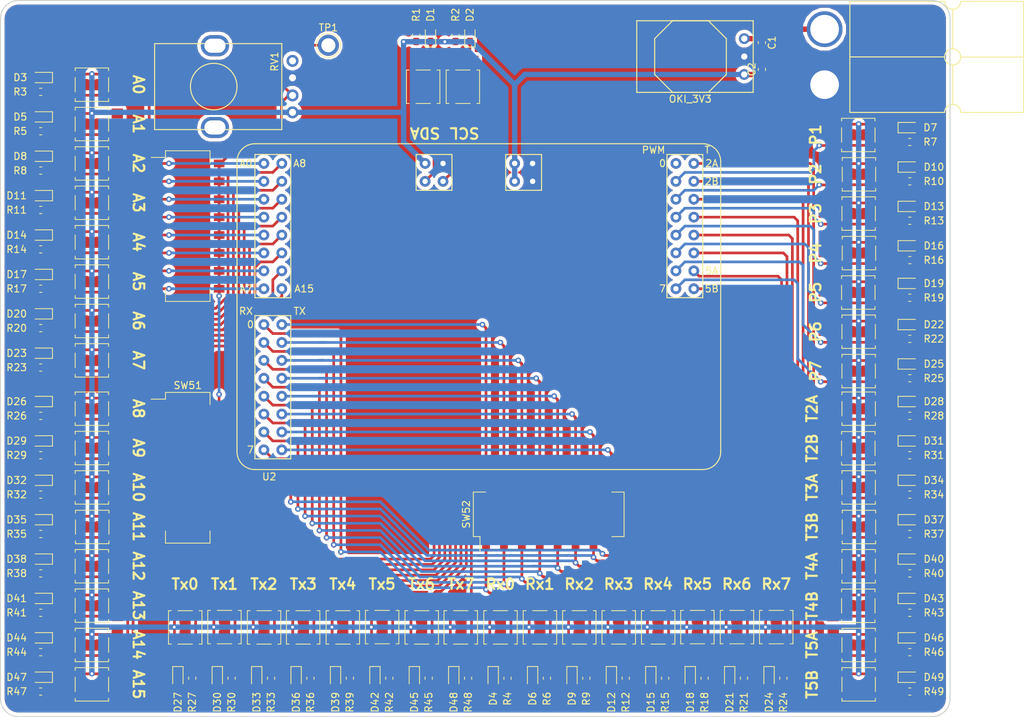
<source format=kicad_pcb>
(kicad_pcb (version 20171130) (host pcbnew "(5.0.2)-1")
  (layers (0 F.Cu signal) (31 B.Cu signal) (34 B.Paste user) (35 F.Paste user) (36 B.SilkS user) (37 F.SilkS user) (38 B.Mask user) (39 F.Mask user) (44 Edge.Cuts user))
  (net 0 "")
  (net 1 GND)
  (net 2 "Net-(C1-Pad1)")
  (net 3 +3V3)
  (net 4 SDA0)
  (net 5 "Net-(D1-Pad2)")
  (net 6 "Net-(D2-Pad2)")
  (net 7 SCL0)
  (net 8 "Net-(D3-Pad2)")
  (net 9 "Net-(D4-Pad2)")
  (net 10 "Net-(D5-Pad2)")
  (net 11 "Net-(D6-Pad2)")
  (net 12 "Net-(D7-Pad2)")
  (net 13 "Net-(D8-Pad2)")
  (net 14 "Net-(D9-Pad2)")
  (net 15 "Net-(D10-Pad2)")
  (net 16 "Net-(D11-Pad2)")
  (net 17 "Net-(D12-Pad2)")
  (net 18 "Net-(D13-Pad2)")
  (net 19 "Net-(D14-Pad2)")
  (net 20 "Net-(D15-Pad2)")
  (net 21 "Net-(D16-Pad2)")
  (net 22 "Net-(D17-Pad2)")
  (net 23 "Net-(D18-Pad2)")
  (net 24 "Net-(D19-Pad2)")
  (net 25 "Net-(D20-Pad2)")
  (net 26 "Net-(D21-Pad2)")
  (net 27 "Net-(D22-Pad2)")
  (net 28 "Net-(D23-Pad2)")
  (net 29 "Net-(D24-Pad2)")
  (net 30 "Net-(D25-Pad2)")
  (net 31 "Net-(D26-Pad2)")
  (net 32 "Net-(D27-Pad2)")
  (net 33 "Net-(D28-Pad2)")
  (net 34 "Net-(D29-Pad2)")
  (net 35 "Net-(D30-Pad2)")
  (net 36 "Net-(D31-Pad2)")
  (net 37 "Net-(D32-Pad2)")
  (net 38 "Net-(D33-Pad2)")
  (net 39 "Net-(D34-Pad2)")
  (net 40 "Net-(D35-Pad2)")
  (net 41 "Net-(D36-Pad2)")
  (net 42 "Net-(D37-Pad2)")
  (net 43 "Net-(D38-Pad2)")
  (net 44 "Net-(D39-Pad2)")
  (net 45 "Net-(D40-Pad2)")
  (net 46 "Net-(D41-Pad2)")
  (net 47 "Net-(D42-Pad2)")
  (net 48 "Net-(D43-Pad2)")
  (net 49 "Net-(D44-Pad2)")
  (net 50 "Net-(D45-Pad2)")
  (net 51 "Net-(D46-Pad2)")
  (net 52 "Net-(D47-Pad2)")
  (net 53 "Net-(D48-Pad2)")
  (net 54 "Net-(D49-Pad2)")
  (net 55 A0)
  (net 56 Rx0)
  (net 57 A1)
  (net 58 Rx1)
  (net 59 PWM1)
  (net 60 A2)
  (net 61 Rx2)
  (net 62 PWM2)
  (net 63 A3)
  (net 64 Rx3)
  (net 65 PWM3)
  (net 66 A4)
  (net 67 Rx4)
  (net 68 PWM4)
  (net 69 A5)
  (net 70 Rx5)
  (net 71 PWM5)
  (net 72 A6)
  (net 73 Rx6)
  (net 74 PWM6)
  (net 75 A7)
  (net 76 Rx7)
  (net 77 PWM7)
  (net 78 A8)
  (net 79 Tx0)
  (net 80 T2A)
  (net 81 A9)
  (net 82 Tx1)
  (net 83 T2B)
  (net 84 A10)
  (net 85 Tx2)
  (net 86 T3A)
  (net 87 A11)
  (net 88 Tx3)
  (net 89 T3B)
  (net 90 A12)
  (net 91 Tx4)
  (net 92 T4A)
  (net 93 A13)
  (net 94 Tx5)
  (net 95 T4B)
  (net 96 A14)
  (net 97 Tx6)
  (net 98 T5A)
  (net 99 A15)
  (net 100 Tx7)
  (net 101 T5B)
  (net 102 "Net-(U2-PadNC)")
  (net 103 "Net-(RV1-Pad2)")
  (module MRDT_Shields:TM4C129Breakout_THT (layer F.Cu) (at 81.788 72.644)
    (fp_text reference U2 (at 3.302 46.99) (layer F.SilkS))
    (fp_text value TM4C129Breakout)
    (fp_text user A0 (at 0 2.54 180) (layer F.SilkS))
    (fp_text user A7 (at 0 20.32 180) (layer F.SilkS))
    (fp_text user A8 (at 7.62 2.54 180) (layer F.SilkS))
    (fp_text user A15 (at 8.255 20.32 180) (layer F.SilkS))
    (fp_text user RX (at 0 23.495) (layer F.SilkS))
    (fp_text user TX (at 7.62 23.495) (layer F.SilkS))
    (fp_text user 0 (at 0.635 25.4) (layer F.SilkS))
    (fp_text user 7 (at 0.635 43.18) (layer F.SilkS))
    (fp_text user PWM (at 57.785 0.635) (layer F.SilkS))
    (fp_text user 0 (at 59.055 2.54) (layer F.SilkS))
    (fp_text user 7 (at 59.055 20.32) (layer F.SilkS))
    (fp_text user T (at 65.405 0.635) (layer F.SilkS))
    (fp_text user 2A (at 66.04 2.54) (layer F.SilkS))
    (fp_text user 2B (at 66.04 5.08) (layer F.SilkS))
    (fp_text user 5A (at 66.04 17.78) (layer F.SilkS))
    (fp_text user 5B (at 66.04 20.32) (layer F.SilkS))
    (pad PE3 thru_hole circle (at 2.54 2.54) (size 1.524 1.524) (drill 0.762) (layers *.Cu *.Mask) (net 55 A0))
    (pad PE2 thru_hole circle (at 2.54 5.08) (size 1.524 1.524) (drill 0.762) (layers *.Cu *.Mask) (net 57 A1))
    (pad PE1 thru_hole circle (at 2.54 7.62) (size 1.524 1.524) (drill 0.762) (layers *.Cu *.Mask) (net 60 A2))
    (pad PE0 thru_hole circle (at 2.54 10.16) (size 1.524 1.524) (drill 0.762) (layers *.Cu *.Mask) (net 63 A3))
    (pad PD7 thru_hole circle (at 2.54 12.7) (size 1.524 1.524) (drill 0.762) (layers *.Cu *.Mask) (net 66 A4))
    (pad PD6 thru_hole circle (at 2.54 15.24) (size 1.524 1.524) (drill 0.762) (layers *.Cu *.Mask) (net 69 A5))
    (pad PD5 thru_hole circle (at 2.54 17.78) (size 1.524 1.524) (drill 0.762) (layers *.Cu *.Mask) (net 72 A6))
    (pad PD4 thru_hole circle (at 2.54 20.32) (size 1.524 1.524) (drill 0.762) (layers *.Cu *.Mask) (net 75 A7))
    (pad PE5 thru_hole circle (at 5.08 2.54) (size 1.524 1.524) (drill 0.762) (layers *.Cu *.Mask) (net 78 A8))
    (pad PE4 thru_hole circle (at 5.08 5.08) (size 1.524 1.524) (drill 0.762) (layers *.Cu *.Mask) (net 81 A9))
    (pad PB4 thru_hole circle (at 5.08 7.62) (size 1.524 1.524) (drill 0.762) (layers *.Cu *.Mask) (net 84 A10))
    (pad PB5 thru_hole circle (at 5.08 10.16) (size 1.524 1.524) (drill 0.762) (layers *.Cu *.Mask) (net 87 A11))
    (pad PD3 thru_hole circle (at 5.08 12.7) (size 1.524 1.524) (drill 0.762) (layers *.Cu *.Mask) (net 90 A12))
    (pad PD2 thru_hole circle (at 5.08 15.24) (size 1.524 1.524) (drill 0.762) (layers *.Cu *.Mask) (net 93 A13))
    (pad PD1 thru_hole circle (at 5.08 17.78) (size 1.524 1.524) (drill 0.762) (layers *.Cu *.Mask) (net 96 A14))
    (pad PD0 thru_hole circle (at 5.08 20.32) (size 1.524 1.524) (drill 0.762) (layers *.Cu *.Mask) (net 99 A15))
    (pad PA0 thru_hole circle (at 2.54 25.4) (size 1.524 1.524) (drill 0.762) (layers *.Cu *.Mask) (net 56 Rx0))
    (pad PB0 thru_hole circle (at 2.54 27.94) (size 1.524 1.524) (drill 0.762) (layers *.Cu *.Mask) (net 58 Rx1))
    (pad PA6 thru_hole circle (at 2.54 30.48) (size 1.524 1.524) (drill 0.762) (layers *.Cu *.Mask) (net 61 Rx2))
    (pad PA4 thru_hole circle (at 2.54 33.02) (size 1.524 1.524) (drill 0.762) (layers *.Cu *.Mask) (net 64 Rx3))
    (pad PK0 thru_hole circle (at 2.54 35.56) (size 1.524 1.524) (drill 0.762) (layers *.Cu *.Mask) (net 67 Rx4))
    (pad PC6 thru_hole circle (at 2.54 38.1) (size 1.524 1.524) (drill 0.762) (layers *.Cu *.Mask) (net 70 Rx5))
    (pad PP0 thru_hole circle (at 2.54 40.64) (size 1.524 1.524) (drill 0.762) (layers *.Cu *.Mask) (net 73 Rx6))
    (pad PC4 thru_hole circle (at 2.54 43.18) (size 1.524 1.524) (drill 0.762) (layers *.Cu *.Mask) (net 76 Rx7))
    (pad PA1 thru_hole circle (at 5.08 25.4) (size 1.524 1.524) (drill 0.762) (layers *.Cu *.Mask) (net 79 Tx0))
    (pad PB1 thru_hole circle (at 5.08 27.94) (size 1.524 1.524) (drill 0.762) (layers *.Cu *.Mask) (net 82 Tx1))
    (pad PA7 thru_hole circle (at 5.08 30.48) (size 1.524 1.524) (drill 0.762) (layers *.Cu *.Mask) (net 85 Tx2))
    (pad PA5 thru_hole circle (at 5.08 33.02) (size 1.524 1.524) (drill 0.762) (layers *.Cu *.Mask) (net 88 Tx3))
    (pad PK1 thru_hole circle (at 5.08 35.56) (size 1.524 1.524) (drill 0.762) (layers *.Cu *.Mask) (net 91 Tx4))
    (pad PC7 thru_hole circle (at 5.08 38.1) (size 1.524 1.524) (drill 0.762) (layers *.Cu *.Mask) (net 94 Tx5))
    (pad PP1 thru_hole circle (at 5.08 40.64) (size 1.524 1.524) (drill 0.762) (layers *.Cu *.Mask) (net 97 Tx6))
    (pad PC5 thru_hole circle (at 5.08 43.18) (size 1.524 1.524) (drill 0.762) (layers *.Cu *.Mask) (net 100 Tx7))
    (pad NC thru_hole circle (at 60.96 2.54) (size 1.524 1.524) (drill 0.762) (layers *.Cu *.Mask) (net 102 "Net-(U2-PadNC)"))
    (pad +3V3 thru_hole circle (at 38.1 2.54) (size 1.524 1.524) (drill 0.762) (layers *.Cu *.Mask) (net 3 +3V3))
    (pad PF1 thru_hole circle (at 60.96 5.08) (size 1.524 1.524) (drill 0.762) (layers *.Cu *.Mask) (net 59 PWM1))
    (pad PF2 thru_hole circle (at 60.96 7.62) (size 1.524 1.524) (drill 0.762) (layers *.Cu *.Mask) (net 62 PWM2))
    (pad PF3 thru_hole circle (at 60.96 10.16) (size 1.524 1.524) (drill 0.762) (layers *.Cu *.Mask) (net 65 PWM3))
    (pad PG0 thru_hole circle (at 60.96 12.7) (size 1.524 1.524) (drill 0.762) (layers *.Cu *.Mask) (net 68 PWM4))
    (pad PG1 thru_hole circle (at 60.96 15.24) (size 1.524 1.524) (drill 0.762) (layers *.Cu *.Mask) (net 71 PWM5))
    (pad PK4 thru_hole circle (at 60.96 17.78) (size 1.524 1.524) (drill 0.762) (layers *.Cu *.Mask) (net 74 PWM6))
    (pad PK5 thru_hole circle (at 60.96 20.32) (size 1.524 1.524) (drill 0.762) (layers *.Cu *.Mask) (net 77 PWM7))
    (pad PM0 thru_hole circle (at 63.5 2.54) (size 1.524 1.524) (drill 0.762) (layers *.Cu *.Mask) (net 80 T2A))
    (pad PM1 thru_hole circle (at 63.5 5.08) (size 1.524 1.524) (drill 0.762) (layers *.Cu *.Mask) (net 83 T2B))
    (pad PM2 thru_hole circle (at 63.5 7.62) (size 1.524 1.524) (drill 0.762) (layers *.Cu *.Mask) (net 86 T3A))
    (pad PM3 thru_hole circle (at 63.5 10.16) (size 1.524 1.524) (drill 0.762) (layers *.Cu *.Mask) (net 89 T3B))
    (pad PM4 thru_hole circle (at 63.5 12.7) (size 1.524 1.524) (drill 0.762) (layers *.Cu *.Mask) (net 92 T4A))
    (pad PM5 thru_hole circle (at 63.5 15.24) (size 1.524 1.524) (drill 0.762) (layers *.Cu *.Mask) (net 95 T4B))
    (pad PM6 thru_hole circle (at 63.5 17.78) (size 1.524 1.524) (drill 0.762) (layers *.Cu *.Mask) (net 98 T5A))
    (pad PM7 thru_hole circle (at 63.5 20.32) (size 1.524 1.524) (drill 0.762) (layers *.Cu *.Mask) (net 101 T5B))
    (pad +3V3 thru_hole circle (at 38.1 5.08) (size 1.524 1.524) (drill 0.762) (layers *.Cu *.Mask) (net 3 +3V3))
    (pad +3V3 thru_hole circle (at 25.4 2.54) (size 1.524 1.524) (drill 0.762) (layers *.Cu *.Mask) (net 3 +3V3))
    (pad PB3 thru_hole circle (at 25.4 5.08) (size 1.524 1.524) (drill 0.762) (layers *.Cu *.Mask) (net 4 SDA0))
    (pad GND thru_hole circle (at 40.64 2.54) (size 1.524 1.524) (drill 0.762) (layers *.Cu *.Mask) (net 1 GND))
    (pad GND thru_hole circle (at 40.64 5.08) (size 1.524 1.524) (drill 0.762) (layers *.Cu *.Mask) (net 1 GND))
    (pad GND thru_hole circle (at 27.94 2.54) (size 1.524 1.524) (drill 0.762) (layers *.Cu *.Mask) (net 1 GND))
    (pad PB2 thru_hole circle (at 27.94 5.08) (size 1.524 1.524) (drill 0.762) (layers *.Cu *.Mask) (net 7 SCL0))
  )
  (module LED_SMD:LED_0603_1608Metric_Pad1.05x0.95mm_HandSolder (layer F.Cu) (at 107.95 57.009 90)
    (fp_text reference D1 (at 2.907 0 90) (layer F.SilkS))
    (fp_text value LED_Small)
    (pad 1 smd roundrect (at -0.875 0 90) (size 1.05 0.95) (layers F.Cu F.Paste F.Mask) (net 4 SDA0))
    (pad 2 smd roundrect (at 0.875 0 90) (size 1.05 0.95) (layers F.Cu F.Paste F.Mask) (net 5 "Net-(D1-Pad2)"))
  )
  (module LED_SMD:LED_0603_1608Metric_Pad1.05x0.95mm_HandSolder (layer F.Cu) (at 113.538 57.009 90)
    (fp_text reference D2 (at 2.907 0 90) (layer F.SilkS))
    (fp_text value LED_Small)
    (pad 2 smd roundrect (at 0.875 0 90) (size 1.05 0.95) (layers F.Cu F.Paste F.Mask) (net 6 "Net-(D2-Pad2)"))
    (pad 1 smd roundrect (at -0.875 0 90) (size 1.05 0.95) (layers F.Cu F.Paste F.Mask) (net 7 SCL0))
  )
  (module LED_SMD:LED_0603_1608Metric_Pad1.05x0.95mm_HandSolder (layer F.Cu) (at 52.691 62.992 180)
    (fp_text reference D3 (at 2.907 0 180) (layer F.SilkS))
    (fp_text value LED_Small)
    (pad 1 smd roundrect (at -0.875 0 180) (size 1.05 0.95) (layers F.Cu F.Paste F.Mask) (net 1 GND))
    (pad 2 smd roundrect (at 0.875 0 180) (size 1.05 0.95) (layers F.Cu F.Paste F.Mask) (net 8 "Net-(D3-Pad2)"))
  )
  (module LED_SMD:LED_0603_1608Metric_Pad1.05x0.95mm_HandSolder (layer F.Cu) (at 116.84 148.223 270)
    (fp_text reference D4 (at 2.907 0 270) (layer F.SilkS))
    (fp_text value LED_Small)
    (pad 1 smd roundrect (at -0.875 0 270) (size 1.05 0.95) (layers F.Cu F.Paste F.Mask) (net 1 GND))
    (pad 2 smd roundrect (at 0.875 0 270) (size 1.05 0.95) (layers F.Cu F.Paste F.Mask) (net 9 "Net-(D4-Pad2)"))
  )
  (module LED_SMD:LED_0603_1608Metric_Pad1.05x0.95mm_HandSolder (layer F.Cu) (at 52.691 68.58 180)
    (fp_text reference D5 (at 2.907 0 180) (layer F.SilkS))
    (fp_text value LED_Small)
    (pad 2 smd roundrect (at 0.875 0 180) (size 1.05 0.95) (layers F.Cu F.Paste F.Mask) (net 10 "Net-(D5-Pad2)"))
    (pad 1 smd roundrect (at -0.875 0 180) (size 1.05 0.95) (layers F.Cu F.Paste F.Mask) (net 1 GND))
  )
  (module LED_SMD:LED_0603_1608Metric_Pad1.05x0.95mm_HandSolder (layer F.Cu) (at 122.428 148.223 270)
    (fp_text reference D6 (at 2.907 0 270) (layer F.SilkS))
    (fp_text value LED_Small)
    (pad 2 smd roundrect (at 0.875 0 270) (size 1.05 0.95) (layers F.Cu F.Paste F.Mask) (net 11 "Net-(D6-Pad2)"))
    (pad 1 smd roundrect (at -0.875 0 270) (size 1.05 0.95) (layers F.Cu F.Paste F.Mask) (net 1 GND))
  )
  (module LED_SMD:LED_0603_1608Metric_Pad1.05x0.95mm_HandSolder (layer F.Cu) (at 175.909 70.104)
    (fp_text reference D7 (at 2.907 0) (layer F.SilkS))
    (fp_text value LED_Small)
    (pad 2 smd roundrect (at 0.875 0) (size 1.05 0.95) (layers F.Cu F.Paste F.Mask) (net 12 "Net-(D7-Pad2)"))
    (pad 1 smd roundrect (at -0.875 0) (size 1.05 0.95) (layers F.Cu F.Paste F.Mask) (net 1 GND))
  )
  (module LED_SMD:LED_0603_1608Metric_Pad1.05x0.95mm_HandSolder (layer F.Cu) (at 52.691 74.168 180)
    (fp_text reference D8 (at 2.907 0 180) (layer F.SilkS))
    (fp_text value LED_Small)
    (pad 1 smd roundrect (at -0.875 0 180) (size 1.05 0.95) (layers F.Cu F.Paste F.Mask) (net 1 GND))
    (pad 2 smd roundrect (at 0.875 0 180) (size 1.05 0.95) (layers F.Cu F.Paste F.Mask) (net 13 "Net-(D8-Pad2)"))
  )
  (module LED_SMD:LED_0603_1608Metric_Pad1.05x0.95mm_HandSolder (layer F.Cu) (at 128.016 148.223 270)
    (fp_text reference D9 (at 2.907 0 270) (layer F.SilkS))
    (fp_text value LED_Small)
    (pad 1 smd roundrect (at -0.875 0 270) (size 1.05 0.95) (layers F.Cu F.Paste F.Mask) (net 1 GND))
    (pad 2 smd roundrect (at 0.875 0 270) (size 1.05 0.95) (layers F.Cu F.Paste F.Mask) (net 14 "Net-(D9-Pad2)"))
  )
  (module LED_SMD:LED_0603_1608Metric_Pad1.05x0.95mm_HandSolder (layer F.Cu) (at 175.909 75.692)
    (fp_text reference D10 (at 3.415 0) (layer F.SilkS))
    (fp_text value LED_Small)
    (pad 2 smd roundrect (at 0.875 0) (size 1.05 0.95) (layers F.Cu F.Paste F.Mask) (net 15 "Net-(D10-Pad2)"))
    (pad 1 smd roundrect (at -0.875 0) (size 1.05 0.95) (layers F.Cu F.Paste F.Mask) (net 1 GND))
  )
  (module LED_SMD:LED_0603_1608Metric_Pad1.05x0.95mm_HandSolder (layer F.Cu) (at 52.691 79.756 180)
    (fp_text reference D11 (at 3.415 0 180) (layer F.SilkS))
    (fp_text value LED_Small)
    (pad 2 smd roundrect (at 0.875 0 180) (size 1.05 0.95) (layers F.Cu F.Paste F.Mask) (net 16 "Net-(D11-Pad2)"))
    (pad 1 smd roundrect (at -0.875 0 180) (size 1.05 0.95) (layers F.Cu F.Paste F.Mask) (net 1 GND))
  )
  (module LED_SMD:LED_0603_1608Metric_Pad1.05x0.95mm_HandSolder (layer F.Cu) (at 133.604 148.223 270)
    (fp_text reference D12 (at 3.415 0 270) (layer F.SilkS))
    (fp_text value LED_Small)
    (pad 2 smd roundrect (at 0.875 0 270) (size 1.05 0.95) (layers F.Cu F.Paste F.Mask) (net 17 "Net-(D12-Pad2)"))
    (pad 1 smd roundrect (at -0.875 0 270) (size 1.05 0.95) (layers F.Cu F.Paste F.Mask) (net 1 GND))
  )
  (module LED_SMD:LED_0603_1608Metric_Pad1.05x0.95mm_HandSolder (layer F.Cu) (at 175.909 81.28)
    (fp_text reference D13 (at 3.415 0) (layer F.SilkS))
    (fp_text value LED_Small)
    (pad 2 smd roundrect (at 0.875 0) (size 1.05 0.95) (layers F.Cu F.Paste F.Mask) (net 18 "Net-(D13-Pad2)"))
    (pad 1 smd roundrect (at -0.875 0) (size 1.05 0.95) (layers F.Cu F.Paste F.Mask) (net 1 GND))
  )
  (module LED_SMD:LED_0603_1608Metric_Pad1.05x0.95mm_HandSolder (layer F.Cu) (at 52.691 85.344 180)
    (fp_text reference D14 (at 3.415 0 180) (layer F.SilkS))
    (fp_text value LED_Small)
    (pad 1 smd roundrect (at -0.875 0 180) (size 1.05 0.95) (layers F.Cu F.Paste F.Mask) (net 1 GND))
    (pad 2 smd roundrect (at 0.875 0 180) (size 1.05 0.95) (layers F.Cu F.Paste F.Mask) (net 19 "Net-(D14-Pad2)"))
  )
  (module LED_SMD:LED_0603_1608Metric_Pad1.05x0.95mm_HandSolder (layer F.Cu) (at 139.192 148.223 270)
    (fp_text reference D15 (at 3.415 0 270) (layer F.SilkS))
    (fp_text value LED_Small)
    (pad 1 smd roundrect (at -0.875 0 270) (size 1.05 0.95) (layers F.Cu F.Paste F.Mask) (net 1 GND))
    (pad 2 smd roundrect (at 0.875 0 270) (size 1.05 0.95) (layers F.Cu F.Paste F.Mask) (net 20 "Net-(D15-Pad2)"))
  )
  (module LED_SMD:LED_0603_1608Metric_Pad1.05x0.95mm_HandSolder (layer F.Cu) (at 175.909 86.868)
    (fp_text reference D16 (at 3.415 0) (layer F.SilkS))
    (fp_text value LED_Small)
    (pad 2 smd roundrect (at 0.875 0) (size 1.05 0.95) (layers F.Cu F.Paste F.Mask) (net 21 "Net-(D16-Pad2)"))
    (pad 1 smd roundrect (at -0.875 0) (size 1.05 0.95) (layers F.Cu F.Paste F.Mask) (net 1 GND))
  )
  (module LED_SMD:LED_0603_1608Metric_Pad1.05x0.95mm_HandSolder (layer F.Cu) (at 52.691 90.932 180)
    (fp_text reference D17 (at 3.415 0 180) (layer F.SilkS))
    (fp_text value LED_Small)
    (pad 2 smd roundrect (at 0.875 0 180) (size 1.05 0.95) (layers F.Cu F.Paste F.Mask) (net 22 "Net-(D17-Pad2)"))
    (pad 1 smd roundrect (at -0.875 0 180) (size 1.05 0.95) (layers F.Cu F.Paste F.Mask) (net 1 GND))
  )
  (module LED_SMD:LED_0603_1608Metric_Pad1.05x0.95mm_HandSolder (layer F.Cu) (at 144.78 148.223 270)
    (fp_text reference D18 (at 3.415 0 270) (layer F.SilkS))
    (fp_text value LED_Small)
    (pad 2 smd roundrect (at 0.875 0 270) (size 1.05 0.95) (layers F.Cu F.Paste F.Mask) (net 23 "Net-(D18-Pad2)"))
    (pad 1 smd roundrect (at -0.875 0 270) (size 1.05 0.95) (layers F.Cu F.Paste F.Mask) (net 1 GND))
  )
  (module LED_SMD:LED_0603_1608Metric_Pad1.05x0.95mm_HandSolder (layer F.Cu) (at 175.909 92.202)
    (fp_text reference D19 (at 3.415 0) (layer F.SilkS))
    (fp_text value LED_Small)
    (pad 1 smd roundrect (at -0.875 0) (size 1.05 0.95) (layers F.Cu F.Paste F.Mask) (net 1 GND))
    (pad 2 smd roundrect (at 0.875 0) (size 1.05 0.95) (layers F.Cu F.Paste F.Mask) (net 24 "Net-(D19-Pad2)"))
  )
  (module LED_SMD:LED_0603_1608Metric_Pad1.05x0.95mm_HandSolder (layer F.Cu) (at 52.691 96.52 180)
    (fp_text reference D20 (at 3.415 0 180) (layer F.SilkS))
    (fp_text value LED_Small)
    (pad 2 smd roundrect (at 0.875 0 180) (size 1.05 0.95) (layers F.Cu F.Paste F.Mask) (net 25 "Net-(D20-Pad2)"))
    (pad 1 smd roundrect (at -0.875 0 180) (size 1.05 0.95) (layers F.Cu F.Paste F.Mask) (net 1 GND))
  )
  (module LED_SMD:LED_0603_1608Metric_Pad1.05x0.95mm_HandSolder (layer F.Cu) (at 150.368 148.223 270)
    (fp_text reference D21 (at 3.415 0 270) (layer F.SilkS))
    (fp_text value LED_Small)
    (pad 1 smd roundrect (at -0.875 0 270) (size 1.05 0.95) (layers F.Cu F.Paste F.Mask) (net 1 GND))
    (pad 2 smd roundrect (at 0.875 0 270) (size 1.05 0.95) (layers F.Cu F.Paste F.Mask) (net 26 "Net-(D21-Pad2)"))
  )
  (module LED_SMD:LED_0603_1608Metric_Pad1.05x0.95mm_HandSolder (layer F.Cu) (at 175.909 98.044)
    (fp_text reference D22 (at 3.415 0) (layer F.SilkS))
    (fp_text value LED_Small)
    (pad 2 smd roundrect (at 0.875 0) (size 1.05 0.95) (layers F.Cu F.Paste F.Mask) (net 27 "Net-(D22-Pad2)"))
    (pad 1 smd roundrect (at -0.875 0) (size 1.05 0.95) (layers F.Cu F.Paste F.Mask) (net 1 GND))
  )
  (module LED_SMD:LED_0603_1608Metric_Pad1.05x0.95mm_HandSolder (layer F.Cu) (at 52.691 102.108 180)
    (fp_text reference D23 (at 3.415 0 180) (layer F.SilkS))
    (fp_text value LED_Small)
    (pad 2 smd roundrect (at 0.875 0 180) (size 1.05 0.95) (layers F.Cu F.Paste F.Mask) (net 28 "Net-(D23-Pad2)"))
    (pad 1 smd roundrect (at -0.875 0 180) (size 1.05 0.95) (layers F.Cu F.Paste F.Mask) (net 1 GND))
  )
  (module LED_SMD:LED_0603_1608Metric_Pad1.05x0.95mm_HandSolder (layer F.Cu) (at 155.956 148.223 270)
    (fp_text reference D24 (at 3.415 0 270) (layer F.SilkS))
    (fp_text value LED_Small)
    (pad 1 smd roundrect (at -0.875 0 270) (size 1.05 0.95) (layers F.Cu F.Paste F.Mask) (net 1 GND))
    (pad 2 smd roundrect (at 0.875 0 270) (size 1.05 0.95) (layers F.Cu F.Paste F.Mask) (net 29 "Net-(D24-Pad2)"))
  )
  (module LED_SMD:LED_0603_1608Metric_Pad1.05x0.95mm_HandSolder (layer F.Cu) (at 175.909 103.632)
    (fp_text reference D25 (at 3.415 0) (layer F.SilkS))
    (fp_text value LED_Small)
    (pad 1 smd roundrect (at -0.875 0) (size 1.05 0.95) (layers F.Cu F.Paste F.Mask) (net 1 GND))
    (pad 2 smd roundrect (at 0.875 0) (size 1.05 0.95) (layers F.Cu F.Paste F.Mask) (net 30 "Net-(D25-Pad2)"))
  )
  (module LED_SMD:LED_0603_1608Metric_Pad1.05x0.95mm_HandSolder (layer F.Cu) (at 52.691 108.966 180)
    (fp_text reference D26 (at 3.415 0 180) (layer F.SilkS))
    (fp_text value LED_Small)
    (pad 2 smd roundrect (at 0.875 0 180) (size 1.05 0.95) (layers F.Cu F.Paste F.Mask) (net 31 "Net-(D26-Pad2)"))
    (pad 1 smd roundrect (at -0.875 0 180) (size 1.05 0.95) (layers F.Cu F.Paste F.Mask) (net 1 GND))
  )
  (module LED_SMD:LED_0603_1608Metric_Pad1.05x0.95mm_HandSolder (layer F.Cu) (at 72.136 148.223 270)
    (fp_text reference D27 (at 3.415 0 270) (layer F.SilkS))
    (fp_text value LED_Small)
    (pad 2 smd roundrect (at 0.875 0 270) (size 1.05 0.95) (layers F.Cu F.Paste F.Mask) (net 32 "Net-(D27-Pad2)"))
    (pad 1 smd roundrect (at -0.875 0 270) (size 1.05 0.95) (layers F.Cu F.Paste F.Mask) (net 1 GND))
  )
  (module LED_SMD:LED_0603_1608Metric_Pad1.05x0.95mm_HandSolder (layer F.Cu) (at 175.909 108.966)
    (fp_text reference D28 (at 3.415 0) (layer F.SilkS))
    (fp_text value LED_Small)
    (pad 2 smd roundrect (at 0.875 0) (size 1.05 0.95) (layers F.Cu F.Paste F.Mask) (net 33 "Net-(D28-Pad2)"))
    (pad 1 smd roundrect (at -0.875 0) (size 1.05 0.95) (layers F.Cu F.Paste F.Mask) (net 1 GND))
  )
  (module LED_SMD:LED_0603_1608Metric_Pad1.05x0.95mm_HandSolder (layer F.Cu) (at 52.691 114.554 180)
    (fp_text reference D29 (at 3.415 0 180) (layer F.SilkS))
    (fp_text value LED_Small)
    (pad 1 smd roundrect (at -0.875 0 180) (size 1.05 0.95) (layers F.Cu F.Paste F.Mask) (net 1 GND))
    (pad 2 smd roundrect (at 0.875 0 180) (size 1.05 0.95) (layers F.Cu F.Paste F.Mask) (net 34 "Net-(D29-Pad2)"))
  )
  (module LED_SMD:LED_0603_1608Metric_Pad1.05x0.95mm_HandSolder (layer F.Cu) (at 77.724 148.223 270)
    (fp_text reference D30 (at 3.415 0 270) (layer F.SilkS))
    (fp_text value LED_Small)
    (pad 1 smd roundrect (at -0.875 0 270) (size 1.05 0.95) (layers F.Cu F.Paste F.Mask) (net 1 GND))
    (pad 2 smd roundrect (at 0.875 0 270) (size 1.05 0.95) (layers F.Cu F.Paste F.Mask) (net 35 "Net-(D30-Pad2)"))
  )
  (module LED_SMD:LED_0603_1608Metric_Pad1.05x0.95mm_HandSolder (layer F.Cu) (at 175.909 114.554)
    (fp_text reference D31 (at 3.415 0) (layer F.SilkS))
    (fp_text value LED_Small)
    (pad 1 smd roundrect (at -0.875 0) (size 1.05 0.95) (layers F.Cu F.Paste F.Mask) (net 1 GND))
    (pad 2 smd roundrect (at 0.875 0) (size 1.05 0.95) (layers F.Cu F.Paste F.Mask) (net 36 "Net-(D31-Pad2)"))
  )
  (module LED_SMD:LED_0603_1608Metric_Pad1.05x0.95mm_HandSolder (layer F.Cu) (at 52.691 120.142 180)
    (fp_text reference D32 (at 3.415 0 180) (layer F.SilkS))
    (fp_text value LED_Small)
    (pad 2 smd roundrect (at 0.875 0 180) (size 1.05 0.95) (layers F.Cu F.Paste F.Mask) (net 37 "Net-(D32-Pad2)"))
    (pad 1 smd roundrect (at -0.875 0 180) (size 1.05 0.95) (layers F.Cu F.Paste F.Mask) (net 1 GND))
  )
  (module LED_SMD:LED_0603_1608Metric_Pad1.05x0.95mm_HandSolder (layer F.Cu) (at 83.312 148.223 270)
    (fp_text reference D33 (at 3.415 0 270) (layer F.SilkS))
    (fp_text value LED_Small)
    (pad 2 smd roundrect (at 0.875 0 270) (size 1.05 0.95) (layers F.Cu F.Paste F.Mask) (net 38 "Net-(D33-Pad2)"))
    (pad 1 smd roundrect (at -0.875 0 270) (size 1.05 0.95) (layers F.Cu F.Paste F.Mask) (net 1 GND))
  )
  (module LED_SMD:LED_0603_1608Metric_Pad1.05x0.95mm_HandSolder (layer F.Cu) (at 175.909 120.142)
    (fp_text reference D34 (at 3.415 0) (layer F.SilkS))
    (fp_text value LED_Small)
    (pad 1 smd roundrect (at -0.875 0) (size 1.05 0.95) (layers F.Cu F.Paste F.Mask) (net 1 GND))
    (pad 2 smd roundrect (at 0.875 0) (size 1.05 0.95) (layers F.Cu F.Paste F.Mask) (net 39 "Net-(D34-Pad2)"))
  )
  (module LED_SMD:LED_0603_1608Metric_Pad1.05x0.95mm_HandSolder (layer F.Cu) (at 52.691 125.73 180)
    (fp_text reference D35 (at 3.415 0 180) (layer F.SilkS))
    (fp_text value LED_Small)
    (pad 1 smd roundrect (at -0.875 0 180) (size 1.05 0.95) (layers F.Cu F.Paste F.Mask) (net 1 GND))
    (pad 2 smd roundrect (at 0.875 0 180) (size 1.05 0.95) (layers F.Cu F.Paste F.Mask) (net 40 "Net-(D35-Pad2)"))
  )
  (module LED_SMD:LED_0603_1608Metric_Pad1.05x0.95mm_HandSolder (layer F.Cu) (at 88.9 148.223 270)
    (fp_text reference D36 (at 3.415 0 270) (layer F.SilkS))
    (fp_text value LED_Small)
    (pad 1 smd roundrect (at -0.875 0 270) (size 1.05 0.95) (layers F.Cu F.Paste F.Mask) (net 1 GND))
    (pad 2 smd roundrect (at 0.875 0 270) (size 1.05 0.95) (layers F.Cu F.Paste F.Mask) (net 41 "Net-(D36-Pad2)"))
  )
  (module LED_SMD:LED_0603_1608Metric_Pad1.05x0.95mm_HandSolder (layer F.Cu) (at 175.909 125.73)
    (fp_text reference D37 (at 3.415 0) (layer F.SilkS))
    (fp_text value LED_Small)
    (pad 1 smd roundrect (at -0.875 0) (size 1.05 0.95) (layers F.Cu F.Paste F.Mask) (net 1 GND))
    (pad 2 smd roundrect (at 0.875 0) (size 1.05 0.95) (layers F.Cu F.Paste F.Mask) (net 42 "Net-(D37-Pad2)"))
  )
  (module LED_SMD:LED_0603_1608Metric_Pad1.05x0.95mm_HandSolder (layer F.Cu) (at 52.691 131.318 180)
    (fp_text reference D38 (at 3.415 0 180) (layer F.SilkS))
    (fp_text value LED_Small)
    (pad 2 smd roundrect (at 0.875 0 180) (size 1.05 0.95) (layers F.Cu F.Paste F.Mask) (net 43 "Net-(D38-Pad2)"))
    (pad 1 smd roundrect (at -0.875 0 180) (size 1.05 0.95) (layers F.Cu F.Paste F.Mask) (net 1 GND))
  )
  (module LED_SMD:LED_0603_1608Metric_Pad1.05x0.95mm_HandSolder (layer F.Cu) (at 94.488 148.223 270)
    (fp_text reference D39 (at 3.415 0 270) (layer F.SilkS))
    (fp_text value LED_Small)
    (pad 2 smd roundrect (at 0.875 0 270) (size 1.05 0.95) (layers F.Cu F.Paste F.Mask) (net 44 "Net-(D39-Pad2)"))
    (pad 1 smd roundrect (at -0.875 0 270) (size 1.05 0.95) (layers F.Cu F.Paste F.Mask) (net 1 GND))
  )
  (module LED_SMD:LED_0603_1608Metric_Pad1.05x0.95mm_HandSolder (layer F.Cu) (at 175.909 131.318)
    (fp_text reference D40 (at 3.415 0) (layer F.SilkS))
    (fp_text value LED_Small)
    (pad 1 smd roundrect (at -0.875 0) (size 1.05 0.95) (layers F.Cu F.Paste F.Mask) (net 1 GND))
    (pad 2 smd roundrect (at 0.875 0) (size 1.05 0.95) (layers F.Cu F.Paste F.Mask) (net 45 "Net-(D40-Pad2)"))
  )
  (module LED_SMD:LED_0603_1608Metric_Pad1.05x0.95mm_HandSolder (layer F.Cu) (at 52.691 136.906 180)
    (fp_text reference D41 (at 3.415 0 180) (layer F.SilkS))
    (fp_text value LED_Small)
    (pad 1 smd roundrect (at -0.875 0 180) (size 1.05 0.95) (layers F.Cu F.Paste F.Mask) (net 1 GND))
    (pad 2 smd roundrect (at 0.875 0 180) (size 1.05 0.95) (layers F.Cu F.Paste F.Mask) (net 46 "Net-(D41-Pad2)"))
  )
  (module LED_SMD:LED_0603_1608Metric_Pad1.05x0.95mm_HandSolder (layer F.Cu) (at 100.076 148.223 270)
    (fp_text reference D42 (at 3.415 0 270) (layer F.SilkS))
    (fp_text value LED_Small)
    (pad 1 smd roundrect (at -0.875 0 270) (size 1.05 0.95) (layers F.Cu F.Paste F.Mask) (net 1 GND))
    (pad 2 smd roundrect (at 0.875 0 270) (size 1.05 0.95) (layers F.Cu F.Paste F.Mask) (net 47 "Net-(D42-Pad2)"))
  )
  (module LED_SMD:LED_0603_1608Metric_Pad1.05x0.95mm_HandSolder (layer F.Cu) (at 175.909 136.906)
    (fp_text reference D43 (at 3.415 0) (layer F.SilkS))
    (fp_text value LED_Small)
    (pad 1 smd roundrect (at -0.875 0) (size 1.05 0.95) (layers F.Cu F.Paste F.Mask) (net 1 GND))
    (pad 2 smd roundrect (at 0.875 0) (size 1.05 0.95) (layers F.Cu F.Paste F.Mask) (net 48 "Net-(D43-Pad2)"))
  )
  (module LED_SMD:LED_0603_1608Metric_Pad1.05x0.95mm_HandSolder (layer F.Cu) (at 52.691 142.494 180)
    (fp_text reference D44 (at 3.415 0 180) (layer F.SilkS))
    (fp_text value LED_Small)
    (pad 2 smd roundrect (at 0.875 0 180) (size 1.05 0.95) (layers F.Cu F.Paste F.Mask) (net 49 "Net-(D44-Pad2)"))
    (pad 1 smd roundrect (at -0.875 0 180) (size 1.05 0.95) (layers F.Cu F.Paste F.Mask) (net 1 GND))
  )
  (module LED_SMD:LED_0603_1608Metric_Pad1.05x0.95mm_HandSolder (layer F.Cu) (at 105.664 148.223 270)
    (fp_text reference D45 (at 3.415 0 270) (layer F.SilkS))
    (fp_text value LED_Small)
    (pad 1 smd roundrect (at -0.875 0 270) (size 1.05 0.95) (layers F.Cu F.Paste F.Mask) (net 1 GND))
    (pad 2 smd roundrect (at 0.875 0 270) (size 1.05 0.95) (layers F.Cu F.Paste F.Mask) (net 50 "Net-(D45-Pad2)"))
  )
  (module LED_SMD:LED_0603_1608Metric_Pad1.05x0.95mm_HandSolder (layer F.Cu) (at 175.909 142.494)
    (fp_text reference D46 (at 3.415 0) (layer F.SilkS))
    (fp_text value LED_Small)
    (pad 2 smd roundrect (at 0.875 0) (size 1.05 0.95) (layers F.Cu F.Paste F.Mask) (net 51 "Net-(D46-Pad2)"))
    (pad 1 smd roundrect (at -0.875 0) (size 1.05 0.95) (layers F.Cu F.Paste F.Mask) (net 1 GND))
  )
  (module LED_SMD:LED_0603_1608Metric_Pad1.05x0.95mm_HandSolder (layer F.Cu) (at 52.691 148.082 180)
    (fp_text reference D47 (at 3.415 0 180) (layer F.SilkS))
    (fp_text value LED_Small)
    (pad 1 smd roundrect (at -0.875 0 180) (size 1.05 0.95) (layers F.Cu F.Paste F.Mask) (net 1 GND))
    (pad 2 smd roundrect (at 0.875 0 180) (size 1.05 0.95) (layers F.Cu F.Paste F.Mask) (net 52 "Net-(D47-Pad2)"))
  )
  (module LED_SMD:LED_0603_1608Metric_Pad1.05x0.95mm_HandSolder (layer F.Cu) (at 111.252 148.223 270)
    (fp_text reference D48 (at 3.415 0 270) (layer F.SilkS))
    (fp_text value LED_Small)
    (pad 2 smd roundrect (at 0.875 0 270) (size 1.05 0.95) (layers F.Cu F.Paste F.Mask) (net 53 "Net-(D48-Pad2)"))
    (pad 1 smd roundrect (at -0.875 0 270) (size 1.05 0.95) (layers F.Cu F.Paste F.Mask) (net 1 GND))
  )
  (module LED_SMD:LED_0603_1608Metric_Pad1.05x0.95mm_HandSolder (layer F.Cu) (at 175.909 148.082)
    (fp_text reference D49 (at 3.415 0) (layer F.SilkS))
    (fp_text value LED_Small)
    (pad 1 smd roundrect (at -0.875 0) (size 1.05 0.95) (layers F.Cu F.Paste F.Mask) (net 1 GND))
    (pad 2 smd roundrect (at 0.875 0) (size 1.05 0.95) (layers F.Cu F.Paste F.Mask) (net 54 "Net-(D49-Pad2)"))
  )
  (module Resistor_SMD:R_0603_1608Metric_Pad1.05x0.95mm_HandSolder (layer F.Cu) (at 105.918 57.009 90)
    (fp_text reference R1 (at 2.907 0 90) (layer F.SilkS))
    (fp_text value 500)
    (pad 1 smd roundrect (at -0.875 0 90) (size 1.05 0.95) (layers F.Cu F.Paste F.Mask) (net 3 +3V3))
    (pad 2 smd roundrect (at 0.875 0 90) (size 1.05 0.95) (layers F.Cu F.Paste F.Mask) (net 5 "Net-(D1-Pad2)"))
  )
  (module Resistor_SMD:R_0603_1608Metric_Pad1.05x0.95mm_HandSolder (layer F.Cu) (at 111.506 57.009 90)
    (fp_text reference R2 (at 2.907 0 90) (layer F.SilkS))
    (fp_text value 500)
    (pad 1 smd roundrect (at -0.875 0 90) (size 1.05 0.95) (layers F.Cu F.Paste F.Mask) (net 3 +3V3))
    (pad 2 smd roundrect (at 0.875 0 90) (size 1.05 0.95) (layers F.Cu F.Paste F.Mask) (net 6 "Net-(D2-Pad2)"))
  )
  (module Resistor_SMD:R_0603_1608Metric_Pad1.05x0.95mm_HandSolder (layer F.Cu) (at 52.691 65.024 180)
    (fp_text reference R3 (at 2.907 0 180) (layer F.SilkS))
    (fp_text value 500)
    (pad 2 smd roundrect (at 0.875 0 180) (size 1.05 0.95) (layers F.Cu F.Paste F.Mask) (net 8 "Net-(D3-Pad2)"))
    (pad 1 smd roundrect (at -0.875 0 180) (size 1.05 0.95) (layers F.Cu F.Paste F.Mask) (net 55 A0))
  )
  (module Resistor_SMD:R_0603_1608Metric_Pad1.05x0.95mm_HandSolder (layer F.Cu) (at 118.872 148.223 270)
    (fp_text reference R4 (at 2.907 0 270) (layer F.SilkS))
    (fp_text value 500)
    (pad 2 smd roundrect (at 0.875 0 270) (size 1.05 0.95) (layers F.Cu F.Paste F.Mask) (net 9 "Net-(D4-Pad2)"))
    (pad 1 smd roundrect (at -0.875 0 270) (size 1.05 0.95) (layers F.Cu F.Paste F.Mask) (net 56 Rx0))
  )
  (module Resistor_SMD:R_0603_1608Metric_Pad1.05x0.95mm_HandSolder (layer F.Cu) (at 52.691 70.612 180)
    (fp_text reference R5 (at 2.907 0 180) (layer F.SilkS))
    (fp_text value 500)
    (pad 2 smd roundrect (at 0.875 0 180) (size 1.05 0.95) (layers F.Cu F.Paste F.Mask) (net 10 "Net-(D5-Pad2)"))
    (pad 1 smd roundrect (at -0.875 0 180) (size 1.05 0.95) (layers F.Cu F.Paste F.Mask) (net 57 A1))
  )
  (module Resistor_SMD:R_0603_1608Metric_Pad1.05x0.95mm_HandSolder (layer F.Cu) (at 124.46 148.223 270)
    (fp_text reference R6 (at 2.907 0 270) (layer F.SilkS))
    (fp_text value 500)
    (pad 1 smd roundrect (at -0.875 0 270) (size 1.05 0.95) (layers F.Cu F.Paste F.Mask) (net 58 Rx1))
    (pad 2 smd roundrect (at 0.875 0 270) (size 1.05 0.95) (layers F.Cu F.Paste F.Mask) (net 11 "Net-(D6-Pad2)"))
  )
  (module Resistor_SMD:R_0603_1608Metric_Pad1.05x0.95mm_HandSolder (layer F.Cu) (at 175.909 72.136)
    (fp_text reference R7 (at 2.907 0) (layer F.SilkS))
    (fp_text value 500)
    (pad 1 smd roundrect (at -0.875 0) (size 1.05 0.95) (layers F.Cu F.Paste F.Mask) (net 59 PWM1))
    (pad 2 smd roundrect (at 0.875 0) (size 1.05 0.95) (layers F.Cu F.Paste F.Mask) (net 12 "Net-(D7-Pad2)"))
  )
  (module Resistor_SMD:R_0603_1608Metric_Pad1.05x0.95mm_HandSolder (layer F.Cu) (at 52.691 76.2 180)
    (fp_text reference R8 (at 2.907 0 180) (layer F.SilkS))
    (fp_text value 500)
    (pad 2 smd roundrect (at 0.875 0 180) (size 1.05 0.95) (layers F.Cu F.Paste F.Mask) (net 13 "Net-(D8-Pad2)"))
    (pad 1 smd roundrect (at -0.875 0 180) (size 1.05 0.95) (layers F.Cu F.Paste F.Mask) (net 60 A2))
  )
  (module Resistor_SMD:R_0603_1608Metric_Pad1.05x0.95mm_HandSolder (layer F.Cu) (at 130.048 148.223 270)
    (fp_text reference R9 (at 2.907 0 270) (layer F.SilkS))
    (fp_text value 500)
    (pad 2 smd roundrect (at 0.875 0 270) (size 1.05 0.95) (layers F.Cu F.Paste F.Mask) (net 14 "Net-(D9-Pad2)"))
    (pad 1 smd roundrect (at -0.875 0 270) (size 1.05 0.95) (layers F.Cu F.Paste F.Mask) (net 61 Rx2))
  )
  (module Resistor_SMD:R_0603_1608Metric_Pad1.05x0.95mm_HandSolder (layer F.Cu) (at 175.909 77.724)
    (fp_text reference R10 (at 3.415 0) (layer F.SilkS))
    (fp_text value 500)
    (pad 1 smd roundrect (at -0.875 0) (size 1.05 0.95) (layers F.Cu F.Paste F.Mask) (net 62 PWM2))
    (pad 2 smd roundrect (at 0.875 0) (size 1.05 0.95) (layers F.Cu F.Paste F.Mask) (net 15 "Net-(D10-Pad2)"))
  )
  (module Resistor_SMD:R_0603_1608Metric_Pad1.05x0.95mm_HandSolder (layer F.Cu) (at 52.691 81.788 180)
    (fp_text reference R11 (at 3.415 0 180) (layer F.SilkS))
    (fp_text value 500)
    (pad 2 smd roundrect (at 0.875 0 180) (size 1.05 0.95) (layers F.Cu F.Paste F.Mask) (net 16 "Net-(D11-Pad2)"))
    (pad 1 smd roundrect (at -0.875 0 180) (size 1.05 0.95) (layers F.Cu F.Paste F.Mask) (net 63 A3))
  )
  (module Resistor_SMD:R_0603_1608Metric_Pad1.05x0.95mm_HandSolder (layer F.Cu) (at 135.636 148.223 270)
    (fp_text reference R12 (at 3.415 0 270) (layer F.SilkS))
    (fp_text value 500)
    (pad 1 smd roundrect (at -0.875 0 270) (size 1.05 0.95) (layers F.Cu F.Paste F.Mask) (net 64 Rx3))
    (pad 2 smd roundrect (at 0.875 0 270) (size 1.05 0.95) (layers F.Cu F.Paste F.Mask) (net 17 "Net-(D12-Pad2)"))
  )
  (module Resistor_SMD:R_0603_1608Metric_Pad1.05x0.95mm_HandSolder (layer F.Cu) (at 175.909 83.312)
    (fp_text reference R13 (at 3.415 0) (layer F.SilkS))
    (fp_text value 500)
    (pad 1 smd roundrect (at -0.875 0) (size 1.05 0.95) (layers F.Cu F.Paste F.Mask) (net 65 PWM3))
    (pad 2 smd roundrect (at 0.875 0) (size 1.05 0.95) (layers F.Cu F.Paste F.Mask) (net 18 "Net-(D13-Pad2)"))
  )
  (module Resistor_SMD:R_0603_1608Metric_Pad1.05x0.95mm_HandSolder (layer F.Cu) (at 52.691 87.376 180)
    (fp_text reference R14 (at 3.415 0 180) (layer F.SilkS))
    (fp_text value 500)
    (pad 2 smd roundrect (at 0.875 0 180) (size 1.05 0.95) (layers F.Cu F.Paste F.Mask) (net 19 "Net-(D14-Pad2)"))
    (pad 1 smd roundrect (at -0.875 0 180) (size 1.05 0.95) (layers F.Cu F.Paste F.Mask) (net 66 A4))
  )
  (module Resistor_SMD:R_0603_1608Metric_Pad1.05x0.95mm_HandSolder (layer F.Cu) (at 141.224 148.223 270)
    (fp_text reference R15 (at 3.415 0 270) (layer F.SilkS))
    (fp_text value 500)
    (pad 1 smd roundrect (at -0.875 0 270) (size 1.05 0.95) (layers F.Cu F.Paste F.Mask) (net 67 Rx4))
    (pad 2 smd roundrect (at 0.875 0 270) (size 1.05 0.95) (layers F.Cu F.Paste F.Mask) (net 20 "Net-(D15-Pad2)"))
  )
  (module Resistor_SMD:R_0603_1608Metric_Pad1.05x0.95mm_HandSolder (layer F.Cu) (at 175.909 88.9)
    (fp_text reference R16 (at 3.415 0) (layer F.SilkS))
    (fp_text value 500)
    (pad 2 smd roundrect (at 0.875 0) (size 1.05 0.95) (layers F.Cu F.Paste F.Mask) (net 21 "Net-(D16-Pad2)"))
    (pad 1 smd roundrect (at -0.875 0) (size 1.05 0.95) (layers F.Cu F.Paste F.Mask) (net 68 PWM4))
  )
  (module Resistor_SMD:R_0603_1608Metric_Pad1.05x0.95mm_HandSolder (layer F.Cu) (at 52.691 92.964 180)
    (fp_text reference R17 (at 3.415 0 180) (layer F.SilkS))
    (fp_text value 500)
    (pad 2 smd roundrect (at 0.875 0 180) (size 1.05 0.95) (layers F.Cu F.Paste F.Mask) (net 22 "Net-(D17-Pad2)"))
    (pad 1 smd roundrect (at -0.875 0 180) (size 1.05 0.95) (layers F.Cu F.Paste F.Mask) (net 69 A5))
  )
  (module Resistor_SMD:R_0603_1608Metric_Pad1.05x0.95mm_HandSolder (layer F.Cu) (at 146.812 148.223 270)
    (fp_text reference R18 (at 3.415 0 270) (layer F.SilkS))
    (fp_text value 500)
    (pad 1 smd roundrect (at -0.875 0 270) (size 1.05 0.95) (layers F.Cu F.Paste F.Mask) (net 70 Rx5))
    (pad 2 smd roundrect (at 0.875 0 270) (size 1.05 0.95) (layers F.Cu F.Paste F.Mask) (net 23 "Net-(D18-Pad2)"))
  )
  (module Resistor_SMD:R_0603_1608Metric_Pad1.05x0.95mm_HandSolder (layer F.Cu) (at 175.909 94.234)
    (fp_text reference R19 (at 3.415 0) (layer F.SilkS))
    (fp_text value 500)
    (pad 2 smd roundrect (at 0.875 0) (size 1.05 0.95) (layers F.Cu F.Paste F.Mask) (net 24 "Net-(D19-Pad2)"))
    (pad 1 smd roundrect (at -0.875 0) (size 1.05 0.95) (layers F.Cu F.Paste F.Mask) (net 71 PWM5))
  )
  (module Resistor_SMD:R_0603_1608Metric_Pad1.05x0.95mm_HandSolder (layer F.Cu) (at 52.691 98.552 180)
    (fp_text reference R20 (at 3.415 0 180) (layer F.SilkS))
    (fp_text value 500)
    (pad 2 smd roundrect (at 0.875 0 180) (size 1.05 0.95) (layers F.Cu F.Paste F.Mask) (net 25 "Net-(D20-Pad2)"))
    (pad 1 smd roundrect (at -0.875 0 180) (size 1.05 0.95) (layers F.Cu F.Paste F.Mask) (net 72 A6))
  )
  (module Resistor_SMD:R_0603_1608Metric_Pad1.05x0.95mm_HandSolder (layer F.Cu) (at 152.4 148.223 270)
    (fp_text reference R21 (at 3.415 0 270) (layer F.SilkS))
    (fp_text value 500)
    (pad 1 smd roundrect (at -0.875 0 270) (size 1.05 0.95) (layers F.Cu F.Paste F.Mask) (net 73 Rx6))
    (pad 2 smd roundrect (at 0.875 0 270) (size 1.05 0.95) (layers F.Cu F.Paste F.Mask) (net 26 "Net-(D21-Pad2)"))
  )
  (module Resistor_SMD:R_0603_1608Metric_Pad1.05x0.95mm_HandSolder (layer F.Cu) (at 175.909 100.076)
    (fp_text reference R22 (at 3.415 0) (layer F.SilkS))
    (fp_text value 500)
    (pad 2 smd roundrect (at 0.875 0) (size 1.05 0.95) (layers F.Cu F.Paste F.Mask) (net 27 "Net-(D22-Pad2)"))
    (pad 1 smd roundrect (at -0.875 0) (size 1.05 0.95) (layers F.Cu F.Paste F.Mask) (net 74 PWM6))
  )
  (module Resistor_SMD:R_0603_1608Metric_Pad1.05x0.95mm_HandSolder (layer F.Cu) (at 52.691 104.14 180)
    (fp_text reference R23 (at 3.415 0 180) (layer F.SilkS))
    (fp_text value 500)
    (pad 2 smd roundrect (at 0.875 0 180) (size 1.05 0.95) (layers F.Cu F.Paste F.Mask) (net 28 "Net-(D23-Pad2)"))
    (pad 1 smd roundrect (at -0.875 0 180) (size 1.05 0.95) (layers F.Cu F.Paste F.Mask) (net 75 A7))
  )
  (module Resistor_SMD:R_0603_1608Metric_Pad1.05x0.95mm_HandSolder (layer F.Cu) (at 157.988 148.223 270)
    (fp_text reference R24 (at 3.415 0 270) (layer F.SilkS))
    (fp_text value 500)
    (pad 1 smd roundrect (at -0.875 0 270) (size 1.05 0.95) (layers F.Cu F.Paste F.Mask) (net 76 Rx7))
    (pad 2 smd roundrect (at 0.875 0 270) (size 1.05 0.95) (layers F.Cu F.Paste F.Mask) (net 29 "Net-(D24-Pad2)"))
  )
  (module Resistor_SMD:R_0603_1608Metric_Pad1.05x0.95mm_HandSolder (layer F.Cu) (at 175.909 105.664)
    (fp_text reference R25 (at 3.415 0) (layer F.SilkS))
    (fp_text value 500)
    (pad 1 smd roundrect (at -0.875 0) (size 1.05 0.95) (layers F.Cu F.Paste F.Mask) (net 77 PWM7))
    (pad 2 smd roundrect (at 0.875 0) (size 1.05 0.95) (layers F.Cu F.Paste F.Mask) (net 30 "Net-(D25-Pad2)"))
  )
  (module Resistor_SMD:R_0603_1608Metric_Pad1.05x0.95mm_HandSolder (layer F.Cu) (at 52.691 110.998 180)
    (fp_text reference R26 (at 3.415 0 180) (layer F.SilkS))
    (fp_text value 500)
    (pad 1 smd roundrect (at -0.875 0 180) (size 1.05 0.95) (layers F.Cu F.Paste F.Mask) (net 78 A8))
    (pad 2 smd roundrect (at 0.875 0 180) (size 1.05 0.95) (layers F.Cu F.Paste F.Mask) (net 31 "Net-(D26-Pad2)"))
  )
  (module Resistor_SMD:R_0603_1608Metric_Pad1.05x0.95mm_HandSolder (layer F.Cu) (at 74.168 148.223 270)
    (fp_text reference R27 (at 3.415 0 270) (layer F.SilkS))
    (fp_text value 500)
    (pad 2 smd roundrect (at 0.875 0 270) (size 1.05 0.95) (layers F.Cu F.Paste F.Mask) (net 32 "Net-(D27-Pad2)"))
    (pad 1 smd roundrect (at -0.875 0 270) (size 1.05 0.95) (layers F.Cu F.Paste F.Mask) (net 79 Tx0))
  )
  (module Resistor_SMD:R_0603_1608Metric_Pad1.05x0.95mm_HandSolder (layer F.Cu) (at 175.909 110.998)
    (fp_text reference R28 (at 3.415 0) (layer F.SilkS))
    (fp_text value 500)
    (pad 1 smd roundrect (at -0.875 0) (size 1.05 0.95) (layers F.Cu F.Paste F.Mask) (net 80 T2A))
    (pad 2 smd roundrect (at 0.875 0) (size 1.05 0.95) (layers F.Cu F.Paste F.Mask) (net 33 "Net-(D28-Pad2)"))
  )
  (module Resistor_SMD:R_0603_1608Metric_Pad1.05x0.95mm_HandSolder (layer F.Cu) (at 52.691 116.586 180)
    (fp_text reference R29 (at 3.415 0 180) (layer F.SilkS))
    (fp_text value 500)
    (pad 1 smd roundrect (at -0.875 0 180) (size 1.05 0.95) (layers F.Cu F.Paste F.Mask) (net 81 A9))
    (pad 2 smd roundrect (at 0.875 0 180) (size 1.05 0.95) (layers F.Cu F.Paste F.Mask) (net 34 "Net-(D29-Pad2)"))
  )
  (module Resistor_SMD:R_0603_1608Metric_Pad1.05x0.95mm_HandSolder (layer F.Cu) (at 79.756 148.223 270)
    (fp_text reference R30 (at 3.415 0 270) (layer F.SilkS))
    (fp_text value 500)
    (pad 1 smd roundrect (at -0.875 0 270) (size 1.05 0.95) (layers F.Cu F.Paste F.Mask) (net 82 Tx1))
    (pad 2 smd roundrect (at 0.875 0 270) (size 1.05 0.95) (layers F.Cu F.Paste F.Mask) (net 35 "Net-(D30-Pad2)"))
  )
  (module Resistor_SMD:R_0603_1608Metric_Pad1.05x0.95mm_HandSolder (layer F.Cu) (at 175.909 116.586)
    (fp_text reference R31 (at 3.415 0) (layer F.SilkS))
    (fp_text value 500)
    (pad 1 smd roundrect (at -0.875 0) (size 1.05 0.95) (layers F.Cu F.Paste F.Mask) (net 83 T2B))
    (pad 2 smd roundrect (at 0.875 0) (size 1.05 0.95) (layers F.Cu F.Paste F.Mask) (net 36 "Net-(D31-Pad2)"))
  )
  (module Resistor_SMD:R_0603_1608Metric_Pad1.05x0.95mm_HandSolder (layer F.Cu) (at 52.691 122.174 180)
    (fp_text reference R32 (at 3.415 0 180) (layer F.SilkS))
    (fp_text value 500)
    (pad 1 smd roundrect (at -0.875 0 180) (size 1.05 0.95) (layers F.Cu F.Paste F.Mask) (net 84 A10))
    (pad 2 smd roundrect (at 0.875 0 180) (size 1.05 0.95) (layers F.Cu F.Paste F.Mask) (net 37 "Net-(D32-Pad2)"))
  )
  (module Resistor_SMD:R_0603_1608Metric_Pad1.05x0.95mm_HandSolder (layer F.Cu) (at 85.344 148.223 270)
    (fp_text reference R33 (at 3.415 0 270) (layer F.SilkS))
    (fp_text value 500)
    (pad 1 smd roundrect (at -0.875 0 270) (size 1.05 0.95) (layers F.Cu F.Paste F.Mask) (net 85 Tx2))
    (pad 2 smd roundrect (at 0.875 0 270) (size 1.05 0.95) (layers F.Cu F.Paste F.Mask) (net 38 "Net-(D33-Pad2)"))
  )
  (module Resistor_SMD:R_0603_1608Metric_Pad1.05x0.95mm_HandSolder (layer F.Cu) (at 175.909 122.174)
    (fp_text reference R34 (at 3.415 0) (layer F.SilkS))
    (fp_text value 500)
    (pad 1 smd roundrect (at -0.875 0) (size 1.05 0.95) (layers F.Cu F.Paste F.Mask) (net 86 T3A))
    (pad 2 smd roundrect (at 0.875 0) (size 1.05 0.95) (layers F.Cu F.Paste F.Mask) (net 39 "Net-(D34-Pad2)"))
  )
  (module Resistor_SMD:R_0603_1608Metric_Pad1.05x0.95mm_HandSolder (layer F.Cu) (at 52.691 127.762 180)
    (fp_text reference R35 (at 3.415 0 180) (layer F.SilkS))
    (fp_text value 500)
    (pad 1 smd roundrect (at -0.875 0 180) (size 1.05 0.95) (layers F.Cu F.Paste F.Mask) (net 87 A11))
    (pad 2 smd roundrect (at 0.875 0 180) (size 1.05 0.95) (layers F.Cu F.Paste F.Mask) (net 40 "Net-(D35-Pad2)"))
  )
  (module Resistor_SMD:R_0603_1608Metric_Pad1.05x0.95mm_HandSolder (layer F.Cu) (at 90.932 148.223 270)
    (fp_text reference R36 (at 3.415 0 270) (layer F.SilkS))
    (fp_text value 500)
    (pad 2 smd roundrect (at 0.875 0 270) (size 1.05 0.95) (layers F.Cu F.Paste F.Mask) (net 41 "Net-(D36-Pad2)"))
    (pad 1 smd roundrect (at -0.875 0 270) (size 1.05 0.95) (layers F.Cu F.Paste F.Mask) (net 88 Tx3))
  )
  (module Resistor_SMD:R_0603_1608Metric_Pad1.05x0.95mm_HandSolder (layer F.Cu) (at 175.909 127.762)
    (fp_text reference R37 (at 3.415 0) (layer F.SilkS))
    (fp_text value 500)
    (pad 1 smd roundrect (at -0.875 0) (size 1.05 0.95) (layers F.Cu F.Paste F.Mask) (net 89 T3B))
    (pad 2 smd roundrect (at 0.875 0) (size 1.05 0.95) (layers F.Cu F.Paste F.Mask) (net 42 "Net-(D37-Pad2)"))
  )
  (module Resistor_SMD:R_0603_1608Metric_Pad1.05x0.95mm_HandSolder (layer F.Cu) (at 52.691 133.35 180)
    (fp_text reference R38 (at 3.415 0 180) (layer F.SilkS))
    (fp_text value 500)
    (pad 1 smd roundrect (at -0.875 0 180) (size 1.05 0.95) (layers F.Cu F.Paste F.Mask) (net 90 A12))
    (pad 2 smd roundrect (at 0.875 0 180) (size 1.05 0.95) (layers F.Cu F.Paste F.Mask) (net 43 "Net-(D38-Pad2)"))
  )
  (module Resistor_SMD:R_0603_1608Metric_Pad1.05x0.95mm_HandSolder (layer F.Cu) (at 96.52 148.223 270)
    (fp_text reference R39 (at 3.415 0 270) (layer F.SilkS))
    (fp_text value 500)
    (pad 1 smd roundrect (at -0.875 0 270) (size 1.05 0.95) (layers F.Cu F.Paste F.Mask) (net 91 Tx4))
    (pad 2 smd roundrect (at 0.875 0 270) (size 1.05 0.95) (layers F.Cu F.Paste F.Mask) (net 44 "Net-(D39-Pad2)"))
  )
  (module Resistor_SMD:R_0603_1608Metric_Pad1.05x0.95mm_HandSolder (layer F.Cu) (at 175.909 133.35)
    (fp_text reference R40 (at 3.415 0) (layer F.SilkS))
    (fp_text value 500)
    (pad 1 smd roundrect (at -0.875 0) (size 1.05 0.95) (layers F.Cu F.Paste F.Mask) (net 92 T4A))
    (pad 2 smd roundrect (at 0.875 0) (size 1.05 0.95) (layers F.Cu F.Paste F.Mask) (net 45 "Net-(D40-Pad2)"))
  )
  (module Resistor_SMD:R_0603_1608Metric_Pad1.05x0.95mm_HandSolder (layer F.Cu) (at 52.691 138.938 180)
    (fp_text reference R41 (at 3.415 0 180) (layer F.SilkS))
    (fp_text value 500)
    (pad 1 smd roundrect (at -0.875 0 180) (size 1.05 0.95) (layers F.Cu F.Paste F.Mask) (net 93 A13))
    (pad 2 smd roundrect (at 0.875 0 180) (size 1.05 0.95) (layers F.Cu F.Paste F.Mask) (net 46 "Net-(D41-Pad2)"))
  )
  (module Resistor_SMD:R_0603_1608Metric_Pad1.05x0.95mm_HandSolder (layer F.Cu) (at 102.108 148.223 270)
    (fp_text reference R42 (at 3.415 0 270) (layer F.SilkS))
    (fp_text value 500)
    (pad 1 smd roundrect (at -0.875 0 270) (size 1.05 0.95) (layers F.Cu F.Paste F.Mask) (net 94 Tx5))
    (pad 2 smd roundrect (at 0.875 0 270) (size 1.05 0.95) (layers F.Cu F.Paste F.Mask) (net 47 "Net-(D42-Pad2)"))
  )
  (module Resistor_SMD:R_0603_1608Metric_Pad1.05x0.95mm_HandSolder (layer F.Cu) (at 175.909 138.938)
    (fp_text reference R43 (at 3.415 0) (layer F.SilkS))
    (fp_text value 500)
    (pad 1 smd roundrect (at -0.875 0) (size 1.05 0.95) (layers F.Cu F.Paste F.Mask) (net 95 T4B))
    (pad 2 smd roundrect (at 0.875 0) (size 1.05 0.95) (layers F.Cu F.Paste F.Mask) (net 48 "Net-(D43-Pad2)"))
  )
  (module Resistor_SMD:R_0603_1608Metric_Pad1.05x0.95mm_HandSolder (layer F.Cu) (at 52.691 144.526 180)
    (fp_text reference R44 (at 3.415 0 180) (layer F.SilkS))
    (fp_text value 500)
    (pad 1 smd roundrect (at -0.875 0 180) (size 1.05 0.95) (layers F.Cu F.Paste F.Mask) (net 96 A14))
    (pad 2 smd roundrect (at 0.875 0 180) (size 1.05 0.95) (layers F.Cu F.Paste F.Mask) (net 49 "Net-(D44-Pad2)"))
  )
  (module Resistor_SMD:R_0603_1608Metric_Pad1.05x0.95mm_HandSolder (layer F.Cu) (at 107.696 148.223 270)
    (fp_text reference R45 (at 3.415 0 270) (layer F.SilkS))
    (fp_text value 500)
    (pad 1 smd roundrect (at -0.875 0 270) (size 1.05 0.95) (layers F.Cu F.Paste F.Mask) (net 97 Tx6))
    (pad 2 smd roundrect (at 0.875 0 270) (size 1.05 0.95) (layers F.Cu F.Paste F.Mask) (net 50 "Net-(D45-Pad2)"))
  )
  (module Resistor_SMD:R_0603_1608Metric_Pad1.05x0.95mm_HandSolder (layer F.Cu) (at 175.909 144.526)
    (fp_text reference R46 (at 3.415 0) (layer F.SilkS))
    (fp_text value 500)
    (pad 1 smd roundrect (at -0.875 0) (size 1.05 0.95) (layers F.Cu F.Paste F.Mask) (net 98 T5A))
    (pad 2 smd roundrect (at 0.875 0) (size 1.05 0.95) (layers F.Cu F.Paste F.Mask) (net 51 "Net-(D46-Pad2)"))
  )
  (module Resistor_SMD:R_0603_1608Metric_Pad1.05x0.95mm_HandSolder (layer F.Cu) (at 52.691 150.114 180)
    (fp_text reference R47 (at 3.415 0 180) (layer F.SilkS))
    (fp_text value 500)
    (pad 1 smd roundrect (at -0.875 0 180) (size 1.05 0.95) (layers F.Cu F.Paste F.Mask) (net 99 A15))
    (pad 2 smd roundrect (at 0.875 0 180) (size 1.05 0.95) (layers F.Cu F.Paste F.Mask) (net 52 "Net-(D47-Pad2)"))
  )
  (module Resistor_SMD:R_0603_1608Metric_Pad1.05x0.95mm_HandSolder (layer F.Cu) (at 113.284 148.223 270)
    (fp_text reference R48 (at 3.415 0 270) (layer F.SilkS))
    (fp_text value 500)
    (pad 2 smd roundrect (at 0.875 0 270) (size 1.05 0.95) (layers F.Cu F.Paste F.Mask) (net 53 "Net-(D48-Pad2)"))
    (pad 1 smd roundrect (at -0.875 0 270) (size 1.05 0.95) (layers F.Cu F.Paste F.Mask) (net 100 Tx7))
  )
  (module Resistor_SMD:R_0603_1608Metric_Pad1.05x0.95mm_HandSolder (layer F.Cu) (at 175.909 150.114)
    (fp_text reference R49 (at 3.415 0) (layer F.SilkS))
    (fp_text value 500)
    (pad 1 smd roundrect (at -0.875 0) (size 1.05 0.95) (layers F.Cu F.Paste F.Mask) (net 101 T5B))
    (pad 2 smd roundrect (at 0.875 0) (size 1.05 0.95) (layers F.Cu F.Paste F.Mask) (net 54 "Net-(D49-Pad2)"))
  )
  (module Button_Switch_SMD:SW_SPST_TL3305A (layer F.Cu) (at 59.944 64.008)
    (fp_text reference SW1 hide)
    (fp_text value SW_Push)
    (pad 1 smd rect (at 3.6 -1.5) (size 1.6 1.4) (layers F.Cu F.Paste F.Mask) (net 3 +3V3))
    (pad 1 smd rect (at -3.6 -1.5) (size 1.6 1.4) (layers F.Cu F.Paste F.Mask) (net 3 +3V3))
    (pad 2 smd rect (at 3.6 1.5) (size 1.6 1.4) (layers F.Cu F.Paste F.Mask) (net 55 A0))
    (pad 2 smd rect (at -3.6 1.5) (size 1.6 1.4) (layers F.Cu F.Paste F.Mask) (net 55 A0))
  )
  (module Button_Switch_SMD:SW_SPST_TL3305A (layer F.Cu) (at 59.944 69.596)
    (fp_text reference SW2 hide)
    (fp_text value SW_Push)
    (pad 2 smd rect (at -3.6 1.5) (size 1.6 1.4) (layers F.Cu F.Paste F.Mask) (net 57 A1))
    (pad 2 smd rect (at 3.6 1.5) (size 1.6 1.4) (layers F.Cu F.Paste F.Mask) (net 57 A1))
    (pad 1 smd rect (at -3.6 -1.5) (size 1.6 1.4) (layers F.Cu F.Paste F.Mask) (net 3 +3V3))
    (pad 1 smd rect (at 3.6 -1.5) (size 1.6 1.4) (layers F.Cu F.Paste F.Mask) (net 3 +3V3))
  )
  (module Button_Switch_SMD:SW_SPST_TL3305A (layer F.Cu) (at 59.944 75.184)
    (fp_text reference SW3 hide)
    (fp_text value SW_Push)
    (pad 1 smd rect (at 3.6 -1.5) (size 1.6 1.4) (layers F.Cu F.Paste F.Mask) (net 3 +3V3))
    (pad 1 smd rect (at -3.6 -1.5) (size 1.6 1.4) (layers F.Cu F.Paste F.Mask) (net 3 +3V3))
    (pad 2 smd rect (at 3.6 1.5) (size 1.6 1.4) (layers F.Cu F.Paste F.Mask) (net 60 A2))
    (pad 2 smd rect (at -3.6 1.5) (size 1.6 1.4) (layers F.Cu F.Paste F.Mask) (net 60 A2))
  )
  (module Button_Switch_SMD:SW_SPST_TL3305A (layer F.Cu) (at 59.944 80.772)
    (fp_text reference SW4 hide)
    (fp_text value SW_Push)
    (pad 2 smd rect (at -3.6 1.5) (size 1.6 1.4) (layers F.Cu F.Paste F.Mask) (net 63 A3))
    (pad 2 smd rect (at 3.6 1.5) (size 1.6 1.4) (layers F.Cu F.Paste F.Mask) (net 63 A3))
    (pad 1 smd rect (at -3.6 -1.5) (size 1.6 1.4) (layers F.Cu F.Paste F.Mask) (net 3 +3V3))
    (pad 1 smd rect (at 3.6 -1.5) (size 1.6 1.4) (layers F.Cu F.Paste F.Mask) (net 3 +3V3))
  )
  (module Button_Switch_SMD:SW_SPST_TL3305A (layer F.Cu) (at 59.944 86.36)
    (fp_text reference SW5 hide)
    (fp_text value SW_Push)
    (pad 1 smd rect (at 3.6 -1.5) (size 1.6 1.4) (layers F.Cu F.Paste F.Mask) (net 3 +3V3))
    (pad 1 smd rect (at -3.6 -1.5) (size 1.6 1.4) (layers F.Cu F.Paste F.Mask) (net 3 +3V3))
    (pad 2 smd rect (at 3.6 1.5) (size 1.6 1.4) (layers F.Cu F.Paste F.Mask) (net 66 A4))
    (pad 2 smd rect (at -3.6 1.5) (size 1.6 1.4) (layers F.Cu F.Paste F.Mask) (net 66 A4))
  )
  (module Button_Switch_SMD:SW_SPST_TL3305A (layer F.Cu) (at 59.944 91.948)
    (fp_text reference SW6 hide)
    (fp_text value SW_Push)
    (pad 2 smd rect (at -3.6 1.5) (size 1.6 1.4) (layers F.Cu F.Paste F.Mask) (net 69 A5))
    (pad 2 smd rect (at 3.6 1.5) (size 1.6 1.4) (layers F.Cu F.Paste F.Mask) (net 69 A5))
    (pad 1 smd rect (at -3.6 -1.5) (size 1.6 1.4) (layers F.Cu F.Paste F.Mask) (net 3 +3V3))
    (pad 1 smd rect (at 3.6 -1.5) (size 1.6 1.4) (layers F.Cu F.Paste F.Mask) (net 3 +3V3))
  )
  (module Button_Switch_SMD:SW_SPST_TL3305A (layer F.Cu) (at 59.944 97.536)
    (fp_text reference SW7 hide)
    (fp_text value SW_Push)
    (pad 1 smd rect (at 3.6 -1.5) (size 1.6 1.4) (layers F.Cu F.Paste F.Mask) (net 3 +3V3))
    (pad 1 smd rect (at -3.6 -1.5) (size 1.6 1.4) (layers F.Cu F.Paste F.Mask) (net 3 +3V3))
    (pad 2 smd rect (at 3.6 1.5) (size 1.6 1.4) (layers F.Cu F.Paste F.Mask) (net 72 A6))
    (pad 2 smd rect (at -3.6 1.5) (size 1.6 1.4) (layers F.Cu F.Paste F.Mask) (net 72 A6))
  )
  (module Button_Switch_SMD:SW_SPST_TL3305A (layer F.Cu) (at 59.944 103.124)
    (fp_text reference SW8 hide)
    (fp_text value SW_Push)
    (pad 2 smd rect (at -3.6 1.5) (size 1.6 1.4) (layers F.Cu F.Paste F.Mask) (net 75 A7))
    (pad 2 smd rect (at 3.6 1.5) (size 1.6 1.4) (layers F.Cu F.Paste F.Mask) (net 75 A7))
    (pad 1 smd rect (at -3.6 -1.5) (size 1.6 1.4) (layers F.Cu F.Paste F.Mask) (net 3 +3V3))
    (pad 1 smd rect (at 3.6 -1.5) (size 1.6 1.4) (layers F.Cu F.Paste F.Mask) (net 3 +3V3))
  )
  (module Button_Switch_SMD:SW_SPST_TL3305A (layer F.Cu) (at 59.944 109.982)
    (fp_text reference SW9 hide)
    (fp_text value SW_Push)
    (pad 2 smd rect (at -3.6 1.5) (size 1.6 1.4) (layers F.Cu F.Paste F.Mask) (net 78 A8))
    (pad 2 smd rect (at 3.6 1.5) (size 1.6 1.4) (layers F.Cu F.Paste F.Mask) (net 78 A8))
    (pad 1 smd rect (at -3.6 -1.5) (size 1.6 1.4) (layers F.Cu F.Paste F.Mask) (net 3 +3V3))
    (pad 1 smd rect (at 3.6 -1.5) (size 1.6 1.4) (layers F.Cu F.Paste F.Mask) (net 3 +3V3))
  )
  (module Button_Switch_SMD:SW_SPST_TL3305A (layer F.Cu) (at 59.944 115.57)
    (fp_text reference SW10 hide)
    (fp_text value SW_Push)
    (pad 2 smd rect (at -3.6 1.5) (size 1.6 1.4) (layers F.Cu F.Paste F.Mask) (net 81 A9))
    (pad 2 smd rect (at 3.6 1.5) (size 1.6 1.4) (layers F.Cu F.Paste F.Mask) (net 81 A9))
    (pad 1 smd rect (at -3.6 -1.5) (size 1.6 1.4) (layers F.Cu F.Paste F.Mask) (net 3 +3V3))
    (pad 1 smd rect (at 3.6 -1.5) (size 1.6 1.4) (layers F.Cu F.Paste F.Mask) (net 3 +3V3))
  )
  (module Button_Switch_SMD:SW_SPST_TL3305A (layer F.Cu) (at 59.944 121.158)
    (fp_text reference SW11 hide)
    (fp_text value SW_Push)
    (pad 1 smd rect (at 3.6 -1.5) (size 1.6 1.4) (layers F.Cu F.Paste F.Mask) (net 3 +3V3))
    (pad 1 smd rect (at -3.6 -1.5) (size 1.6 1.4) (layers F.Cu F.Paste F.Mask) (net 3 +3V3))
    (pad 2 smd rect (at 3.6 1.5) (size 1.6 1.4) (layers F.Cu F.Paste F.Mask) (net 84 A10))
    (pad 2 smd rect (at -3.6 1.5) (size 1.6 1.4) (layers F.Cu F.Paste F.Mask) (net 84 A10))
  )
  (module Button_Switch_SMD:SW_SPST_TL3305A (layer F.Cu) (at 59.988 126.77)
    (fp_text reference SW12 hide)
    (fp_text value SW_Push)
    (pad 2 smd rect (at -3.6 1.5) (size 1.6 1.4) (layers F.Cu F.Paste F.Mask) (net 87 A11))
    (pad 2 smd rect (at 3.6 1.5) (size 1.6 1.4) (layers F.Cu F.Paste F.Mask) (net 87 A11))
    (pad 1 smd rect (at -3.6 -1.5) (size 1.6 1.4) (layers F.Cu F.Paste F.Mask) (net 3 +3V3))
    (pad 1 smd rect (at 3.6 -1.5) (size 1.6 1.4) (layers F.Cu F.Paste F.Mask) (net 3 +3V3))
  )
  (module Button_Switch_SMD:SW_SPST_TL3305A (layer F.Cu) (at 59.944 132.334)
    (fp_text reference SW13 hide)
    (fp_text value SW_Push)
    (pad 1 smd rect (at 3.6 -1.5) (size 1.6 1.4) (layers F.Cu F.Paste F.Mask) (net 3 +3V3))
    (pad 1 smd rect (at -3.6 -1.5) (size 1.6 1.4) (layers F.Cu F.Paste F.Mask) (net 3 +3V3))
    (pad 2 smd rect (at 3.6 1.5) (size 1.6 1.4) (layers F.Cu F.Paste F.Mask) (net 90 A12))
    (pad 2 smd rect (at -3.6 1.5) (size 1.6 1.4) (layers F.Cu F.Paste F.Mask) (net 90 A12))
  )
  (module Button_Switch_SMD:SW_SPST_TL3305A (layer F.Cu) (at 59.944 137.922)
    (fp_text reference SW14 hide)
    (fp_text value SW_Push)
    (pad 2 smd rect (at -3.6 1.5) (size 1.6 1.4) (layers F.Cu F.Paste F.Mask) (net 93 A13))
    (pad 2 smd rect (at 3.6 1.5) (size 1.6 1.4) (layers F.Cu F.Paste F.Mask) (net 93 A13))
    (pad 1 smd rect (at -3.6 -1.5) (size 1.6 1.4) (layers F.Cu F.Paste F.Mask) (net 3 +3V3))
    (pad 1 smd rect (at 3.6 -1.5) (size 1.6 1.4) (layers F.Cu F.Paste F.Mask) (net 3 +3V3))
  )
  (module Button_Switch_SMD:SW_SPST_TL3305A (layer F.Cu) (at 59.944 143.51)
    (fp_text reference SW15 hide)
    (fp_text value SW_Push)
    (pad 1 smd rect (at 3.6 -1.5) (size 1.6 1.4) (layers F.Cu F.Paste F.Mask) (net 3 +3V3))
    (pad 1 smd rect (at -3.6 -1.5) (size 1.6 1.4) (layers F.Cu F.Paste F.Mask) (net 3 +3V3))
    (pad 2 smd rect (at 3.6 1.5) (size 1.6 1.4) (layers F.Cu F.Paste F.Mask) (net 96 A14))
    (pad 2 smd rect (at -3.6 1.5) (size 1.6 1.4) (layers F.Cu F.Paste F.Mask) (net 96 A14))
  )
  (module Button_Switch_SMD:SW_SPST_TL3305A (layer F.Cu) (at 59.944 149.098)
    (fp_text reference SW16 hide)
    (fp_text value SW_Push)
    (pad 2 smd rect (at -3.6 1.5) (size 1.6 1.4) (layers F.Cu F.Paste F.Mask) (net 99 A15))
    (pad 2 smd rect (at 3.6 1.5) (size 1.6 1.4) (layers F.Cu F.Paste F.Mask) (net 99 A15))
    (pad 1 smd rect (at -3.6 -1.5) (size 1.6 1.4) (layers F.Cu F.Paste F.Mask) (net 3 +3V3))
    (pad 1 smd rect (at 3.6 -1.5) (size 1.6 1.4) (layers F.Cu F.Paste F.Mask) (net 3 +3V3))
  )
  (module Button_Switch_SMD:SW_SPST_TL3305A (layer F.Cu) (at 117.88 141.014 90)
    (fp_text reference SW17 hide)
    (fp_text value SW_Push)
    (pad 2 smd rect (at -3.6 1.5 90) (size 1.6 1.4) (layers F.Cu F.Paste F.Mask) (net 56 Rx0))
    (pad 2 smd rect (at 3.6 1.5 90) (size 1.6 1.4) (layers F.Cu F.Paste F.Mask) (net 56 Rx0))
    (pad 1 smd rect (at -3.6 -1.5 90) (size 1.6 1.4) (layers F.Cu F.Paste F.Mask) (net 3 +3V3))
    (pad 1 smd rect (at 3.6 -1.5 90) (size 1.6 1.4) (layers F.Cu F.Paste F.Mask) (net 3 +3V3))
  )
  (module Button_Switch_SMD:SW_SPST_TL3305A (layer F.Cu) (at 123.468 141.014 90)
    (fp_text reference SW18 hide)
    (fp_text value SW_Push)
    (pad 1 smd rect (at 3.6 -1.5 90) (size 1.6 1.4) (layers F.Cu F.Paste F.Mask) (net 3 +3V3))
    (pad 1 smd rect (at -3.6 -1.5 90) (size 1.6 1.4) (layers F.Cu F.Paste F.Mask) (net 3 +3V3))
    (pad 2 smd rect (at 3.6 1.5 90) (size 1.6 1.4) (layers F.Cu F.Paste F.Mask) (net 58 Rx1))
    (pad 2 smd rect (at -3.6 1.5 90) (size 1.6 1.4) (layers F.Cu F.Paste F.Mask) (net 58 Rx1))
  )
  (module Button_Switch_SMD:SW_SPST_TL3305A (layer F.Cu) (at 129.056 141.014 90)
    (fp_text reference SW19 hide)
    (fp_text value SW_Push)
    (pad 2 smd rect (at -3.6 1.5 90) (size 1.6 1.4) (layers F.Cu F.Paste F.Mask) (net 61 Rx2))
    (pad 2 smd rect (at 3.6 1.5 90) (size 1.6 1.4) (layers F.Cu F.Paste F.Mask) (net 61 Rx2))
    (pad 1 smd rect (at -3.6 -1.5 90) (size 1.6 1.4) (layers F.Cu F.Paste F.Mask) (net 3 +3V3))
    (pad 1 smd rect (at 3.6 -1.5 90) (size 1.6 1.4) (layers F.Cu F.Paste F.Mask) (net 3 +3V3))
  )
  (module Button_Switch_SMD:SW_SPST_TL3305A (layer F.Cu) (at 134.644 141.014 90)
    (fp_text reference SW20 hide)
    (fp_text value SW_Push)
    (pad 1 smd rect (at 3.6 -1.5 90) (size 1.6 1.4) (layers F.Cu F.Paste F.Mask) (net 3 +3V3))
    (pad 1 smd rect (at -3.6 -1.5 90) (size 1.6 1.4) (layers F.Cu F.Paste F.Mask) (net 3 +3V3))
    (pad 2 smd rect (at 3.6 1.5 90) (size 1.6 1.4) (layers F.Cu F.Paste F.Mask) (net 64 Rx3))
    (pad 2 smd rect (at -3.6 1.5 90) (size 1.6 1.4) (layers F.Cu F.Paste F.Mask) (net 64 Rx3))
  )
  (module Button_Switch_SMD:SW_SPST_TL3305A (layer F.Cu) (at 140.232 141.014 90)
    (fp_text reference SW21 hide)
    (fp_text value SW_Push)
    (pad 2 smd rect (at -3.6 1.5 90) (size 1.6 1.4) (layers F.Cu F.Paste F.Mask) (net 67 Rx4))
    (pad 2 smd rect (at 3.6 1.5 90) (size 1.6 1.4) (layers F.Cu F.Paste F.Mask) (net 67 Rx4))
    (pad 1 smd rect (at -3.6 -1.5 90) (size 1.6 1.4) (layers F.Cu F.Paste F.Mask) (net 3 +3V3))
    (pad 1 smd rect (at 3.6 -1.5 90) (size 1.6 1.4) (layers F.Cu F.Paste F.Mask) (net 3 +3V3))
  )
  (module Button_Switch_SMD:SW_SPST_TL3305A (layer F.Cu) (at 145.796 140.97 90)
    (fp_text reference SW22 hide)
    (fp_text value SW_Push)
    (pad 1 smd rect (at 3.6 -1.5 90) (size 1.6 1.4) (layers F.Cu F.Paste F.Mask) (net 3 +3V3))
    (pad 1 smd rect (at -3.6 -1.5 90) (size 1.6 1.4) (layers F.Cu F.Paste F.Mask) (net 3 +3V3))
    (pad 2 smd rect (at 3.6 1.5 90) (size 1.6 1.4) (layers F.Cu F.Paste F.Mask) (net 70 Rx5))
    (pad 2 smd rect (at -3.6 1.5 90) (size 1.6 1.4) (layers F.Cu F.Paste F.Mask) (net 70 Rx5))
  )
  (module Button_Switch_SMD:SW_SPST_TL3305A (layer F.Cu) (at 151.408 140.97 90)
    (fp_text reference SW23 hide)
    (fp_text value SW_Push)
    (pad 2 smd rect (at -3.6 1.5 90) (size 1.6 1.4) (layers F.Cu F.Paste F.Mask) (net 73 Rx6))
    (pad 2 smd rect (at 3.6 1.5 90) (size 1.6 1.4) (layers F.Cu F.Paste F.Mask) (net 73 Rx6))
    (pad 1 smd rect (at -3.6 -1.5 90) (size 1.6 1.4) (layers F.Cu F.Paste F.Mask) (net 3 +3V3))
    (pad 1 smd rect (at 3.6 -1.5 90) (size 1.6 1.4) (layers F.Cu F.Paste F.Mask) (net 3 +3V3))
  )
  (module Button_Switch_SMD:SW_SPST_TL3305A (layer F.Cu) (at 156.972 140.97 90)
    (fp_text reference SW24 hide)
    (fp_text value SW_Push)
    (pad 2 smd rect (at -3.6 1.5 90) (size 1.6 1.4) (layers F.Cu F.Paste F.Mask) (net 76 Rx7))
    (pad 2 smd rect (at 3.6 1.5 90) (size 1.6 1.4) (layers F.Cu F.Paste F.Mask) (net 76 Rx7))
    (pad 1 smd rect (at -3.6 -1.5 90) (size 1.6 1.4) (layers F.Cu F.Paste F.Mask) (net 3 +3V3))
    (pad 1 smd rect (at 3.6 -1.5 90) (size 1.6 1.4) (layers F.Cu F.Paste F.Mask) (net 3 +3V3))
  )
  (module Button_Switch_SMD:SW_SPST_TL3305A (layer F.Cu) (at 73.176 141.014 90)
    (fp_text reference SW25 hide)
    (fp_text value SW_Push)
    (pad 1 smd rect (at 3.6 -1.5 90) (size 1.6 1.4) (layers F.Cu F.Paste F.Mask) (net 3 +3V3))
    (pad 1 smd rect (at -3.6 -1.5 90) (size 1.6 1.4) (layers F.Cu F.Paste F.Mask) (net 3 +3V3))
    (pad 2 smd rect (at 3.6 1.5 90) (size 1.6 1.4) (layers F.Cu F.Paste F.Mask) (net 79 Tx0))
    (pad 2 smd rect (at -3.6 1.5 90) (size 1.6 1.4) (layers F.Cu F.Paste F.Mask) (net 79 Tx0))
  )
  (module Button_Switch_SMD:SW_SPST_TL3305A (layer F.Cu) (at 78.74 140.97 90)
    (fp_text reference SW26 hide)
    (fp_text value SW_Push)
    (pad 2 smd rect (at -3.6 1.5 90) (size 1.6 1.4) (layers F.Cu F.Paste F.Mask) (net 82 Tx1))
    (pad 2 smd rect (at 3.6 1.5 90) (size 1.6 1.4) (layers F.Cu F.Paste F.Mask) (net 82 Tx1))
    (pad 1 smd rect (at -3.6 -1.5 90) (size 1.6 1.4) (layers F.Cu F.Paste F.Mask) (net 3 +3V3))
    (pad 1 smd rect (at 3.6 -1.5 90) (size 1.6 1.4) (layers F.Cu F.Paste F.Mask) (net 3 +3V3))
  )
  (module Button_Switch_SMD:SW_SPST_TL3305A (layer F.Cu) (at 84.352 141.014 90)
    (fp_text reference SW27 hide)
    (fp_text value SW_Push)
    (pad 1 smd rect (at 3.6 -1.5 90) (size 1.6 1.4) (layers F.Cu F.Paste F.Mask) (net 3 +3V3))
    (pad 1 smd rect (at -3.6 -1.5 90) (size 1.6 1.4) (layers F.Cu F.Paste F.Mask) (net 3 +3V3))
    (pad 2 smd rect (at 3.6 1.5 90) (size 1.6 1.4) (layers F.Cu F.Paste F.Mask) (net 85 Tx2))
    (pad 2 smd rect (at -3.6 1.5 90) (size 1.6 1.4) (layers F.Cu F.Paste F.Mask) (net 85 Tx2))
  )
  (module Button_Switch_SMD:SW_SPST_TL3305A (layer F.Cu) (at 89.892 141.014 90)
    (fp_text reference SW28 hide)
    (fp_text value SW_Push)
    (pad 2 smd rect (at -3.6 1.5 90) (size 1.6 1.4) (layers F.Cu F.Paste F.Mask) (net 88 Tx3))
    (pad 2 smd rect (at 3.6 1.5 90) (size 1.6 1.4) (layers F.Cu F.Paste F.Mask) (net 88 Tx3))
    (pad 1 smd rect (at -3.6 -1.5 90) (size 1.6 1.4) (layers F.Cu F.Paste F.Mask) (net 3 +3V3))
    (pad 1 smd rect (at 3.6 -1.5 90) (size 1.6 1.4) (layers F.Cu F.Paste F.Mask) (net 3 +3V3))
  )
  (module Button_Switch_SMD:SW_SPST_TL3305A (layer F.Cu) (at 95.528 141.014 90)
    (fp_text reference SW29 hide)
    (fp_text value SW_Push)
    (pad 1 smd rect (at 3.6 -1.5 90) (size 1.6 1.4) (layers F.Cu F.Paste F.Mask) (net 3 +3V3))
    (pad 1 smd rect (at -3.6 -1.5 90) (size 1.6 1.4) (layers F.Cu F.Paste F.Mask) (net 3 +3V3))
    (pad 2 smd rect (at 3.6 1.5 90) (size 1.6 1.4) (layers F.Cu F.Paste F.Mask) (net 91 Tx4))
    (pad 2 smd rect (at -3.6 1.5 90) (size 1.6 1.4) (layers F.Cu F.Paste F.Mask) (net 91 Tx4))
  )
  (module Button_Switch_SMD:SW_SPST_TL3305A (layer F.Cu) (at 101.092 140.97 90)
    (fp_text reference SW30 hide)
    (fp_text value SW_Push)
    (pad 2 smd rect (at -3.6 1.5 90) (size 1.6 1.4) (layers F.Cu F.Paste F.Mask) (net 94 Tx5))
    (pad 2 smd rect (at 3.6 1.5 90) (size 1.6 1.4) (layers F.Cu F.Paste F.Mask) (net 94 Tx5))
    (pad 1 smd rect (at -3.6 -1.5 90) (size 1.6 1.4) (layers F.Cu F.Paste F.Mask) (net 3 +3V3))
    (pad 1 smd rect (at 3.6 -1.5 90) (size 1.6 1.4) (layers F.Cu F.Paste F.Mask) (net 3 +3V3))
  )
  (module Button_Switch_SMD:SW_SPST_TL3305A (layer F.Cu) (at 106.704 141.014 90)
    (fp_text reference SW31 hide)
    (fp_text value SW_Push)
    (pad 1 smd rect (at 3.6 -1.5 90) (size 1.6 1.4) (layers F.Cu F.Paste F.Mask) (net 3 +3V3))
    (pad 1 smd rect (at -3.6 -1.5 90) (size 1.6 1.4) (layers F.Cu F.Paste F.Mask) (net 3 +3V3))
    (pad 2 smd rect (at 3.6 1.5 90) (size 1.6 1.4) (layers F.Cu F.Paste F.Mask) (net 97 Tx6))
    (pad 2 smd rect (at -3.6 1.5 90) (size 1.6 1.4) (layers F.Cu F.Paste F.Mask) (net 97 Tx6))
  )
  (module Button_Switch_SMD:SW_SPST_TL3305A (layer F.Cu) (at 112.244 141.014 90)
    (fp_text reference SW32 hide)
    (fp_text value SW_Push)
    (pad 2 smd rect (at -3.6 1.5 90) (size 1.6 1.4) (layers F.Cu F.Paste F.Mask) (net 100 Tx7))
    (pad 2 smd rect (at 3.6 1.5 90) (size 1.6 1.4) (layers F.Cu F.Paste F.Mask) (net 100 Tx7))
    (pad 1 smd rect (at -3.6 -1.5 90) (size 1.6 1.4) (layers F.Cu F.Paste F.Mask) (net 3 +3V3))
    (pad 1 smd rect (at 3.6 -1.5 90) (size 1.6 1.4) (layers F.Cu F.Paste F.Mask) (net 3 +3V3))
  )
  (module Button_Switch_SMD:SW_SPST_TL3305A (layer F.Cu) (at 168.612 71.144)
    (fp_text reference SW33 hide)
    (fp_text value SW_Push)
    (pad 1 smd rect (at 3.6 -1.5) (size 1.6 1.4) (layers F.Cu F.Paste F.Mask) (net 3 +3V3))
    (pad 1 smd rect (at -3.6 -1.5) (size 1.6 1.4) (layers F.Cu F.Paste F.Mask) (net 3 +3V3))
    (pad 2 smd rect (at 3.6 1.5) (size 1.6 1.4) (layers F.Cu F.Paste F.Mask) (net 59 PWM1))
    (pad 2 smd rect (at -3.6 1.5) (size 1.6 1.4) (layers F.Cu F.Paste F.Mask) (net 59 PWM1))
  )
  (module Button_Switch_SMD:SW_SPST_TL3305A (layer F.Cu) (at 168.7 76.732)
    (fp_text reference SW34 hide)
    (fp_text value SW_Push)
    (pad 1 smd rect (at 3.6 -1.5) (size 1.6 1.4) (layers F.Cu F.Paste F.Mask) (net 3 +3V3))
    (pad 1 smd rect (at -3.6 -1.5) (size 1.6 1.4) (layers F.Cu F.Paste F.Mask) (net 3 +3V3))
    (pad 2 smd rect (at 3.6 1.5) (size 1.6 1.4) (layers F.Cu F.Paste F.Mask) (net 62 PWM2))
    (pad 2 smd rect (at -3.6 1.5) (size 1.6 1.4) (layers F.Cu F.Paste F.Mask) (net 62 PWM2))
  )
  (module Button_Switch_SMD:SW_SPST_TL3305A (layer F.Cu) (at 168.656 82.296)
    (fp_text reference SW35 hide)
    (fp_text value SW_Push)
    (pad 2 smd rect (at -3.6 1.5) (size 1.6 1.4) (layers F.Cu F.Paste F.Mask) (net 65 PWM3))
    (pad 2 smd rect (at 3.6 1.5) (size 1.6 1.4) (layers F.Cu F.Paste F.Mask) (net 65 PWM3))
    (pad 1 smd rect (at -3.6 -1.5) (size 1.6 1.4) (layers F.Cu F.Paste F.Mask) (net 3 +3V3))
    (pad 1 smd rect (at 3.6 -1.5) (size 1.6 1.4) (layers F.Cu F.Paste F.Mask) (net 3 +3V3))
  )
  (module Button_Switch_SMD:SW_SPST_TL3305A (layer F.Cu) (at 168.7 87.908)
    (fp_text reference SW36 hide)
    (fp_text value SW_Push)
    (pad 1 smd rect (at 3.6 -1.5) (size 1.6 1.4) (layers F.Cu F.Paste F.Mask) (net 3 +3V3))
    (pad 1 smd rect (at -3.6 -1.5) (size 1.6 1.4) (layers F.Cu F.Paste F.Mask) (net 3 +3V3))
    (pad 2 smd rect (at 3.6 1.5) (size 1.6 1.4) (layers F.Cu F.Paste F.Mask) (net 68 PWM4))
    (pad 2 smd rect (at -3.6 1.5) (size 1.6 1.4) (layers F.Cu F.Paste F.Mask) (net 68 PWM4))
  )
  (module Button_Switch_SMD:SW_SPST_TL3305A (layer F.Cu) (at 168.612 93.496)
    (fp_text reference SW37 hide)
    (fp_text value SW_Push)
    (pad 2 smd rect (at -3.6 1.5) (size 1.6 1.4) (layers F.Cu F.Paste F.Mask) (net 71 PWM5))
    (pad 2 smd rect (at 3.6 1.5) (size 1.6 1.4) (layers F.Cu F.Paste F.Mask) (net 71 PWM5))
    (pad 1 smd rect (at -3.6 -1.5) (size 1.6 1.4) (layers F.Cu F.Paste F.Mask) (net 3 +3V3))
    (pad 1 smd rect (at 3.6 -1.5) (size 1.6 1.4) (layers F.Cu F.Paste F.Mask) (net 3 +3V3))
  )
  (module Button_Switch_SMD:SW_SPST_TL3305A (layer F.Cu) (at 168.656 99.06)
    (fp_text reference SW38 hide)
    (fp_text value SW_Push)
    (pad 1 smd rect (at 3.6 -1.5) (size 1.6 1.4) (layers F.Cu F.Paste F.Mask) (net 3 +3V3))
    (pad 1 smd rect (at -3.6 -1.5) (size 1.6 1.4) (layers F.Cu F.Paste F.Mask) (net 3 +3V3))
    (pad 2 smd rect (at 3.6 1.5) (size 1.6 1.4) (layers F.Cu F.Paste F.Mask) (net 74 PWM6))
    (pad 2 smd rect (at -3.6 1.5) (size 1.6 1.4) (layers F.Cu F.Paste F.Mask) (net 74 PWM6))
  )
  (module Button_Switch_SMD:SW_SPST_TL3305A (layer F.Cu) (at 168.656 104.648)
    (fp_text reference SW39 hide)
    (fp_text value SW_Push)
    (pad 1 smd rect (at 3.6 -1.5) (size 1.6 1.4) (layers F.Cu F.Paste F.Mask) (net 3 +3V3))
    (pad 1 smd rect (at -3.6 -1.5) (size 1.6 1.4) (layers F.Cu F.Paste F.Mask) (net 3 +3V3))
    (pad 2 smd rect (at 3.6 1.5) (size 1.6 1.4) (layers F.Cu F.Paste F.Mask) (net 77 PWM7))
    (pad 2 smd rect (at -3.6 1.5) (size 1.6 1.4) (layers F.Cu F.Paste F.Mask) (net 77 PWM7))
  )
  (module Button_Switch_SMD:SW_SPST_TL3305A (layer F.Cu) (at 168.656 109.982)
    (fp_text reference SW40 hide)
    (fp_text value SW_Push)
    (pad 2 smd rect (at -3.6 1.5) (size 1.6 1.4) (layers F.Cu F.Paste F.Mask) (net 80 T2A))
    (pad 2 smd rect (at 3.6 1.5) (size 1.6 1.4) (layers F.Cu F.Paste F.Mask) (net 80 T2A))
    (pad 1 smd rect (at -3.6 -1.5) (size 1.6 1.4) (layers F.Cu F.Paste F.Mask) (net 3 +3V3))
    (pad 1 smd rect (at 3.6 -1.5) (size 1.6 1.4) (layers F.Cu F.Paste F.Mask) (net 3 +3V3))
  )
  (module Button_Switch_SMD:SW_SPST_TL3305A (layer F.Cu) (at 168.612 115.594)
    (fp_text reference SW41 hide)
    (fp_text value SW_Push)
    (pad 1 smd rect (at 3.6 -1.5) (size 1.6 1.4) (layers F.Cu F.Paste F.Mask) (net 3 +3V3))
    (pad 1 smd rect (at -3.6 -1.5) (size 1.6 1.4) (layers F.Cu F.Paste F.Mask) (net 3 +3V3))
    (pad 2 smd rect (at 3.6 1.5) (size 1.6 1.4) (layers F.Cu F.Paste F.Mask) (net 83 T2B))
    (pad 2 smd rect (at -3.6 1.5) (size 1.6 1.4) (layers F.Cu F.Paste F.Mask) (net 83 T2B))
  )
  (module Button_Switch_SMD:SW_SPST_TL3305A (layer F.Cu) (at 168.656 121.158)
    (fp_text reference SW42 hide)
    (fp_text value SW_Push)
    (pad 2 smd rect (at -3.6 1.5) (size 1.6 1.4) (layers F.Cu F.Paste F.Mask) (net 86 T3A))
    (pad 2 smd rect (at 3.6 1.5) (size 1.6 1.4) (layers F.Cu F.Paste F.Mask) (net 86 T3A))
    (pad 1 smd rect (at -3.6 -1.5) (size 1.6 1.4) (layers F.Cu F.Paste F.Mask) (net 3 +3V3))
    (pad 1 smd rect (at 3.6 -1.5) (size 1.6 1.4) (layers F.Cu F.Paste F.Mask) (net 3 +3V3))
  )
  (module Button_Switch_SMD:SW_SPST_TL3305A (layer F.Cu) (at 168.7 126.77)
    (fp_text reference SW43 hide)
    (fp_text value SW_Push)
    (pad 2 smd rect (at -3.6 1.5) (size 1.6 1.4) (layers F.Cu F.Paste F.Mask) (net 89 T3B))
    (pad 2 smd rect (at 3.6 1.5) (size 1.6 1.4) (layers F.Cu F.Paste F.Mask) (net 89 T3B))
    (pad 1 smd rect (at -3.6 -1.5) (size 1.6 1.4) (layers F.Cu F.Paste F.Mask) (net 3 +3V3))
    (pad 1 smd rect (at 3.6 -1.5) (size 1.6 1.4) (layers F.Cu F.Paste F.Mask) (net 3 +3V3))
  )
  (module Button_Switch_SMD:SW_SPST_TL3305A (layer F.Cu) (at 168.656 132.334)
    (fp_text reference SW44 hide)
    (fp_text value SW_Push)
    (pad 1 smd rect (at 3.6 -1.5) (size 1.6 1.4) (layers F.Cu F.Paste F.Mask) (net 3 +3V3))
    (pad 1 smd rect (at -3.6 -1.5) (size 1.6 1.4) (layers F.Cu F.Paste F.Mask) (net 3 +3V3))
    (pad 2 smd rect (at 3.6 1.5) (size 1.6 1.4) (layers F.Cu F.Paste F.Mask) (net 92 T4A))
    (pad 2 smd rect (at -3.6 1.5) (size 1.6 1.4) (layers F.Cu F.Paste F.Mask) (net 92 T4A))
  )
  (module Button_Switch_SMD:SW_SPST_TL3305A (layer F.Cu) (at 168.612 137.946)
    (fp_text reference SW45 hide)
    (fp_text value SW_Push)
    (pad 2 smd rect (at -3.6 1.5) (size 1.6 1.4) (layers F.Cu F.Paste F.Mask) (net 95 T4B))
    (pad 2 smd rect (at 3.6 1.5) (size 1.6 1.4) (layers F.Cu F.Paste F.Mask) (net 95 T4B))
    (pad 1 smd rect (at -3.6 -1.5) (size 1.6 1.4) (layers F.Cu F.Paste F.Mask) (net 3 +3V3))
    (pad 1 smd rect (at 3.6 -1.5) (size 1.6 1.4) (layers F.Cu F.Paste F.Mask) (net 3 +3V3))
  )
  (module Button_Switch_SMD:SW_SPST_TL3305A (layer F.Cu) (at 168.656 143.51)
    (fp_text reference SW46 hide)
    (fp_text value SW_Push)
    (pad 1 smd rect (at 3.6 -1.5) (size 1.6 1.4) (layers F.Cu F.Paste F.Mask) (net 3 +3V3))
    (pad 1 smd rect (at -3.6 -1.5) (size 1.6 1.4) (layers F.Cu F.Paste F.Mask) (net 3 +3V3))
    (pad 2 smd rect (at 3.6 1.5) (size 1.6 1.4) (layers F.Cu F.Paste F.Mask) (net 98 T5A))
    (pad 2 smd rect (at -3.6 1.5) (size 1.6 1.4) (layers F.Cu F.Paste F.Mask) (net 98 T5A))
  )
  (module Button_Switch_SMD:SW_SPST_TL3305A (layer F.Cu) (at 168.656 149.098)
    (fp_text reference SW47 hide)
    (fp_text value SW_Push)
    (pad 2 smd rect (at -3.6 1.5) (size 1.6 1.4) (layers F.Cu F.Paste F.Mask) (net 101 T5B))
    (pad 2 smd rect (at 3.6 1.5) (size 1.6 1.4) (layers F.Cu F.Paste F.Mask) (net 101 T5B))
    (pad 1 smd rect (at -3.6 -1.5) (size 1.6 1.4) (layers F.Cu F.Paste F.Mask) (net 3 +3V3))
    (pad 1 smd rect (at 3.6 -1.5) (size 1.6 1.4) (layers F.Cu F.Paste F.Mask) (net 3 +3V3))
  )
  (module Button_Switch_SMD:SW_SPST_TL3305A (layer F.Cu) (at 112.546 64.306 270)
    (fp_text reference SW48 hide)
    (fp_text value SW_Push)
    (pad 1 smd rect (at 3.6 -1.5 270) (size 1.6 1.4) (layers F.Cu F.Paste F.Mask) (net 7 SCL0))
    (pad 1 smd rect (at -3.6 -1.5 270) (size 1.6 1.4) (layers F.Cu F.Paste F.Mask) (net 7 SCL0))
    (pad 2 smd rect (at 3.6 1.5 270) (size 1.6 1.4) (layers F.Cu F.Paste F.Mask) (net 1 GND))
    (pad 2 smd rect (at -3.6 1.5 270) (size 1.6 1.4) (layers F.Cu F.Paste F.Mask) (net 1 GND))
  )
  (module Button_Switch_SMD:SW_SPST_TL3305A (layer F.Cu) (at 106.91 64.306 270)
    (fp_text reference SW49 hide)
    (fp_text value SW_Push)
    (pad 2 smd rect (at -3.6 1.5 270) (size 1.6 1.4) (layers F.Cu F.Paste F.Mask) (net 1 GND))
    (pad 2 smd rect (at 3.6 1.5 270) (size 1.6 1.4) (layers F.Cu F.Paste F.Mask) (net 1 GND))
    (pad 1 smd rect (at -3.6 -1.5 270) (size 1.6 1.4) (layers F.Cu F.Paste F.Mask) (net 4 SDA0))
    (pad 1 smd rect (at 3.6 -1.5 270) (size 1.6 1.4) (layers F.Cu F.Paste F.Mask) (net 4 SDA0))
  )
  (module Button_Switch_SMD:SW_DIP_SPSTx08_Slide_Omron_A6S-810x_W8.9mm_P2.54mm (layer F.Cu) (at 73.538 84.074)
    (fp_text reference SW50 hide)
    (fp_text value SW_DIP_x08)
    (pad 1 smd rect (at -4.45 -8.89) (size 1.5 1.1) (layers F.Cu F.Paste F.Mask) (net 55 A0))
    (pad 9 smd rect (at 4.45 8.89) (size 1.5 1.1) (layers F.Cu F.Paste F.Mask) (net 103 "Net-(RV1-Pad2)"))
    (pad 2 smd rect (at -4.45 -6.35) (size 1.5 1.1) (layers F.Cu F.Paste F.Mask) (net 57 A1))
    (pad 10 smd rect (at 4.45 6.35) (size 1.5 1.1) (layers F.Cu F.Paste F.Mask) (net 103 "Net-(RV1-Pad2)"))
    (pad 3 smd rect (at -4.45 -3.81) (size 1.5 1.1) (layers F.Cu F.Paste F.Mask) (net 60 A2))
    (pad 11 smd rect (at 4.45 3.81) (size 1.5 1.1) (layers F.Cu F.Paste F.Mask) (net 103 "Net-(RV1-Pad2)"))
    (pad 4 smd rect (at -4.45 -1.27) (size 1.5 1.1) (layers F.Cu F.Paste F.Mask) (net 63 A3))
    (pad 12 smd rect (at 4.45 1.27) (size 1.5 1.1) (layers F.Cu F.Paste F.Mask) (net 103 "Net-(RV1-Pad2)"))
    (pad 5 smd rect (at -4.45 1.27) (size 1.5 1.1) (layers F.Cu F.Paste F.Mask) (net 66 A4))
    (pad 13 smd rect (at 4.45 -1.27) (size 1.5 1.1) (layers F.Cu F.Paste F.Mask) (net 103 "Net-(RV1-Pad2)"))
    (pad 6 smd rect (at -4.45 3.81) (size 1.5 1.1) (layers F.Cu F.Paste F.Mask) (net 69 A5))
    (pad 14 smd rect (at 4.45 -3.81) (size 1.5 1.1) (layers F.Cu F.Paste F.Mask) (net 103 "Net-(RV1-Pad2)"))
    (pad 7 smd rect (at -4.45 6.35) (size 1.5 1.1) (layers F.Cu F.Paste F.Mask) (net 72 A6))
    (pad 15 smd rect (at 4.45 -6.35) (size 1.5 1.1) (layers F.Cu F.Paste F.Mask) (net 103 "Net-(RV1-Pad2)"))
    (pad 8 smd rect (at -4.45 8.89) (size 1.5 1.1) (layers F.Cu F.Paste F.Mask) (net 75 A7))
    (pad 16 smd rect (at 4.45 -8.89) (size 1.5 1.1) (layers F.Cu F.Paste F.Mask) (net 103 "Net-(RV1-Pad2)"))
  )
  (module Capacitor_SMD:C_0603_1608Metric_Pad1.05x0.95mm_HandSolder (layer F.Cu) (at 154.94 58.053 270)
    (fp_text reference C1 (at 0 -1.43 270) (layer F.SilkS))
    (fp_text value 10u)
    (pad 1 smd roundrect (at -0.875 0 270) (size 1.05 0.95) (layers F.Cu F.Paste F.Mask) (net 2 "Net-(C1-Pad1)"))
    (pad 2 smd roundrect (at 0.875 0 270) (size 1.05 0.95) (layers F.Cu F.Paste F.Mask) (net 1 GND))
  )
  (module Capacitor_SMD:C_0603_1608Metric_Pad1.05x0.95mm_HandSolder (layer F.Cu) (at 154.94 61.835 90)
    (fp_text reference C2 (at 0 -1.43 90) (layer F.SilkS))
    (fp_text value 10u)
    (pad 2 smd roundrect (at 0.875 0 90) (size 1.05 0.95) (layers F.Cu F.Paste F.Mask) (net 1 GND))
    (pad 1 smd roundrect (at -0.875 0 90) (size 1.05 0.95) (layers F.Cu F.Paste F.Mask) (net 3 +3V3))
  )
  (module MRDT_Connectors:Anderson_2_Horizontal_Side_by_Side (layer F.Cu) (at 163.8554 64.008 180)
    (fp_text reference Conn1 hide)
    (fp_text value AndersonPP)
    (pad 2 thru_hole circle (at 0.0254 7.874 180) (size 5.08 5.08) (drill 4.06) (layers *.Cu *.Mask F.Paste) (net 2 "Net-(C1-Pad1)"))
    (pad 1 thru_hole circle (at 0.0254 0 180) (size 5.08 5.08) (drill 4.06) (layers *.Cu *.Mask F.Paste) (net 1 GND))
  )
  (module "Project Library:P110KH" (layer F.Cu) (at 88.392 64.282 90)
    (fp_text reference RV1 (at 3.556 -2.54 90) (layer F.SilkS))
    (fp_text value R_POT)
    (pad 1 thru_hole circle (at -3.65 0 90) (size 1.7 1.7) (drill 1) (layers *.Cu *.Mask) (net 3 +3V3))
    (pad 2 thru_hole circle (at -1.25 0 90) (size 1.7 1.7) (drill 1) (layers *.Cu *.Mask) (net 103 "Net-(RV1-Pad2)"))
    (pad 3 thru_hole circle (at 1.25 0 90) (size 1.7 1.7) (drill 1) (layers *.Cu *.Mask) (net 1 GND))
    (pad "" thru_hole circle (at 3.65 0 90) (size 1.7 1.7) (drill 1) (layers *.Cu *.Mask))
    (pad "" thru_hole oval (at 5.8 -11 90) (size 3 4) (drill oval 2 3) (layers *.Cu *.Mask))
    (pad "" thru_hole oval (at -5.8 -11 90) (size 3 4) (drill oval 2 3) (layers *.Cu *.Mask))
  )
  (module Button_Switch_SMD:SW_DIP_SPSTx08_Slide_Omron_A6S-810x_W8.9mm_P2.54mm (layer F.Cu) (at 73.538 118.364)
    (fp_text reference SW51 (at 0 -11.69) (layer F.SilkS))
    (fp_text value SW_DIP_x08)
    (pad 1 smd rect (at -4.45 -8.89) (size 1.5 1.1) (layers F.Cu F.Paste F.Mask) (net 78 A8))
    (pad 9 smd rect (at 4.45 8.89) (size 1.5 1.1) (layers F.Cu F.Paste F.Mask) (net 103 "Net-(RV1-Pad2)"))
    (pad 2 smd rect (at -4.45 -6.35) (size 1.5 1.1) (layers F.Cu F.Paste F.Mask) (net 81 A9))
    (pad 10 smd rect (at 4.45 6.35) (size 1.5 1.1) (layers F.Cu F.Paste F.Mask) (net 103 "Net-(RV1-Pad2)"))
    (pad 3 smd rect (at -4.45 -3.81) (size 1.5 1.1) (layers F.Cu F.Paste F.Mask) (net 84 A10))
    (pad 11 smd rect (at 4.45 3.81) (size 1.5 1.1) (layers F.Cu F.Paste F.Mask) (net 103 "Net-(RV1-Pad2)"))
    (pad 4 smd rect (at -4.45 -1.27) (size 1.5 1.1) (layers F.Cu F.Paste F.Mask) (net 87 A11))
    (pad 12 smd rect (at 4.45 1.27) (size 1.5 1.1) (layers F.Cu F.Paste F.Mask) (net 103 "Net-(RV1-Pad2)"))
    (pad 5 smd rect (at -4.45 1.27) (size 1.5 1.1) (layers F.Cu F.Paste F.Mask) (net 90 A12))
    (pad 13 smd rect (at 4.45 -1.27) (size 1.5 1.1) (layers F.Cu F.Paste F.Mask) (net 103 "Net-(RV1-Pad2)"))
    (pad 6 smd rect (at -4.45 3.81) (size 1.5 1.1) (layers F.Cu F.Paste F.Mask) (net 93 A13))
    (pad 14 smd rect (at 4.45 -3.81) (size 1.5 1.1) (layers F.Cu F.Paste F.Mask) (net 103 "Net-(RV1-Pad2)"))
    (pad 7 smd rect (at -4.45 6.35) (size 1.5 1.1) (layers F.Cu F.Paste F.Mask) (net 96 A14))
    (pad 15 smd rect (at 4.45 -6.35) (size 1.5 1.1) (layers F.Cu F.Paste F.Mask) (net 103 "Net-(RV1-Pad2)"))
    (pad 8 smd rect (at -4.45 8.89) (size 1.5 1.1) (layers F.Cu F.Paste F.Mask) (net 99 A15))
    (pad 16 smd rect (at 4.45 -8.89) (size 1.5 1.1) (layers F.Cu F.Paste F.Mask) (net 103 "Net-(RV1-Pad2)"))
  )
  (module MRDT_Devices:OKI_Horizontal (layer F.Cu) (at 152.436999 57.479001 270)
    (fp_text reference U1 hide)
    (fp_text value OKI_3V3 (at 8.560999 7.656999) (layer F.SilkS))
    (pad 1 thru_hole circle (at 0 0 270) (size 1.524 1.524) (drill 0.889) (layers *.Cu *.Mask) (net 2 "Net-(C1-Pad1)"))
    (pad 2 thru_hole circle (at 2.54 0 270) (size 1.524 1.524) (drill 0.889) (layers *.Cu *.Mask) (net 1 GND))
    (pad 3 thru_hole circle (at 5.08 0 270) (size 1.524 1.524) (drill 0.889) (layers *.Cu *.Mask) (net 3 +3V3))
  )
  (module TestPoint:TestPoint_Plated_Hole_D2.0mm (layer F.Cu) (at 93.472 58.42)
    (fp_text reference TP1 (at 0 -2.498) (layer F.SilkS))
    (fp_text value TestPoint)
    (pad 1 thru_hole circle (at 0 0) (size 3 3) (drill 2) (layers *.Cu *.Mask) (net 103 "Net-(RV1-Pad2)"))
  )
  (module Button_Switch_SMD:SW_DIP_SPSTx08_Slide_Omron_A6S-810x_W8.9mm_P2.54mm (layer F.Cu) (at 124.714 124.968 90)
    (fp_text reference SW52 (at 0 -11.69 90) (layer F.SilkS))
    (fp_text value SW_DIP_x08)
    (pad 1 smd rect (at -4.45 -8.89 90) (size 1.5 1.1) (layers F.Cu F.Paste F.Mask) (net 56 Rx0))
    (pad 9 smd rect (at 4.45 8.89 90) (size 1.5 1.1) (layers F.Cu F.Paste F.Mask) (net 100 Tx7))
    (pad 2 smd rect (at -4.45 -6.35 90) (size 1.5 1.1) (layers F.Cu F.Paste F.Mask) (net 58 Rx1))
    (pad 10 smd rect (at 4.45 6.35 90) (size 1.5 1.1) (layers F.Cu F.Paste F.Mask) (net 97 Tx6))
    (pad 3 smd rect (at -4.45 -3.81 90) (size 1.5 1.1) (layers F.Cu F.Paste F.Mask) (net 61 Rx2))
    (pad 11 smd rect (at 4.45 3.81 90) (size 1.5 1.1) (layers F.Cu F.Paste F.Mask) (net 94 Tx5))
    (pad 4 smd rect (at -4.45 -1.27 90) (size 1.5 1.1) (layers F.Cu F.Paste F.Mask) (net 64 Rx3))
    (pad 12 smd rect (at 4.45 1.27 90) (size 1.5 1.1) (layers F.Cu F.Paste F.Mask) (net 91 Tx4))
    (pad 5 smd rect (at -4.45 1.27 90) (size 1.5 1.1) (layers F.Cu F.Paste F.Mask) (net 67 Rx4))
    (pad 13 smd rect (at 4.45 -1.27 90) (size 1.5 1.1) (layers F.Cu F.Paste F.Mask) (net 88 Tx3))
    (pad 6 smd rect (at -4.45 3.81 90) (size 1.5 1.1) (layers F.Cu F.Paste F.Mask) (net 70 Rx5))
    (pad 14 smd rect (at 4.45 -3.81 90) (size 1.5 1.1) (layers F.Cu F.Paste F.Mask) (net 85 Tx2))
    (pad 7 smd rect (at -4.45 6.35 90) (size 1.5 1.1) (layers F.Cu F.Paste F.Mask) (net 73 Rx6))
    (pad 15 smd rect (at 4.45 -6.35 90) (size 1.5 1.1) (layers F.Cu F.Paste F.Mask) (net 82 Tx1))
    (pad 8 smd rect (at -4.45 8.89 90) (size 1.5 1.1) (layers F.Cu F.Paste F.Mask) (net 76 Rx7))
    (pad 16 smd rect (at 4.45 -8.89 90) (size 1.5 1.1) (layers F.Cu F.Paste F.Mask) (net 79 Tx0))
  )
  (gr_line (start 181.61 54.61) (end 181.61 151.13) (layer Edge.Cuts) (width 0.15))
  (gr_arc (start 179.07 151.13) (end 179.07 153.67) (angle -90) (layer Edge.Cuts) (width 0.15))
  (gr_line (start 179.07 153.67) (end 49.53 153.67) (layer Edge.Cuts) (width 0.15))
  (gr_arc (start 49.53 151.13) (end 46.99 151.13) (angle -90) (layer Edge.Cuts) (width 0.15))
  (gr_line (start 46.99 54.61) (end 46.99 151.13) (layer Edge.Cuts) (width 0.15))
  (gr_arc (start 49.53 54.61) (end 49.53 52.07) (angle -90) (layer Edge.Cuts) (width 0.15))
  (gr_line (start 179.07 52.07) (end 49.53 52.07) (layer Edge.Cuts) (width 0.15))
  (gr_arc (start 179.07 54.61) (end 181.61 54.61) (angle -90) (layer Edge.Cuts) (width 0.15))
  (gr_text Rx0 (at 117.856 134.874) (layer F.SilkS) (effects (font (size 1.5 1.5) (thickness 0.3))))
  (gr_text Rx5 (at 145.796 134.874) (layer F.SilkS) (effects (font (size 1.5 1.5) (thickness 0.3))))
  (gr_text Rx1 (at 123.444 134.874) (layer F.SilkS) (effects (font (size 1.5 1.5) (thickness 0.3))))
  (gr_text Rx7 (at 156.972 134.874) (layer F.SilkS) (effects (font (size 1.5 1.5) (thickness 0.3))))
  (gr_text Rx2 (at 129.032 134.874) (layer F.SilkS) (effects (font (size 1.5 1.5) (thickness 0.3))))
  (gr_text Rx6 (at 151.384 134.874) (layer F.SilkS) (effects (font (size 1.5 1.5) (thickness 0.3))))
  (gr_text Rx3 (at 134.62 134.874) (layer F.SilkS) (effects (font (size 1.5 1.5) (thickness 0.3))))
  (gr_text Rx4 (at 140.208 134.874) (layer F.SilkS) (effects (font (size 1.5 1.5) (thickness 0.3))))
  (gr_text T5B (at 162.052 149.098 90) (layer F.SilkS) (effects (font (size 1.5 1.5) (thickness 0.3))))
  (gr_text T5A (at 162.052 143.51 90) (layer F.SilkS) (effects (font (size 1.5 1.5) (thickness 0.3))))
  (gr_text T4B (at 162.052 137.922 90) (layer F.SilkS) (effects (font (size 1.5 1.5) (thickness 0.3))))
  (gr_text T4A (at 162.052 132.334 90) (layer F.SilkS) (effects (font (size 1.5 1.5) (thickness 0.3))))
  (gr_text T3B (at 162.052 126.746 90) (layer F.SilkS) (effects (font (size 1.5 1.5) (thickness 0.3))))
  (gr_text T3A (at 162.052 121.158 90) (layer F.SilkS) (effects (font (size 1.5 1.5) (thickness 0.3))))
  (gr_text T2B (at 162.052 115.57 90) (layer F.SilkS) (effects (font (size 1.5 1.5) (thickness 0.3))))
  (gr_text T2A (at 162.052 109.982 90) (layer F.SilkS) (effects (font (size 1.5 1.5) (thickness 0.3))))
  (gr_text P7 (at 162.56 104.648 90) (layer F.SilkS) (effects (font (size 1.5 1.5) (thickness 0.3))))
  (gr_text P6 (at 162.56 99.06 90) (layer F.SilkS) (effects (font (size 1.5 1.5) (thickness 0.3))))
  (gr_text P5 (at 162.56 93.472 90) (layer F.SilkS) (effects (font (size 1.5 1.5) (thickness 0.3))))
  (gr_text P4 (at 162.56 87.884 90) (layer F.SilkS) (effects (font (size 1.5 1.5) (thickness 0.3))))
  (gr_text P3 (at 162.56 82.296 90) (layer F.SilkS) (effects (font (size 1.5 1.5) (thickness 0.3))))
  (gr_text P2 (at 162.56 76.708 90) (layer F.SilkS) (effects (font (size 1.5 1.5) (thickness 0.3))))
  (gr_text P1 (at 162.56 71.12 90) (layer F.SilkS) (effects (font (size 1.5 1.5) (thickness 0.3))))
  (gr_text SDA (at 107.188 70.866 180) (layer F.SilkS) (effects (font (size 1.5 1.5) (thickness 0.3))))
  (gr_text SCL (at 112.776 70.866 180) (layer F.SilkS) (effects (font (size 1.5 1.5) (thickness 0.3))))
  (gr_text A0 (at 66.548 64.008 270) (layer F.SilkS) (effects (font (size 1.5 1.5) (thickness 0.3))))
  (gr_text A1 (at 66.548 69.596 270) (layer F.SilkS) (effects (font (size 1.5 1.5) (thickness 0.3))))
  (gr_text A2 (at 66.548 75.184 270) (layer F.SilkS) (effects (font (size 1.5 1.5) (thickness 0.3))))
  (gr_text A3 (at 66.548 80.772 270) (layer F.SilkS) (effects (font (size 1.5 1.5) (thickness 0.3))))
  (gr_text A4 (at 66.548 86.36 270) (layer F.SilkS) (effects (font (size 1.5 1.5) (thickness 0.3))))
  (gr_text A5 (at 66.548 91.948 270) (layer F.SilkS) (effects (font (size 1.5 1.5) (thickness 0.3))))
  (gr_text A6 (at 66.548 97.536 270) (layer F.SilkS) (effects (font (size 1.5 1.5) (thickness 0.3))))
  (gr_text A7 (at 66.548 103.124 270) (layer F.SilkS) (effects (font (size 1.5 1.5) (thickness 0.3))))
  (gr_text A8 (at 66.548 109.982 270) (layer F.SilkS) (effects (font (size 1.5 1.5) (thickness 0.3))))
  (gr_text A9 (at 66.548 115.57 270) (layer F.SilkS) (effects (font (size 1.5 1.5) (thickness 0.3))))
  (gr_text A10 (at 66.548 121.158 270) (layer F.SilkS) (effects (font (size 1.5 1.5) (thickness 0.3))))
  (gr_text A11 (at 66.548 126.746 270) (layer F.SilkS) (effects (font (size 1.5 1.5) (thickness 0.3))))
  (gr_text A12 (at 66.548 132.334 270) (layer F.SilkS) (effects (font (size 1.5 1.5) (thickness 0.3))))
  (gr_text A13 (at 66.548 137.922 270) (layer F.SilkS) (effects (font (size 1.5 1.5) (thickness 0.3))))
  (gr_text A14 (at 66.548 143.51 270) (layer F.SilkS) (effects (font (size 1.5 1.5) (thickness 0.3))))
  (gr_text A15 (at 66.548 149.098 270) (layer F.SilkS) (effects (font (size 1.5 1.5) (thickness 0.3))))
  (gr_text Tx7 (at 112.268 134.874) (layer F.SilkS) (effects (font (size 1.5 1.5) (thickness 0.3))))
  (gr_text Tx6 (at 106.68 134.874) (layer F.SilkS) (effects (font (size 1.5 1.5) (thickness 0.3))))
  (gr_text Tx5 (at 101.092 134.874) (layer F.SilkS) (effects (font (size 1.5 1.5) (thickness 0.3))))
  (gr_text Tx4 (at 95.504 134.874) (layer F.SilkS) (effects (font (size 1.5 1.5) (thickness 0.3))))
  (gr_text Tx3 (at 89.916 134.874) (layer F.SilkS) (effects (font (size 1.5 1.5) (thickness 0.3))))
  (gr_text Tx2 (at 84.328 134.874) (layer F.SilkS) (effects (font (size 1.5 1.5) (thickness 0.3))))
  (gr_text Tx1 (at 78.74 134.874) (layer F.SilkS) (effects (font (size 1.5 1.5) (thickness 0.3))))
  (gr_text Tx0 (at 73.152 134.874) (layer F.SilkS) (effects (font (size 1.5 1.5) (thickness 0.3))))
  (segment (start 154.864999 60.019001) (end 154.94 59.944) (width 0.762) (layer F.Cu) (net 1))
  (segment (start 152.436999 60.019001) (end 154.864999 60.019001) (width 0.762) (layer F.Cu) (net 1))
  (segment (start 154.94 58.928) (end 154.94 59.944) (width 0.762) (layer F.Cu) (net 1))
  (segment (start 154.94 59.944) (end 154.94 60.96) (width 0.762) (layer F.Cu) (net 1))
  (segment (start 155.984 56.134) (end 154.94 57.178) (width 0.762) (layer F.Cu) (net 2))
  (segment (start 154.638999 57.479001) (end 154.94 57.178) (width 0.762) (layer F.Cu) (net 2))
  (segment (start 152.436999 57.479001) (end 154.638999 57.479001) (width 0.762) (layer F.Cu) (net 2))
  (segment (start 158.75 56.134) (end 163.83 56.134) (width 0.762) (layer F.Cu) (net 2))
  (segment (start 158.75 56.134) (end 155.984 56.134) (width 0.762) (layer F.Cu) (net 2))
  (segment (start 161.0106 56.134) (end 158.75 56.134) (width 0.762) (layer F.Cu) (net 2))
  (via (at 89.154 124.206) (size 0.8) (drill 0.4) (layers F.Cu B.Cu) (net 73))
  (segment (start 165.056 108.482) (end 172.256 108.482) (width 0.381) (layer F.Cu) (net 3))
  (segment (start 176.784 108.966) (end 176.784 110.998) (width 0.381) (layer F.Cu) (net 33))
  (segment (start 165.056 111.482) (end 168.656 111.482) (width 0.381) (layer F.Cu) (net 80))
  (segment (start 168.656 111.482) (end 172.256 111.482) (width 0.381) (layer F.Cu) (net 80))
  (via (at 168.656 108.458) (size 0.8) (drill 0.4) (layers F.Cu B.Cu) (net 3))
  (via (at 168.656 114.046) (size 0.8) (drill 0.4) (layers F.Cu B.Cu) (net 3))
  (segment (start 165.056 114.07) (end 172.256 114.07) (width 0.381) (layer F.Cu) (net 3))
  (segment (start 165.056 119.658) (end 172.256 119.658) (width 0.381) (layer F.Cu) (net 3))
  (via (at 168.656 119.634) (size 0.8) (drill 0.4) (layers F.Cu B.Cu) (net 3))
  (segment (start 165.056 125.246) (end 172.256 125.246) (width 0.381) (layer F.Cu) (net 3))
  (via (at 168.656 125.222) (size 0.8) (drill 0.4) (layers F.Cu B.Cu) (net 3))
  (segment (start 165.056 130.834) (end 172.256 130.834) (width 0.381) (layer F.Cu) (net 3))
  (via (at 168.656 130.81) (size 0.8) (drill 0.4) (layers F.Cu B.Cu) (net 3))
  (segment (start 165.056 136.422) (end 172.256 136.422) (width 0.381) (layer F.Cu) (net 3))
  (via (at 168.656 136.398) (size 0.8) (drill 0.4) (layers F.Cu B.Cu) (net 3))
  (segment (start 165.056 142.01) (end 172.256 142.01) (width 0.381) (layer F.Cu) (net 3))
  (via (at 168.656 141.986) (size 0.8) (drill 0.4) (layers F.Cu B.Cu) (net 3))
  (segment (start 165.056 147.598) (end 172.256 147.598) (width 0.381) (layer F.Cu) (net 3))
  (via (at 168.656 147.574) (size 0.8) (drill 0.4) (layers F.Cu B.Cu) (net 3))
  (segment (start 165.056 69.62) (end 172.256 69.62) (width 0.381) (layer F.Cu) (net 3))
  (segment (start 165.056 86.384) (end 172.256 86.384) (width 0.381) (layer F.Cu) (net 3))
  (segment (start 165.056 103.148) (end 172.256 103.148) (width 0.381) (layer F.Cu) (net 3))
  (segment (start 165.056 75.208) (end 172.256 75.208) (width 0.381) (layer F.Cu) (net 3))
  (segment (start 165.056 91.972) (end 172.256 91.972) (width 0.381) (layer F.Cu) (net 3))
  (segment (start 165.056 80.796) (end 172.256 80.796) (width 0.381) (layer F.Cu) (net 3))
  (segment (start 165.056 97.56) (end 172.256 97.56) (width 0.381) (layer F.Cu) (net 3))
  (via (at 168.656 103.124) (size 0.8) (drill 0.4) (layers F.Cu B.Cu) (net 3))
  (via (at 168.656 80.772) (size 0.8) (drill 0.4) (layers F.Cu B.Cu) (net 3))
  (via (at 168.656 97.536) (size 0.8) (drill 0.4) (layers F.Cu B.Cu) (net 3))
  (via (at 168.656 75.184) (size 0.8) (drill 0.4) (layers F.Cu B.Cu) (net 3))
  (via (at 168.656 91.948) (size 0.8) (drill 0.4) (layers F.Cu B.Cu) (net 3))
  (via (at 168.656 86.36) (size 0.8) (drill 0.4) (layers F.Cu B.Cu) (net 3))
  (via (at 168.656 69.596) (size 0.8) (drill 0.4) (layers F.Cu B.Cu) (net 3))
  (segment (start 121.944 144.57) (end 121.944 137.37) (width 0.381) (layer F.Cu) (net 3))
  (segment (start 138.708 144.57) (end 138.708 137.37) (width 0.381) (layer F.Cu) (net 3))
  (segment (start 155.472 144.57) (end 155.472 137.37) (width 0.381) (layer F.Cu) (net 3))
  (segment (start 127.532 144.57) (end 127.532 137.37) (width 0.381) (layer F.Cu) (net 3))
  (segment (start 144.296 144.57) (end 144.296 137.37) (width 0.381) (layer F.Cu) (net 3))
  (segment (start 133.12 144.57) (end 133.12 137.37) (width 0.381) (layer F.Cu) (net 3))
  (segment (start 149.884 144.57) (end 149.884 137.37) (width 0.381) (layer F.Cu) (net 3))
  (via (at 155.448 140.97) (size 0.8) (drill 0.4) (layers F.Cu B.Cu) (net 3))
  (via (at 133.096 140.97) (size 0.8) (drill 0.4) (layers F.Cu B.Cu) (net 3))
  (via (at 149.86 140.97) (size 0.8) (drill 0.4) (layers F.Cu B.Cu) (net 3))
  (via (at 127.508 140.97) (size 0.8) (drill 0.4) (layers F.Cu B.Cu) (net 3))
  (via (at 144.272 140.97) (size 0.8) (drill 0.4) (layers F.Cu B.Cu) (net 3))
  (via (at 138.684 140.97) (size 0.8) (drill 0.4) (layers F.Cu B.Cu) (net 3))
  (via (at 116.332 140.97) (size 0.8) (drill 0.4) (layers F.Cu B.Cu) (net 3))
  (via (at 121.92 140.97) (size 0.8) (drill 0.4) (layers F.Cu B.Cu) (net 3))
  (segment (start 155.448 140.97) (end 116.332 140.97) (width 0.762) (layer B.Cu) (net 3))
  (segment (start 116.356 144.57) (end 116.356 137.37) (width 0.381) (layer F.Cu) (net 3))
  (segment (start 99.592 144.57) (end 99.592 137.37) (width 0.381) (layer F.Cu) (net 3))
  (segment (start 110.768 144.57) (end 110.768 137.37) (width 0.381) (layer F.Cu) (net 3))
  (segment (start 82.828 144.57) (end 82.828 137.37) (width 0.381) (layer F.Cu) (net 3))
  (segment (start 94.004 144.57) (end 94.004 137.37) (width 0.381) (layer F.Cu) (net 3))
  (segment (start 77.24 144.57) (end 77.24 137.37) (width 0.381) (layer F.Cu) (net 3))
  (segment (start 105.18 144.57) (end 105.18 137.37) (width 0.381) (layer F.Cu) (net 3))
  (segment (start 71.652 144.57) (end 71.652 137.37) (width 0.381) (layer F.Cu) (net 3))
  (segment (start 110.744 140.97) (end 71.628 140.97) (width 0.762) (layer B.Cu) (net 3))
  (segment (start 88.416 144.57) (end 88.416 137.37) (width 0.381) (layer F.Cu) (net 3))
  (via (at 82.804 140.97) (size 0.8) (drill 0.4) (layers F.Cu B.Cu) (net 3))
  (via (at 99.568 140.97) (size 0.8) (drill 0.4) (layers F.Cu B.Cu) (net 3))
  (via (at 105.156 140.97) (size 0.8) (drill 0.4) (layers F.Cu B.Cu) (net 3))
  (via (at 71.628 140.97) (size 0.8) (drill 0.4) (layers F.Cu B.Cu) (net 3))
  (via (at 88.392 140.97) (size 0.8) (drill 0.4) (layers F.Cu B.Cu) (net 3))
  (via (at 77.216 140.97) (size 0.8) (drill 0.4) (layers F.Cu B.Cu) (net 3))
  (via (at 110.744 140.97) (size 0.8) (drill 0.4) (layers F.Cu B.Cu) (net 3))
  (via (at 93.98 140.97) (size 0.8) (drill 0.4) (layers F.Cu B.Cu) (net 3))
  (via (at 59.944 125.222) (size 0.8) (drill 0.4) (layers F.Cu B.Cu) (net 3))
  (via (at 59.944 119.634) (size 0.8) (drill 0.4) (layers F.Cu B.Cu) (net 3))
  (via (at 59.944 141.986) (size 0.8) (drill 0.4) (layers F.Cu B.Cu) (net 3))
  (via (at 59.944 130.81) (size 0.8) (drill 0.4) (layers F.Cu B.Cu) (net 3))
  (via (at 59.944 114.046) (size 0.8) (drill 0.4) (layers F.Cu B.Cu) (net 3))
  (via (at 59.944 147.574) (size 0.8) (drill 0.4) (layers F.Cu B.Cu) (net 3))
  (via (at 59.944 108.458) (size 0.8) (drill 0.4) (layers F.Cu B.Cu) (net 3))
  (via (at 59.944 136.398) (size 0.8) (drill 0.4) (layers F.Cu B.Cu) (net 3))
  (segment (start 56.344 136.422) (end 63.544 136.422) (width 0.381) (layer F.Cu) (net 3))
  (segment (start 56.344 147.598) (end 63.544 147.598) (width 0.381) (layer F.Cu) (net 3))
  (segment (start 56.344 130.834) (end 63.544 130.834) (width 0.381) (layer F.Cu) (net 3))
  (segment (start 56.344 119.658) (end 63.544 119.658) (width 0.381) (layer F.Cu) (net 3))
  (segment (start 56.344 142.01) (end 63.544 142.01) (width 0.381) (layer F.Cu) (net 3))
  (segment (start 56.344 108.482) (end 63.544 108.482) (width 0.381) (layer F.Cu) (net 3))
  (segment (start 56.344 125.246) (end 63.544 125.246) (width 0.381) (layer F.Cu) (net 3))
  (segment (start 56.344 114.07) (end 63.544 114.07) (width 0.381) (layer F.Cu) (net 3))
  (segment (start 59.944 101.6) (end 59.944 62.484) (width 0.762) (layer B.Cu) (net 3))
  (segment (start 56.344 79.272) (end 63.544 79.272) (width 0.381) (layer F.Cu) (net 3))
  (segment (start 56.344 68.096) (end 63.544 68.096) (width 0.381) (layer F.Cu) (net 3))
  (segment (start 56.344 62.508) (end 63.544 62.508) (width 0.381) (layer F.Cu) (net 3))
  (segment (start 56.344 96.036) (end 63.544 96.036) (width 0.381) (layer F.Cu) (net 3))
  (segment (start 56.344 90.448) (end 63.544 90.448) (width 0.381) (layer F.Cu) (net 3))
  (segment (start 56.344 101.624) (end 63.544 101.624) (width 0.381) (layer F.Cu) (net 3))
  (segment (start 56.344 84.86) (end 63.544 84.86) (width 0.381) (layer F.Cu) (net 3))
  (segment (start 56.344 73.684) (end 63.544 73.684) (width 0.381) (layer F.Cu) (net 3))
  (via (at 59.944 96.012) (size 0.8) (drill 0.4) (layers F.Cu B.Cu) (net 3))
  (via (at 59.944 79.248) (size 0.8) (drill 0.4) (layers F.Cu B.Cu) (net 3))
  (via (at 59.944 73.66) (size 0.8) (drill 0.4) (layers F.Cu B.Cu) (net 3))
  (via (at 59.944 84.836) (size 0.8) (drill 0.4) (layers F.Cu B.Cu) (net 3))
  (via (at 59.944 68.072) (size 0.8) (drill 0.4) (layers F.Cu B.Cu) (net 3))
  (via (at 59.944 101.6) (size 0.8) (drill 0.4) (layers F.Cu B.Cu) (net 3))
  (via (at 59.944 90.424) (size 0.8) (drill 0.4) (layers F.Cu B.Cu) (net 3))
  (via (at 59.944 62.484) (size 0.8) (drill 0.4) (layers F.Cu B.Cu) (net 3))
  (segment (start 59.944 102.87) (end 59.944 108.458) (width 0.762) (layer B.Cu) (net 3))
  (segment (start 168.656 69.596) (end 168.656 103.124) (width 0.762) (layer B.Cu) (net 3))
  (segment (start 116.332 140.97) (end 110.744 140.97) (width 0.762) (layer B.Cu) (net 3))
  (segment (start 59.944 102.87) (end 59.944 101.6) (width 0.762) (layer B.Cu) (net 3))
  (segment (start 60.198 140.97) (end 59.944 140.716) (width 0.762) (layer B.Cu) (net 3))
  (segment (start 71.628 140.97) (end 60.198 140.97) (width 0.762) (layer B.Cu) (net 3))
  (segment (start 59.944 147.574) (end 59.944 140.716) (width 0.762) (layer B.Cu) (net 3))
  (segment (start 59.944 140.716) (end 59.944 108.458) (width 0.762) (layer B.Cu) (net 3))
  (segment (start 168.656 103.124) (end 168.656 109.22) (width 0.762) (layer B.Cu) (net 3))
  (segment (start 168.656 109.22) (end 168.656 108.458) (width 0.762) (layer B.Cu) (net 3))
  (segment (start 155.448 140.97) (end 168.656 140.97) (width 0.762) (layer B.Cu) (net 3))
  (segment (start 168.656 147.574) (end 168.656 140.97) (width 0.762) (layer B.Cu) (net 3))
  (segment (start 168.656 140.97) (end 168.656 109.22) (width 0.762) (layer B.Cu) (net 3))
  (segment (start 154.789001 62.559001) (end 154.94 62.71) (width 0.762) (layer F.Cu) (net 3))
  (segment (start 152.436999 62.559001) (end 154.789001 62.559001) (width 0.762) (layer F.Cu) (net 3))
  (segment (start 60.084 67.932) (end 59.944 68.072) (width 0.762) (layer B.Cu) (net 3))
  (segment (start 88.392 67.932) (end 60.084 67.932) (width 0.762) (layer B.Cu) (net 3))
  (segment (start 119.888 75.184) (end 119.888 77.724) (width 0.762) (layer B.Cu) (net 3))
  (segment (start 121.336999 62.559001) (end 152.436999 62.559001) (width 0.762) (layer B.Cu) (net 3))
  (segment (start 119.888 75.184) (end 119.888 64.008) (width 0.762) (layer B.Cu) (net 3))
  (segment (start 119.888 64.008) (end 121.336999 62.559001) (width 0.762) (layer B.Cu) (net 3))
  (via (at 104.14 57.912) (size 0.8) (drill 0.4) (layers F.Cu B.Cu) (net 3))
  (segment (start 105.918 57.884) (end 104.168 57.884) (width 0.381) (layer F.Cu) (net 3))
  (segment (start 104.168 57.884) (end 104.14 57.912) (width 0.381) (layer F.Cu) (net 3))
  (via (at 109.982 57.912) (size 0.8) (drill 0.4) (layers F.Cu B.Cu) (net 3))
  (segment (start 110.01 57.884) (end 109.982 57.912) (width 0.381) (layer F.Cu) (net 3))
  (segment (start 111.76 57.884) (end 110.01 57.884) (width 0.381) (layer F.Cu) (net 3))
  (segment (start 104.14 57.912) (end 109.982 57.912) (width 0.762) (layer B.Cu) (net 3))
  (segment (start 113.792 57.912) (end 119.888 64.008) (width 0.762) (layer B.Cu) (net 3))
  (segment (start 109.982 57.912) (end 113.792 57.912) (width 0.762) (layer B.Cu) (net 3))
  (segment (start 104.14 72.136) (end 107.188 75.184) (width 0.762) (layer B.Cu) (net 3))
  (segment (start 104 67.932) (end 88.392 67.932) (width 0.762) (layer B.Cu) (net 3))
  (segment (start 104.14 68.072) (end 104 67.932) (width 0.762) (layer B.Cu) (net 3))
  (segment (start 104.14 68.072) (end 104.14 72.136) (width 0.762) (layer B.Cu) (net 3))
  (segment (start 104.14 57.912) (end 104.14 68.072) (width 0.762) (layer B.Cu) (net 3))
  (segment (start 107.95 60.246) (end 108.41 60.706) (width 0.381) (layer F.Cu) (net 4))
  (segment (start 107.95 57.884) (end 107.95 60.246) (width 0.381) (layer F.Cu) (net 4))
  (segment (start 108.41 60.706) (end 108.41 67.906) (width 0.381) (layer F.Cu) (net 4))
  (segment (start 108.458 76.454) (end 107.188 77.724) (width 0.381) (layer F.Cu) (net 4))
  (segment (start 108.458 69.135) (end 108.458 76.454) (width 0.381) (layer F.Cu) (net 4))
  (segment (start 108.41 69.087) (end 108.458 69.135) (width 0.381) (layer F.Cu) (net 4))
  (segment (start 108.41 67.906) (end 108.41 69.087) (width 0.381) (layer F.Cu) (net 4))
  (segment (start 107.95 56.134) (end 105.918 56.134) (width 0.381) (layer F.Cu) (net 5))
  (segment (start 111.506 56.134) (end 113.538 56.134) (width 0.381) (layer F.Cu) (net 6))
  (segment (start 113.538 60.198) (end 114.046 60.706) (width 0.381) (layer F.Cu) (net 7))
  (segment (start 113.538 57.884) (end 113.538 60.198) (width 0.381) (layer F.Cu) (net 7))
  (segment (start 114.046 60.706) (end 114.046 67.906) (width 0.381) (layer F.Cu) (net 7))
  (segment (start 114.046 68.006) (end 114.046 67.906) (width 0.381) (layer F.Cu) (net 7))
  (segment (start 112.71 69.342) (end 114.046 68.006) (width 0.381) (layer F.Cu) (net 7))
  (segment (start 111.506 69.342) (end 112.71 69.342) (width 0.381) (layer F.Cu) (net 7))
  (segment (start 110.998 69.85) (end 111.506 69.342) (width 0.381) (layer F.Cu) (net 7))
  (segment (start 110.998 76.454) (end 110.998 69.85) (width 0.381) (layer F.Cu) (net 7))
  (segment (start 109.728 77.724) (end 110.998 76.454) (width 0.381) (layer F.Cu) (net 7))
  (segment (start 118.872 149.098) (end 116.84 149.098) (width 0.381) (layer F.Cu) (net 9))
  (segment (start 74.168 149.098) (end 72.136 149.098) (width 0.381) (layer F.Cu) (net 32))
  (segment (start 122.428 149.098) (end 124.46 149.098) (width 0.381) (layer F.Cu) (net 11))
  (segment (start 77.724 149.098) (end 79.756 149.098) (width 0.381) (layer F.Cu) (net 35))
  (segment (start 176.784 114.554) (end 176.784 116.586) (width 0.381) (layer F.Cu) (net 36))
  (segment (start 130.048 149.098) (end 128.016 149.098) (width 0.381) (layer F.Cu) (net 14))
  (segment (start 85.344 149.098) (end 83.312 149.098) (width 0.381) (layer F.Cu) (net 38))
  (segment (start 176.784 120.142) (end 176.784 122.174) (width 0.381) (layer F.Cu) (net 39))
  (segment (start 176.784 75.692) (end 176.784 77.724) (width 0.381) (layer F.Cu) (net 15))
  (segment (start 133.604 149.098) (end 135.636 149.098) (width 0.381) (layer F.Cu) (net 17))
  (segment (start 88.9 149.098) (end 90.932 149.098) (width 0.381) (layer F.Cu) (net 41))
  (segment (start 176.784 125.73) (end 176.784 127.762) (width 0.381) (layer F.Cu) (net 42))
  (segment (start 176.784 81.28) (end 176.784 83.312) (width 0.381) (layer F.Cu) (net 18))
  (segment (start 139.192 149.098) (end 141.224 149.098) (width 0.381) (layer F.Cu) (net 20))
  (segment (start 94.488 149.098) (end 96.52 149.098) (width 0.381) (layer F.Cu) (net 44))
  (segment (start 176.784 131.318) (end 176.784 133.35) (width 0.381) (layer F.Cu) (net 45))
  (segment (start 176.784 136.906) (end 176.784 138.938) (width 0.381) (layer F.Cu) (net 48))
  (segment (start 144.78 149.098) (end 146.812 149.098) (width 0.381) (layer F.Cu) (net 23))
  (segment (start 100.076 149.098) (end 102.108 149.098) (width 0.381) (layer F.Cu) (net 47))
  (segment (start 150.368 149.098) (end 152.4 149.098) (width 0.381) (layer F.Cu) (net 26))
  (segment (start 105.664 149.098) (end 107.696 149.098) (width 0.381) (layer F.Cu) (net 50))
  (segment (start 176.784 142.494) (end 176.784 144.526) (width 0.381) (layer F.Cu) (net 51))
  (segment (start 176.784 98.044) (end 176.784 100.076) (width 0.381) (layer F.Cu) (net 27))
  (segment (start 155.956 149.098) (end 157.988 149.098) (width 0.381) (layer F.Cu) (net 29))
  (segment (start 111.252 149.098) (end 113.284 149.098) (width 0.381) (layer F.Cu) (net 53))
  (segment (start 176.784 148.082) (end 176.784 150.114) (width 0.381) (layer F.Cu) (net 54))
  (segment (start 176.784 103.632) (end 176.784 105.664) (width 0.381) (layer F.Cu) (net 30))
  (segment (start 51.816 110.998) (end 51.816 108.966) (width 0.381) (layer F.Cu) (net 31))
  (segment (start 51.816 65.024) (end 51.816 62.992) (width 0.381) (layer F.Cu) (net 8))
  (segment (start 51.816 114.554) (end 51.816 116.586) (width 0.381) (layer F.Cu) (net 34))
  (segment (start 51.816 68.58) (end 51.816 70.612) (width 0.381) (layer F.Cu) (net 10))
  (segment (start 176.784 70.104) (end 176.784 72.136) (width 0.381) (layer F.Cu) (net 12))
  (segment (start 51.816 122.174) (end 51.816 120.142) (width 0.381) (layer F.Cu) (net 37))
  (segment (start 51.816 76.2) (end 51.816 74.168) (width 0.381) (layer F.Cu) (net 13))
  (segment (start 51.816 125.73) (end 51.816 127.762) (width 0.381) (layer F.Cu) (net 40))
  (segment (start 51.816 79.756) (end 51.816 81.788) (width 0.381) (layer F.Cu) (net 16))
  (segment (start 51.816 131.318) (end 51.816 133.35) (width 0.381) (layer F.Cu) (net 43))
  (segment (start 51.816 85.344) (end 51.816 87.376) (width 0.381) (layer F.Cu) (net 19))
  (segment (start 176.784 88.9) (end 176.784 86.868) (width 0.381) (layer F.Cu) (net 21))
  (segment (start 51.816 136.906) (end 51.816 138.938) (width 0.381) (layer F.Cu) (net 46))
  (segment (start 51.816 90.932) (end 51.816 92.964) (width 0.381) (layer F.Cu) (net 22))
  (segment (start 176.784 94.234) (end 176.784 92.202) (width 0.381) (layer F.Cu) (net 24))
  (segment (start 51.816 142.494) (end 51.816 144.526) (width 0.381) (layer F.Cu) (net 49))
  (segment (start 51.816 96.52) (end 51.816 98.552) (width 0.381) (layer F.Cu) (net 25))
  (segment (start 51.816 148.082) (end 51.816 150.114) (width 0.381) (layer F.Cu) (net 52))
  (segment (start 51.816 102.108) (end 51.816 104.14) (width 0.381) (layer F.Cu) (net 28))
  (segment (start 174.55 111.482) (end 175.034 110.998) (width 0.381) (layer F.Cu) (net 80))
  (segment (start 172.256 111.482) (end 174.55 111.482) (width 0.381) (layer F.Cu) (net 80))
  (segment (start 168.656 117.07) (end 172.256 117.07) (width 0.381) (layer F.Cu) (net 83))
  (segment (start 165.056 117.07) (end 168.656 117.07) (width 0.381) (layer F.Cu) (net 83))
  (segment (start 172.256 117.07) (end 174.55 117.07) (width 0.381) (layer F.Cu) (net 83))
  (segment (start 174.55 117.07) (end 175.034 116.586) (width 0.381) (layer F.Cu) (net 83))
  (segment (start 168.656 72.62) (end 172.256 72.62) (width 0.381) (layer F.Cu) (net 59))
  (segment (start 165.056 72.62) (end 168.656 72.62) (width 0.381) (layer F.Cu) (net 59))
  (segment (start 172.256 72.62) (end 174.55 72.62) (width 0.381) (layer F.Cu) (net 59))
  (segment (start 168.656 122.658) (end 172.256 122.658) (width 0.381) (layer F.Cu) (net 86))
  (segment (start 174.55 122.658) (end 175.034 122.174) (width 0.381) (layer F.Cu) (net 86))
  (segment (start 165.056 122.658) (end 168.656 122.658) (width 0.381) (layer F.Cu) (net 86))
  (segment (start 172.256 122.658) (end 174.55 122.658) (width 0.381) (layer F.Cu) (net 86))
  (segment (start 174.55 78.208) (end 175.034 77.724) (width 0.381) (layer F.Cu) (net 62))
  (segment (start 165.056 78.208) (end 168.656 78.208) (width 0.381) (layer F.Cu) (net 62))
  (segment (start 168.656 78.208) (end 172.256 78.208) (width 0.381) (layer F.Cu) (net 62))
  (segment (start 172.256 78.208) (end 174.55 78.208) (width 0.381) (layer F.Cu) (net 62))
  (segment (start 174.55 128.246) (end 175.034 127.762) (width 0.381) (layer F.Cu) (net 89))
  (segment (start 165.056 128.246) (end 168.656 128.246) (width 0.381) (layer F.Cu) (net 89))
  (segment (start 168.656 128.246) (end 172.256 128.246) (width 0.381) (layer F.Cu) (net 89))
  (segment (start 172.256 128.246) (end 174.55 128.246) (width 0.381) (layer F.Cu) (net 89))
  (segment (start 172.256 83.796) (end 174.55 83.796) (width 0.381) (layer F.Cu) (net 65))
  (segment (start 165.056 83.796) (end 168.656 83.796) (width 0.381) (layer F.Cu) (net 65))
  (segment (start 168.656 83.796) (end 172.256 83.796) (width 0.381) (layer F.Cu) (net 65))
  (segment (start 174.55 83.796) (end 175.034 83.312) (width 0.381) (layer F.Cu) (net 65))
  (segment (start 172.256 133.834) (end 174.55 133.834) (width 0.381) (layer F.Cu) (net 92))
  (segment (start 165.056 133.834) (end 168.656 133.834) (width 0.381) (layer F.Cu) (net 92))
  (segment (start 168.656 133.834) (end 172.256 133.834) (width 0.381) (layer F.Cu) (net 92))
  (segment (start 174.55 133.834) (end 175.034 133.35) (width 0.381) (layer F.Cu) (net 92))
  (segment (start 168.656 89.384) (end 172.256 89.384) (width 0.381) (layer F.Cu) (net 68))
  (segment (start 165.056 89.384) (end 168.656 89.384) (width 0.381) (layer F.Cu) (net 68))
  (segment (start 172.256 139.422) (end 174.55 139.422) (width 0.381) (layer F.Cu) (net 95))
  (segment (start 174.55 139.422) (end 175.034 138.938) (width 0.381) (layer F.Cu) (net 95))
  (segment (start 168.656 139.422) (end 172.256 139.422) (width 0.381) (layer F.Cu) (net 95))
  (segment (start 165.056 139.422) (end 168.656 139.422) (width 0.381) (layer F.Cu) (net 95))
  (segment (start 168.656 94.972) (end 172.256 94.972) (width 0.381) (layer F.Cu) (net 71))
  (segment (start 165.056 94.972) (end 168.656 94.972) (width 0.381) (layer F.Cu) (net 71))
  (segment (start 168.656 145.01) (end 172.256 145.01) (width 0.381) (layer F.Cu) (net 98))
  (segment (start 165.056 145.01) (end 168.656 145.01) (width 0.381) (layer F.Cu) (net 98))
  (segment (start 172.256 145.01) (end 174.55 145.01) (width 0.381) (layer F.Cu) (net 98))
  (segment (start 174.55 145.01) (end 175.034 144.526) (width 0.381) (layer F.Cu) (net 98))
  (segment (start 165.056 100.56) (end 168.656 100.56) (width 0.381) (layer F.Cu) (net 74))
  (segment (start 172.256 100.56) (end 174.55 100.56) (width 0.381) (layer F.Cu) (net 74))
  (segment (start 168.656 100.56) (end 172.256 100.56) (width 0.381) (layer F.Cu) (net 74))
  (segment (start 174.55 100.56) (end 175.034 100.076) (width 0.381) (layer F.Cu) (net 74))
  (segment (start 165.056 150.598) (end 168.656 150.598) (width 0.381) (layer F.Cu) (net 101))
  (segment (start 172.256 150.598) (end 174.55 150.598) (width 0.381) (layer F.Cu) (net 101))
  (segment (start 168.656 150.598) (end 172.256 150.598) (width 0.381) (layer F.Cu) (net 101))
  (segment (start 174.55 150.598) (end 175.034 150.114) (width 0.381) (layer F.Cu) (net 101))
  (segment (start 165.056 106.148) (end 168.656 106.148) (width 0.381) (layer F.Cu) (net 77))
  (segment (start 168.656 106.148) (end 172.256 106.148) (width 0.381) (layer F.Cu) (net 77))
  (segment (start 172.256 106.148) (end 174.55 106.148) (width 0.381) (layer F.Cu) (net 77))
  (segment (start 174.55 106.148) (end 175.034 105.664) (width 0.381) (layer F.Cu) (net 77))
  (segment (start 119.356 140.97) (end 119.356 137.37) (width 0.381) (layer F.Cu) (net 56))
  (segment (start 119.356 144.57) (end 119.356 140.97) (width 0.381) (layer F.Cu) (net 56))
  (segment (start 119.38 146.84) (end 118.872 147.348) (width 0.381) (layer F.Cu) (net 56))
  (segment (start 119.38 144.614) (end 119.38 146.84) (width 0.381) (layer F.Cu) (net 56))
  (segment (start 74.652 140.97) (end 74.652 137.37) (width 0.381) (layer F.Cu) (net 79))
  (segment (start 74.652 144.57) (end 74.652 140.97) (width 0.381) (layer F.Cu) (net 79))
  (segment (start 74.676 144.614) (end 74.676 146.84) (width 0.381) (layer F.Cu) (net 79))
  (segment (start 74.676 146.84) (end 74.168 147.348) (width 0.381) (layer F.Cu) (net 79))
  (segment (start 124.944 140.97) (end 124.944 137.37) (width 0.381) (layer F.Cu) (net 58))
  (segment (start 124.944 144.57) (end 124.944 140.97) (width 0.381) (layer F.Cu) (net 58))
  (segment (start 124.968 146.84) (end 124.46 147.348) (width 0.381) (layer F.Cu) (net 58))
  (segment (start 124.968 144.614) (end 124.968 146.84) (width 0.381) (layer F.Cu) (net 58))
  (segment (start 80.24 140.97) (end 80.24 137.37) (width 0.381) (layer F.Cu) (net 82))
  (segment (start 80.24 144.57) (end 80.24 140.97) (width 0.381) (layer F.Cu) (net 82))
  (segment (start 80.264 144.614) (end 80.264 146.84) (width 0.381) (layer F.Cu) (net 82))
  (segment (start 80.264 146.84) (end 79.756 147.348) (width 0.381) (layer F.Cu) (net 82))
  (segment (start 130.532 144.57) (end 130.532 140.97) (width 0.381) (layer F.Cu) (net 61))
  (segment (start 130.532 140.97) (end 130.532 137.37) (width 0.381) (layer F.Cu) (net 61))
  (segment (start 130.556 146.84) (end 130.048 147.348) (width 0.381) (layer F.Cu) (net 61))
  (segment (start 130.556 144.614) (end 130.556 146.84) (width 0.381) (layer F.Cu) (net 61))
  (segment (start 85.828 140.97) (end 85.828 137.37) (width 0.381) (layer F.Cu) (net 85))
  (segment (start 85.828 144.57) (end 85.828 140.97) (width 0.381) (layer F.Cu) (net 85))
  (segment (start 85.852 146.84) (end 85.344 147.348) (width 0.381) (layer F.Cu) (net 85))
  (segment (start 85.852 144.614) (end 85.852 146.84) (width 0.381) (layer F.Cu) (net 85))
  (segment (start 136.12 144.57) (end 136.12 140.97) (width 0.381) (layer F.Cu) (net 64))
  (segment (start 136.12 140.97) (end 136.12 137.37) (width 0.381) (layer F.Cu) (net 64))
  (segment (start 136.144 146.84) (end 135.636 147.348) (width 0.381) (layer F.Cu) (net 64))
  (segment (start 136.144 144.614) (end 136.144 146.84) (width 0.381) (layer F.Cu) (net 64))
  (segment (start 91.416 140.97) (end 91.416 137.37) (width 0.381) (layer F.Cu) (net 88))
  (segment (start 91.416 144.57) (end 91.416 140.97) (width 0.381) (layer F.Cu) (net 88))
  (segment (start 91.44 146.84) (end 90.932 147.348) (width 0.381) (layer F.Cu) (net 88))
  (segment (start 91.44 144.614) (end 91.44 146.84) (width 0.381) (layer F.Cu) (net 88))
  (segment (start 141.708 140.97) (end 141.708 137.37) (width 0.381) (layer F.Cu) (net 67))
  (segment (start 141.708 144.57) (end 141.708 140.97) (width 0.381) (layer F.Cu) (net 67))
  (segment (start 141.732 146.84) (end 141.224 147.348) (width 0.381) (layer F.Cu) (net 67))
  (segment (start 141.732 144.614) (end 141.732 146.84) (width 0.381) (layer F.Cu) (net 67))
  (segment (start 97.004 140.97) (end 97.004 137.37) (width 0.381) (layer F.Cu) (net 91))
  (segment (start 97.004 144.57) (end 97.004 140.97) (width 0.381) (layer F.Cu) (net 91))
  (segment (start 97.028 146.84) (end 96.52 147.348) (width 0.381) (layer F.Cu) (net 91))
  (segment (start 97.028 144.614) (end 97.028 146.84) (width 0.381) (layer F.Cu) (net 91))
  (segment (start 147.296 140.97) (end 147.296 137.37) (width 0.381) (layer F.Cu) (net 70))
  (segment (start 147.296 144.57) (end 147.296 140.97) (width 0.381) (layer F.Cu) (net 70))
  (segment (start 147.296 146.864) (end 146.812 147.348) (width 0.381) (layer F.Cu) (net 70))
  (segment (start 147.296 144.57) (end 147.296 146.864) (width 0.381) (layer F.Cu) (net 70))
  (segment (start 102.592 140.97) (end 102.592 137.37) (width 0.381) (layer F.Cu) (net 94))
  (segment (start 102.592 144.57) (end 102.592 140.97) (width 0.381) (layer F.Cu) (net 94))
  (segment (start 102.592 146.864) (end 102.108 147.348) (width 0.381) (layer F.Cu) (net 94))
  (segment (start 102.592 144.57) (end 102.592 146.864) (width 0.381) (layer F.Cu) (net 94))
  (segment (start 152.884 144.57) (end 152.884 140.97) (width 0.381) (layer F.Cu) (net 73))
  (segment (start 152.884 140.97) (end 152.884 137.37) (width 0.381) (layer F.Cu) (net 73))
  (segment (start 152.908 146.84) (end 152.4 147.348) (width 0.381) (layer F.Cu) (net 73))
  (segment (start 152.908 144.57) (end 152.908 146.84) (width 0.381) (layer F.Cu) (net 73))
  (segment (start 108.18 144.57) (end 108.18 140.97) (width 0.381) (layer F.Cu) (net 97))
  (segment (start 108.18 140.97) (end 108.18 137.37) (width 0.381) (layer F.Cu) (net 97))
  (segment (start 108.204 144.57) (end 108.204 146.84) (width 0.381) (layer F.Cu) (net 97))
  (segment (start 108.204 146.84) (end 107.696 147.348) (width 0.381) (layer F.Cu) (net 97))
  (segment (start 158.472 144.57) (end 158.472 140.97) (width 0.381) (layer F.Cu) (net 76))
  (segment (start 158.472 140.97) (end 158.472 137.37) (width 0.381) (layer F.Cu) (net 76))
  (segment (start 158.472 146.864) (end 157.988 147.348) (width 0.381) (layer F.Cu) (net 76))
  (segment (start 158.472 144.57) (end 158.472 146.864) (width 0.381) (layer F.Cu) (net 76))
  (segment (start 56.3 111.506) (end 54.074 111.506) (width 0.381) (layer F.Cu) (net 78))
  (segment (start 54.074 111.506) (end 53.566 110.998) (width 0.381) (layer F.Cu) (net 78))
  (segment (start 59.944 111.482) (end 63.544 111.482) (width 0.381) (layer F.Cu) (net 78))
  (segment (start 56.344 111.482) (end 59.944 111.482) (width 0.381) (layer F.Cu) (net 78))
  (segment (start 56.344 65.508) (end 59.944 65.508) (width 0.381) (layer F.Cu) (net 55))
  (segment (start 59.944 65.508) (end 63.544 65.508) (width 0.381) (layer F.Cu) (net 55))
  (segment (start 56.3 65.532) (end 54.074 65.532) (width 0.381) (layer F.Cu) (net 55))
  (segment (start 54.074 65.532) (end 53.566 65.024) (width 0.381) (layer F.Cu) (net 55))
  (segment (start 59.944 117.07) (end 63.544 117.07) (width 0.381) (layer F.Cu) (net 81))
  (segment (start 56.344 117.07) (end 59.944 117.07) (width 0.381) (layer F.Cu) (net 81))
  (segment (start 56.3 117.094) (end 54.074 117.094) (width 0.381) (layer F.Cu) (net 81))
  (segment (start 54.074 117.094) (end 53.566 116.586) (width 0.381) (layer F.Cu) (net 81))
  (segment (start 56.3 71.12) (end 54.074 71.12) (width 0.381) (layer F.Cu) (net 57))
  (segment (start 54.074 71.12) (end 53.566 70.612) (width 0.381) (layer F.Cu) (net 57))
  (segment (start 56.344 71.096) (end 59.944 71.096) (width 0.381) (layer F.Cu) (net 57))
  (segment (start 59.944 71.096) (end 63.544 71.096) (width 0.381) (layer F.Cu) (net 57))
  (segment (start 59.944 122.658) (end 63.544 122.658) (width 0.381) (layer F.Cu) (net 84))
  (segment (start 56.344 122.658) (end 59.944 122.658) (width 0.381) (layer F.Cu) (net 84))
  (segment (start 56.3 122.682) (end 54.074 122.682) (width 0.381) (layer F.Cu) (net 84))
  (segment (start 54.074 122.682) (end 53.566 122.174) (width 0.381) (layer F.Cu) (net 84))
  (segment (start 56.3 76.708) (end 54.074 76.708) (width 0.381) (layer F.Cu) (net 60))
  (segment (start 54.074 76.708) (end 53.566 76.2) (width 0.381) (layer F.Cu) (net 60))
  (segment (start 59.944 76.684) (end 63.544 76.684) (width 0.381) (layer F.Cu) (net 60))
  (segment (start 56.344 76.684) (end 59.944 76.684) (width 0.381) (layer F.Cu) (net 60))
  (segment (start 54.074 128.27) (end 53.566 127.762) (width 0.381) (layer F.Cu) (net 87))
  (segment (start 56.3 128.27) (end 54.074 128.27) (width 0.381) (layer F.Cu) (net 87))
  (segment (start 59.944 128.246) (end 63.544 128.246) (width 0.381) (layer F.Cu) (net 87))
  (segment (start 56.344 128.246) (end 59.944 128.246) (width 0.381) (layer F.Cu) (net 87))
  (segment (start 54.074 82.296) (end 53.566 81.788) (width 0.381) (layer F.Cu) (net 63))
  (segment (start 56.3 82.296) (end 54.074 82.296) (width 0.381) (layer F.Cu) (net 63))
  (segment (start 59.944 82.272) (end 63.544 82.272) (width 0.381) (layer F.Cu) (net 63))
  (segment (start 56.344 82.272) (end 59.944 82.272) (width 0.381) (layer F.Cu) (net 63))
  (segment (start 56.3 133.858) (end 54.074 133.858) (width 0.381) (layer F.Cu) (net 90))
  (segment (start 59.944 133.834) (end 63.544 133.834) (width 0.381) (layer F.Cu) (net 90))
  (segment (start 56.344 133.834) (end 59.944 133.834) (width 0.381) (layer F.Cu) (net 90))
  (segment (start 54.074 133.858) (end 53.566 133.35) (width 0.381) (layer F.Cu) (net 90))
  (segment (start 54.074 87.884) (end 53.566 87.376) (width 0.381) (layer F.Cu) (net 66))
  (segment (start 56.344 87.86) (end 59.944 87.86) (width 0.381) (layer F.Cu) (net 66))
  (segment (start 56.3 87.884) (end 54.074 87.884) (width 0.381) (layer F.Cu) (net 66))
  (segment (start 59.944 87.86) (end 63.544 87.86) (width 0.381) (layer F.Cu) (net 66))
  (segment (start 59.944 139.422) (end 63.544 139.422) (width 0.381) (layer F.Cu) (net 93))
  (segment (start 56.344 139.422) (end 59.944 139.422) (width 0.381) (layer F.Cu) (net 93))
  (segment (start 54.05 139.422) (end 53.566 138.938) (width 0.381) (layer F.Cu) (net 93))
  (segment (start 56.344 139.422) (end 54.05 139.422) (width 0.381) (layer F.Cu) (net 93))
  (segment (start 59.944 93.448) (end 63.544 93.448) (width 0.381) (layer F.Cu) (net 69))
  (segment (start 56.344 93.448) (end 54.05 93.448) (width 0.381) (layer F.Cu) (net 69))
  (segment (start 54.05 93.448) (end 53.566 92.964) (width 0.381) (layer F.Cu) (net 69))
  (segment (start 56.344 93.448) (end 59.944 93.448) (width 0.381) (layer F.Cu) (net 69))
  (segment (start 54.074 145.034) (end 53.566 144.526) (width 0.381) (layer F.Cu) (net 96))
  (segment (start 56.344 145.034) (end 54.074 145.034) (width 0.381) (layer F.Cu) (net 96))
  (segment (start 56.344 145.01) (end 59.944 145.01) (width 0.381) (layer F.Cu) (net 96))
  (segment (start 59.944 145.01) (end 63.544 145.01) (width 0.381) (layer F.Cu) (net 96))
  (segment (start 59.944 99.036) (end 63.544 99.036) (width 0.381) (layer F.Cu) (net 72))
  (segment (start 54.074 99.06) (end 53.566 98.552) (width 0.381) (layer F.Cu) (net 72))
  (segment (start 56.344 99.036) (end 59.944 99.036) (width 0.381) (layer F.Cu) (net 72))
  (segment (start 56.344 99.06) (end 54.074 99.06) (width 0.381) (layer F.Cu) (net 72))
  (segment (start 113.768 140.97) (end 113.768 137.37) (width 0.381) (layer F.Cu) (net 100))
  (segment (start 113.768 144.57) (end 113.768 140.97) (width 0.381) (layer F.Cu) (net 100))
  (segment (start 113.768 146.864) (end 113.284 147.348) (width 0.381) (layer F.Cu) (net 100))
  (segment (start 113.768 144.57) (end 113.768 146.864) (width 0.381) (layer F.Cu) (net 100))
  (segment (start 59.944 150.598) (end 63.544 150.598) (width 0.381) (layer F.Cu) (net 99))
  (segment (start 56.344 150.598) (end 59.944 150.598) (width 0.381) (layer F.Cu) (net 99))
  (segment (start 56.344 150.598) (end 54.05 150.598) (width 0.381) (layer F.Cu) (net 99))
  (segment (start 54.05 150.598) (end 53.566 150.114) (width 0.381) (layer F.Cu) (net 99))
  (segment (start 56.344 104.624) (end 59.944 104.624) (width 0.381) (layer F.Cu) (net 75))
  (segment (start 54.05 104.624) (end 53.566 104.14) (width 0.381) (layer F.Cu) (net 75))
  (segment (start 56.344 104.624) (end 54.05 104.624) (width 0.381) (layer F.Cu) (net 75))
  (segment (start 59.944 104.624) (end 63.544 104.624) (width 0.381) (layer F.Cu) (net 75))
  (segment (start 63.544 65.508) (end 67.54 65.508) (width 0.381) (layer F.Cu) (net 55))
  (segment (start 67.54 65.508) (end 68.072 66.04) (width 0.381) (layer F.Cu) (net 55))
  (via (at 70.866 75.184) (size 0.8) (drill 0.4) (layers F.Cu B.Cu) (net 55))
  (segment (start 69.088 75.184) (end 70.866 75.184) (width 0.381) (layer F.Cu) (net 55))
  (segment (start 68.072 73.914) (end 68.072 74.422) (width 0.381) (layer F.Cu) (net 55))
  (segment (start 68.072 66.04) (end 68.072 73.914) (width 0.381) (layer F.Cu) (net 55))
  (segment (start 68.072 73.914) (end 68.072 74.676) (width 0.381) (layer F.Cu) (net 55))
  (segment (start 68.072 74.676) (end 68.58 75.184) (width 0.381) (layer F.Cu) (net 55))
  (segment (start 84.328 75.184) (end 71.374 75.184) (width 0.381) (layer B.Cu) (net 55))
  (segment (start 70.866 75.184) (end 71.374 75.184) (width 0.381) (layer B.Cu) (net 55))
  (via (at 70.866 77.724) (size 0.8) (drill 0.4) (layers F.Cu B.Cu) (net 57))
  (segment (start 69.088 77.724) (end 70.866 77.724) (width 0.381) (layer F.Cu) (net 57))
  (segment (start 115.824 129.418) (end 115.824 130.549) (width 0.381) (layer F.Cu) (net 56))
  (segment (start 119.126 137.414) (end 119.38 137.414) (width 0.381) (layer F.Cu) (net 56))
  (via (at 115.824 135.636) (size 0.8) (drill 0.4) (layers F.Cu B.Cu) (net 56))
  (segment (start 115.824 130.549) (end 115.824 134.874) (width 0.381) (layer F.Cu) (net 56))
  (segment (start 115.824 135.636) (end 115.824 134.874) (width 0.381) (layer F.Cu) (net 56))
  (segment (start 119.38 136.652) (end 119.38 137.414) (width 0.381) (layer F.Cu) (net 56))
  (segment (start 118.872 136.144) (end 119.38 136.652) (width 0.381) (layer F.Cu) (net 56))
  (segment (start 116.332 136.144) (end 118.872 136.144) (width 0.381) (layer F.Cu) (net 56))
  (segment (start 115.824 135.636) (end 116.332 136.144) (width 0.381) (layer F.Cu) (net 56))
  (segment (start 67.31 71.628) (end 66.778 71.096) (width 0.381) (layer F.Cu) (net 57))
  (segment (start 66.778 71.096) (end 63.544 71.096) (width 0.381) (layer F.Cu) (net 57))
  (segment (start 69.342 77.724) (end 67.818 77.724) (width 0.381) (layer F.Cu) (net 57))
  (segment (start 118.364 129.418) (end 118.364 130.549) (width 0.381) (layer F.Cu) (net 58))
  (segment (start 118.364 130.549) (end 118.364 134.874) (width 0.381) (layer F.Cu) (net 58))
  (via (at 118.364 134.874) (size 0.8) (drill 0.4) (layers F.Cu B.Cu) (net 58))
  (segment (start 118.872 135.382) (end 118.364 134.874) (width 0.381) (layer F.Cu) (net 58))
  (segment (start 124.46 135.382) (end 118.872 135.382) (width 0.381) (layer F.Cu) (net 58))
  (segment (start 124.968 137.414) (end 124.968 135.89) (width 0.381) (layer F.Cu) (net 58))
  (segment (start 124.968 135.89) (end 124.46 135.382) (width 0.381) (layer F.Cu) (net 58))
  (segment (start 120.904 129.418) (end 120.904 130.549) (width 0.381) (layer F.Cu) (net 61))
  (segment (start 120.904 130.549) (end 120.904 134.112) (width 0.381) (layer F.Cu) (net 61))
  (segment (start 130.556 135.636) (end 130.556 137.414) (width 0.381) (layer F.Cu) (net 61))
  (segment (start 120.904 134.112) (end 120.904 134.112) (width 0.381) (layer F.Cu) (net 61))
  (via (at 120.904 134.112) (size 0.8) (drill 0.4) (layers F.Cu B.Cu) (net 61))
  (segment (start 120.904 134.112) (end 120.65 133.858) (width 0.381) (layer B.Cu) (net 61))
  (segment (start 120.65 133.858) (end 119.888 133.858) (width 0.381) (layer B.Cu) (net 61))
  (segment (start 123.444 129.418) (end 123.444 133.35) (width 0.381) (layer F.Cu) (net 64))
  (segment (start 123.444 133.35) (end 123.952 133.858) (width 0.381) (layer F.Cu) (net 64))
  (segment (start 129.54 133.858) (end 135.636 133.858) (width 0.381) (layer F.Cu) (net 64))
  (segment (start 129.54 133.858) (end 135.382 133.858) (width 0.381) (layer F.Cu) (net 64))
  (segment (start 123.952 133.858) (end 129.54 133.858) (width 0.381) (layer F.Cu) (net 64))
  (segment (start 136.144 134.874) (end 136.144 137.414) (width 0.381) (layer F.Cu) (net 64))
  (segment (start 135.636 133.858) (end 136.144 134.366) (width 0.381) (layer F.Cu) (net 64))
  (segment (start 123.444 133.35) (end 123.444 133.35) (width 0.381) (layer F.Cu) (net 64))
  (via (at 123.444 133.35) (size 0.8) (drill 0.4) (layers F.Cu B.Cu) (net 64))
  (segment (start 84.328 105.664) (end 85.598 106.934) (width 0.381) (layer F.Cu) (net 64))
  (segment (start 65.302 87.86) (end 63.544 87.86) (width 0.381) (layer F.Cu) (net 66))
  (segment (start 65.786 87.376) (end 65.302 87.86) (width 0.381) (layer F.Cu) (net 66))
  (segment (start 69.342 85.344) (end 66.294 85.344) (width 0.381) (layer F.Cu) (net 66))
  (segment (start 125.984 129.418) (end 125.984 130.549) (width 0.381) (layer F.Cu) (net 67))
  (segment (start 125.984 130.549) (end 125.984 132.588) (width 0.381) (layer F.Cu) (net 67))
  (segment (start 125.984 132.588) (end 126.492 133.096) (width 0.381) (layer F.Cu) (net 67))
  (segment (start 134.62 133.096) (end 135.382 133.096) (width 0.381) (layer F.Cu) (net 67))
  (segment (start 126.492 133.096) (end 134.62 133.096) (width 0.381) (layer F.Cu) (net 67))
  (segment (start 125.984 132.588) (end 125.984 132.588) (width 0.381) (layer F.Cu) (net 67))
  (via (at 125.984 132.588) (size 0.8) (drill 0.4) (layers F.Cu B.Cu) (net 67))
  (segment (start 122.428 132.334) (end 123.444 132.334) (width 0.381) (layer B.Cu) (net 67))
  (segment (start 125.73 132.334) (end 125.984 132.588) (width 0.381) (layer B.Cu) (net 67))
  (segment (start 122.428 132.334) (end 125.73 132.334) (width 0.381) (layer B.Cu) (net 67))
  (segment (start 84.328 108.204) (end 85.598 109.474) (width 0.381) (layer F.Cu) (net 67))
  (segment (start 66.064 93.448) (end 63.544 93.448) (width 0.381) (layer F.Cu) (net 69))
  (segment (start 66.548 92.964) (end 66.064 93.448) (width 0.381) (layer F.Cu) (net 69))
  (segment (start 69.342 87.884) (end 67.056 87.884) (width 0.381) (layer F.Cu) (net 69))
  (segment (start 128.524 129.418) (end 128.524 130.549) (width 0.381) (layer F.Cu) (net 70))
  (segment (start 128.524 130.549) (end 128.524 131.826) (width 0.381) (layer F.Cu) (net 70))
  (segment (start 128.524 131.826) (end 129.032 132.334) (width 0.381) (layer F.Cu) (net 70))
  (segment (start 134.874 132.334) (end 135.382 132.334) (width 0.381) (layer F.Cu) (net 70))
  (segment (start 129.032 132.334) (end 134.874 132.334) (width 0.381) (layer F.Cu) (net 70))
  (segment (start 147.296 133.326) (end 147.296 137.37) (width 0.381) (layer F.Cu) (net 70))
  (segment (start 134.874 132.334) (end 146.812 132.334) (width 0.381) (layer F.Cu) (net 70))
  (segment (start 146.812 132.334) (end 147.296 132.818) (width 0.381) (layer F.Cu) (net 70))
  (segment (start 128.524 131.826) (end 128.524 131.826) (width 0.381) (layer F.Cu) (net 70))
  (via (at 128.524 131.826) (size 0.8) (drill 0.4) (layers F.Cu B.Cu) (net 70))
  (segment (start 128.524 131.826) (end 128.27 131.572) (width 0.381) (layer B.Cu) (net 70))
  (segment (start 128.27 131.572) (end 124.968 131.572) (width 0.381) (layer B.Cu) (net 70))
  (segment (start 66.826 99.036) (end 63.544 99.036) (width 0.381) (layer F.Cu) (net 72))
  (segment (start 67.31 98.552) (end 66.826 99.036) (width 0.381) (layer F.Cu) (net 72))
  (segment (start 69.342 90.424) (end 67.818 90.424) (width 0.381) (layer F.Cu) (net 72))
  (segment (start 131.064 131.064) (end 131.064 131.064) (width 0.381) (layer F.Cu) (net 73))
  (segment (start 131.572 131.572) (end 131.064 131.064) (width 0.381) (layer F.Cu) (net 73))
  (segment (start 135.128 131.572) (end 152.4 131.572) (width 0.381) (layer F.Cu) (net 73))
  (segment (start 135.128 131.572) (end 131.572 131.572) (width 0.381) (layer F.Cu) (net 73))
  (segment (start 135.382 131.572) (end 135.128 131.572) (width 0.381) (layer F.Cu) (net 73))
  (segment (start 152.908 132.588) (end 152.908 137.37) (width 0.381) (layer F.Cu) (net 73))
  (segment (start 152.4 131.572) (end 152.908 132.08) (width 0.381) (layer F.Cu) (net 73))
  (segment (start 131.064 131.064) (end 131.064 129.418) (width 0.381) (layer F.Cu) (net 73))
  (via (at 131.064 131.064) (size 0.8) (drill 0.4) (layers F.Cu B.Cu) (net 73))
  (segment (start 131.064 131.064) (end 130.81 130.81) (width 0.381) (layer B.Cu) (net 73))
  (segment (start 130.81 130.81) (end 127.254 130.81) (width 0.381) (layer B.Cu) (net 73))
  (segment (start 84.328 113.284) (end 85.598 114.554) (width 0.381) (layer F.Cu) (net 73))
  (segment (start 85.598 114.554) (end 87.303702 114.554) (width 0.381) (layer F.Cu) (net 73))
  (segment (start 88.138 114.554) (end 88.646 114.554) (width 0.381) (layer F.Cu) (net 73))
  (segment (start 88.138 114.554) (end 88.392 114.554) (width 0.381) (layer F.Cu) (net 73))
  (segment (start 87.303702 114.554) (end 88.138 114.554) (width 0.381) (layer F.Cu) (net 73))
  (segment (start 88.646 114.554) (end 89.154 115.062) (width 0.381) (layer F.Cu) (net 73))
  (via (at 90.17 125.222) (size 0.8) (drill 0.4) (layers F.Cu B.Cu) (net 70))
  (via (at 91.186 126.238) (size 0.8) (drill 0.4) (layers F.Cu B.Cu) (net 67))
  (via (at 93.218 128.27) (size 0.8) (drill 0.4) (layers F.Cu B.Cu) (net 61))
  (via (at 92.202 127.254) (size 0.8) (drill 0.4) (layers F.Cu B.Cu) (net 64))
  (via (at 95.25 130.302) (size 0.8) (drill 0.4) (layers F.Cu B.Cu) (net 56))
  (segment (start 95.25 99.822) (end 95.25 130.556) (width 0.381) (layer F.Cu) (net 56))
  (segment (start 94.742 99.314) (end 95.25 99.822) (width 0.381) (layer F.Cu) (net 56))
  (segment (start 84.328 98.044) (end 85.598 99.314) (width 0.381) (layer F.Cu) (net 56))
  (segment (start 85.598 99.314) (end 94.742 99.314) (width 0.381) (layer F.Cu) (net 56))
  (segment (start 115.57 135.382) (end 115.824 135.636) (width 0.381) (layer B.Cu) (net 56))
  (segment (start 105.918 135.382) (end 115.57 135.382) (width 0.381) (layer B.Cu) (net 56))
  (segment (start 95.25 130.302) (end 100.838 130.302) (width 0.381) (layer B.Cu) (net 56))
  (segment (start 100.838 130.302) (end 105.918 135.382) (width 0.381) (layer B.Cu) (net 56))
  (segment (start 67.31 77.216) (end 67.818 77.724) (width 0.381) (layer F.Cu) (net 57))
  (segment (start 67.31 76.708) (end 67.31 77.216) (width 0.381) (layer F.Cu) (net 57))
  (segment (start 67.31 76.708) (end 67.31 76.962) (width 0.381) (layer F.Cu) (net 57))
  (segment (start 67.31 71.628) (end 67.31 76.708) (width 0.381) (layer F.Cu) (net 57))
  (segment (start 71.374 77.724) (end 84.328 77.724) (width 0.381) (layer B.Cu) (net 57))
  (segment (start 70.866 77.724) (end 71.374 77.724) (width 0.381) (layer B.Cu) (net 57))
  (via (at 70.866 80.264) (size 0.8) (drill 0.4) (layers F.Cu B.Cu) (net 60))
  (segment (start 69.088 80.264) (end 70.866 80.264) (width 0.381) (layer F.Cu) (net 60))
  (via (at 94.234 129.286) (size 0.8) (drill 0.4) (layers F.Cu B.Cu) (net 58))
  (segment (start 85.598 101.854) (end 84.328 100.584) (width 0.381) (layer F.Cu) (net 58))
  (segment (start 93.726 101.854) (end 85.598 101.854) (width 0.381) (layer F.Cu) (net 58))
  (segment (start 94.234 129.54) (end 94.234 102.362) (width 0.381) (layer F.Cu) (net 58))
  (segment (start 94.234 102.362) (end 93.726 101.854) (width 0.381) (layer F.Cu) (net 58))
  (segment (start 118.11 134.62) (end 118.364 134.874) (width 0.381) (layer B.Cu) (net 58))
  (segment (start 106.172 134.62) (end 118.11 134.62) (width 0.381) (layer B.Cu) (net 58))
  (segment (start 100.838 129.286) (end 101.346 129.794) (width 0.381) (layer B.Cu) (net 58))
  (segment (start 98.298 129.286) (end 100.838 129.286) (width 0.381) (layer B.Cu) (net 58))
  (segment (start 101.346 129.794) (end 106.172 134.62) (width 0.381) (layer B.Cu) (net 58))
  (segment (start 101.092 129.54) (end 101.346 129.794) (width 0.381) (layer B.Cu) (net 58))
  (segment (start 94.234 129.286) (end 98.298 129.286) (width 0.381) (layer B.Cu) (net 58))
  (via (at 163.068 72.644) (size 0.8) (drill 0.4) (layers F.Cu B.Cu) (net 59))
  (segment (start 165.012 72.644) (end 163.068 72.644) (width 0.381) (layer F.Cu) (net 59))
  (segment (start 162.306 73.406) (end 163.068 72.644) (width 0.381) (layer B.Cu) (net 59))
  (segment (start 162.306 75.946) (end 162.306 73.406) (width 0.381) (layer B.Cu) (net 59))
  (segment (start 161.798 76.454) (end 162.306 75.946) (width 0.381) (layer B.Cu) (net 59))
  (segment (start 142.748 77.724) (end 144.018 76.454) (width 0.381) (layer B.Cu) (net 59))
  (segment (start 144.018 76.454) (end 161.798 76.454) (width 0.381) (layer B.Cu) (net 59))
  (segment (start 174.55 72.62) (end 175.034 72.136) (width 0.381) (layer F.Cu) (net 59))
  (via (at 163.068 78.232) (size 0.8) (drill 0.4) (layers F.Cu B.Cu) (net 62))
  (segment (start 165.012 78.232) (end 163.068 78.232) (width 0.381) (layer F.Cu) (net 62))
  (segment (start 67.056 80.264) (end 69.342 80.264) (width 0.381) (layer F.Cu) (net 60))
  (segment (start 66.548 79.756) (end 67.056 80.264) (width 0.381) (layer F.Cu) (net 60))
  (segment (start 66.548 77.216) (end 66.548 79.756) (width 0.381) (layer F.Cu) (net 60))
  (segment (start 63.544 76.684) (end 66.016 76.684) (width 0.381) (layer F.Cu) (net 60))
  (segment (start 66.016 76.684) (end 66.548 77.216) (width 0.381) (layer F.Cu) (net 60))
  (segment (start 71.374 80.264) (end 70.866 80.264) (width 0.381) (layer B.Cu) (net 60))
  (segment (start 84.328 80.264) (end 71.374 80.264) (width 0.381) (layer B.Cu) (net 60))
  (via (at 70.866 82.804) (size 0.8) (drill 0.4) (layers F.Cu B.Cu) (net 63))
  (segment (start 69.088 82.804) (end 70.866 82.804) (width 0.381) (layer F.Cu) (net 63))
  (segment (start 93.218 104.902) (end 93.218 128.524) (width 0.381) (layer F.Cu) (net 61))
  (segment (start 92.71 104.394) (end 93.218 104.902) (width 0.381) (layer F.Cu) (net 61))
  (segment (start 84.328 103.124) (end 85.598 104.394) (width 0.381) (layer F.Cu) (net 61))
  (segment (start 85.598 104.394) (end 92.71 104.394) (width 0.381) (layer F.Cu) (net 61))
  (segment (start 114.808 133.858) (end 114.554 133.858) (width 0.381) (layer B.Cu) (net 61))
  (segment (start 119.888 133.858) (end 114.808 133.858) (width 0.381) (layer B.Cu) (net 61))
  (segment (start 130.556 135.128) (end 130.556 135.636) (width 0.381) (layer F.Cu) (net 61))
  (segment (start 130.048 134.62) (end 130.556 135.128) (width 0.381) (layer F.Cu) (net 61))
  (segment (start 120.904 134.112) (end 121.412 134.62) (width 0.381) (layer F.Cu) (net 61))
  (segment (start 121.412 134.62) (end 130.048 134.62) (width 0.381) (layer F.Cu) (net 61))
  (segment (start 106.426 133.858) (end 114.808 133.858) (width 0.381) (layer B.Cu) (net 61))
  (segment (start 100.838 128.27) (end 101.346 128.778) (width 0.381) (layer B.Cu) (net 61))
  (segment (start 93.218 128.27) (end 100.838 128.27) (width 0.381) (layer B.Cu) (net 61))
  (segment (start 101.092 128.524) (end 101.346 128.778) (width 0.381) (layer B.Cu) (net 61))
  (segment (start 101.346 128.778) (end 106.426 133.858) (width 0.381) (layer B.Cu) (net 61))
  (segment (start 162.306 78.994) (end 163.068 78.232) (width 0.381) (layer B.Cu) (net 62))
  (segment (start 142.748 80.264) (end 144.018 78.994) (width 0.381) (layer B.Cu) (net 62))
  (segment (start 144.018 78.994) (end 162.306 78.994) (width 0.381) (layer B.Cu) (net 62))
  (via (at 163.278 83.796) (size 0.8) (drill 0.4) (layers F.Cu B.Cu) (net 65))
  (segment (start 165.222 83.796) (end 163.278 83.796) (width 0.381) (layer F.Cu) (net 65))
  (segment (start 67.933 82.272) (end 63.544 82.272) (width 0.381) (layer F.Cu) (net 63))
  (segment (start 69.596 82.804) (end 68.465 82.804) (width 0.381) (layer F.Cu) (net 63))
  (segment (start 68.465 82.804) (end 67.933 82.272) (width 0.381) (layer F.Cu) (net 63))
  (segment (start 71.374 82.804) (end 84.328 82.804) (width 0.381) (layer B.Cu) (net 63))
  (segment (start 71.374 82.804) (end 70.866 82.804) (width 0.381) (layer B.Cu) (net 63))
  (via (at 70.866 85.344) (size 0.8) (drill 0.4) (layers F.Cu B.Cu) (net 66))
  (segment (start 69.088 85.344) (end 70.866 85.344) (width 0.381) (layer F.Cu) (net 66))
  (segment (start 92.202 127.508) (end 92.202 107.442) (width 0.381) (layer F.Cu) (net 64))
  (segment (start 91.694 106.934) (end 88.392 106.934) (width 0.381) (layer F.Cu) (net 64))
  (segment (start 92.202 107.442) (end 91.694 106.934) (width 0.381) (layer F.Cu) (net 64))
  (segment (start 85.598 106.934) (end 88.392 106.934) (width 0.381) (layer F.Cu) (net 64))
  (segment (start 88.392 106.934) (end 88.646 106.934) (width 0.381) (layer F.Cu) (net 64))
  (segment (start 123.444 133.35) (end 123.19 133.096) (width 0.381) (layer B.Cu) (net 64))
  (segment (start 123.19 133.096) (end 106.68 133.096) (width 0.381) (layer B.Cu) (net 64))
  (segment (start 136.144 134.366) (end 136.144 134.874) (width 0.381) (layer F.Cu) (net 64))
  (segment (start 95.25 127.254) (end 92.202 127.254) (width 0.381) (layer B.Cu) (net 64))
  (segment (start 100.838 127.254) (end 101.346 127.762) (width 0.381) (layer B.Cu) (net 64))
  (segment (start 95.504 127.254) (end 100.838 127.254) (width 0.381) (layer B.Cu) (net 64))
  (segment (start 101.346 127.762) (end 101.092 127.508) (width 0.381) (layer B.Cu) (net 64))
  (segment (start 106.68 133.096) (end 101.346 127.762) (width 0.381) (layer B.Cu) (net 64))
  (segment (start 95.504 127.254) (end 95.25 127.254) (width 0.381) (layer B.Cu) (net 64))
  (segment (start 95.758 127.254) (end 95.504 127.254) (width 0.381) (layer B.Cu) (net 64))
  (segment (start 162.306 82.824) (end 163.278 83.796) (width 0.381) (layer B.Cu) (net 65))
  (segment (start 162.306 82.042) (end 162.306 82.824) (width 0.381) (layer B.Cu) (net 65))
  (segment (start 161.798 81.534) (end 162.306 82.042) (width 0.381) (layer B.Cu) (net 65))
  (segment (start 142.748 82.804) (end 144.018 81.534) (width 0.381) (layer B.Cu) (net 65))
  (segment (start 144.018 81.534) (end 161.798 81.534) (width 0.381) (layer B.Cu) (net 65))
  (via (at 163.278 89.384) (size 0.8) (drill 0.4) (layers F.Cu B.Cu) (net 68))
  (segment (start 165.222 89.384) (end 163.278 89.384) (width 0.381) (layer F.Cu) (net 68))
  (via (at 163.278 94.972) (size 0.8) (drill 0.4) (layers F.Cu B.Cu) (net 71))
  (segment (start 165.222 94.972) (end 163.278 94.972) (width 0.381) (layer F.Cu) (net 71))
  (via (at 163.278 100.56) (size 0.8) (drill 0.4) (layers F.Cu B.Cu) (net 74))
  (segment (start 165.222 100.56) (end 163.278 100.56) (width 0.381) (layer F.Cu) (net 74))
  (segment (start 65.786 85.852) (end 66.294 85.344) (width 0.381) (layer F.Cu) (net 66))
  (segment (start 84.328 85.344) (end 71.374 85.344) (width 0.381) (layer B.Cu) (net 66))
  (segment (start 65.786 85.852) (end 65.786 87.376) (width 0.381) (layer F.Cu) (net 66))
  (segment (start 71.374 85.344) (end 70.866 85.344) (width 0.381) (layer B.Cu) (net 66))
  (via (at 70.866 87.884) (size 0.8) (drill 0.4) (layers F.Cu B.Cu) (net 69))
  (segment (start 69.088 87.884) (end 70.866 87.884) (width 0.381) (layer F.Cu) (net 69))
  (segment (start 88.138 109.474) (end 90.678 109.474) (width 0.381) (layer F.Cu) (net 67))
  (segment (start 88.138 109.474) (end 88.392 109.474) (width 0.381) (layer F.Cu) (net 67))
  (segment (start 85.598 109.474) (end 88.138 109.474) (width 0.381) (layer F.Cu) (net 67))
  (segment (start 90.678 109.474) (end 91.186 109.982) (width 0.381) (layer F.Cu) (net 67))
  (segment (start 91.186 109.982) (end 91.186 126.492) (width 0.381) (layer F.Cu) (net 67))
  (segment (start 141.732 134.112) (end 141.732 137.414) (width 0.381) (layer F.Cu) (net 67))
  (segment (start 141.732 133.604) (end 141.732 134.112) (width 0.381) (layer F.Cu) (net 67))
  (segment (start 134.62 133.096) (end 141.224 133.096) (width 0.381) (layer F.Cu) (net 67))
  (segment (start 141.224 133.096) (end 141.732 133.604) (width 0.381) (layer F.Cu) (net 67))
  (segment (start 106.934 132.334) (end 122.428 132.334) (width 0.381) (layer B.Cu) (net 67))
  (segment (start 100.838 126.238) (end 101.346 126.746) (width 0.381) (layer B.Cu) (net 67))
  (segment (start 91.186 126.238) (end 100.838 126.238) (width 0.381) (layer B.Cu) (net 67))
  (segment (start 101.092 126.492) (end 101.346 126.746) (width 0.381) (layer B.Cu) (net 67))
  (segment (start 101.346 126.746) (end 106.934 132.334) (width 0.381) (layer B.Cu) (net 67))
  (segment (start 174.526 89.408) (end 175.034 88.9) (width 0.381) (layer F.Cu) (net 68))
  (segment (start 172.3 89.408) (end 174.526 89.408) (width 0.381) (layer F.Cu) (net 68))
  (segment (start 162.306 88.412) (end 163.278 89.384) (width 0.381) (layer B.Cu) (net 68))
  (segment (start 162.306 84.582) (end 162.306 88.412) (width 0.381) (layer B.Cu) (net 68))
  (segment (start 161.798 84.074) (end 162.306 84.582) (width 0.381) (layer B.Cu) (net 68))
  (segment (start 142.748 85.344) (end 144.018 84.074) (width 0.381) (layer B.Cu) (net 68))
  (segment (start 144.018 84.074) (end 161.798 84.074) (width 0.381) (layer B.Cu) (net 68))
  (segment (start 66.548 88.392) (end 67.056 87.884) (width 0.381) (layer F.Cu) (net 69))
  (segment (start 66.548 88.392) (end 66.548 92.964) (width 0.381) (layer F.Cu) (net 69))
  (segment (start 71.374 87.884) (end 84.328 87.884) (width 0.381) (layer B.Cu) (net 69))
  (segment (start 71.374 87.884) (end 70.866 87.884) (width 0.381) (layer B.Cu) (net 69))
  (via (at 70.866 90.424) (size 0.8) (drill 0.4) (layers F.Cu B.Cu) (net 72))
  (segment (start 69.088 90.424) (end 70.866 90.424) (width 0.381) (layer F.Cu) (net 72))
  (segment (start 85.598 112.014) (end 84.328 110.744) (width 0.381) (layer F.Cu) (net 70))
  (segment (start 89.662 112.014) (end 85.598 112.014) (width 0.381) (layer F.Cu) (net 70))
  (segment (start 90.17 125.476) (end 90.17 112.522) (width 0.381) (layer F.Cu) (net 70))
  (segment (start 90.17 112.522) (end 89.662 112.014) (width 0.381) (layer F.Cu) (net 70))
  (segment (start 115.57 131.572) (end 114.554 131.572) (width 0.381) (layer B.Cu) (net 70))
  (segment (start 124.968 131.572) (end 115.57 131.572) (width 0.381) (layer B.Cu) (net 70))
  (segment (start 147.296 132.818) (end 147.296 133.326) (width 0.381) (layer F.Cu) (net 70))
  (segment (start 115.57 131.572) (end 107.188 131.572) (width 0.381) (layer B.Cu) (net 70))
  (segment (start 100.838 125.222) (end 101.346 125.73) (width 0.381) (layer B.Cu) (net 70))
  (segment (start 90.17 125.222) (end 100.838 125.222) (width 0.381) (layer B.Cu) (net 70))
  (segment (start 107.188 131.572) (end 101.346 125.73) (width 0.381) (layer B.Cu) (net 70))
  (segment (start 101.346 125.73) (end 101.092 125.476) (width 0.381) (layer B.Cu) (net 70))
  (segment (start 174.272 94.996) (end 175.034 94.234) (width 0.381) (layer F.Cu) (net 71))
  (segment (start 172.212 94.996) (end 174.272 94.996) (width 0.381) (layer F.Cu) (net 71))
  (segment (start 142.748 87.884) (end 144.018 86.614) (width 0.381) (layer B.Cu) (net 71))
  (segment (start 161.544 93.238) (end 163.278 94.972) (width 0.381) (layer B.Cu) (net 71))
  (segment (start 161.544 87.122) (end 161.544 93.238) (width 0.381) (layer B.Cu) (net 71))
  (segment (start 161.036 86.614) (end 161.544 87.122) (width 0.381) (layer B.Cu) (net 71))
  (segment (start 144.018 86.614) (end 161.036 86.614) (width 0.381) (layer B.Cu) (net 71))
  (segment (start 67.31 90.932) (end 67.818 90.424) (width 0.381) (layer F.Cu) (net 72))
  (segment (start 67.31 90.932) (end 67.31 98.552) (width 0.381) (layer F.Cu) (net 72))
  (segment (start 71.374 90.424) (end 84.328 90.424) (width 0.381) (layer B.Cu) (net 72))
  (segment (start 71.374 90.424) (end 70.866 90.424) (width 0.381) (layer B.Cu) (net 72))
  (via (at 70.866 92.964) (size 0.8) (drill 0.4) (layers F.Cu B.Cu) (net 75))
  (segment (start 69.088 92.964) (end 70.866 92.964) (width 0.381) (layer F.Cu) (net 75))
  (segment (start 152.908 132.08) (end 152.908 132.588) (width 0.381) (layer F.Cu) (net 73))
  (segment (start 115.316 130.81) (end 114.554 130.81) (width 0.381) (layer B.Cu) (net 73))
  (segment (start 127.254 130.81) (end 115.316 130.81) (width 0.381) (layer B.Cu) (net 73))
  (segment (start 107.442 130.81) (end 115.316 130.81) (width 0.381) (layer B.Cu) (net 73))
  (segment (start 89.154 124.206) (end 100.838 124.206) (width 0.381) (layer B.Cu) (net 73))
  (segment (start 100.838 124.206) (end 107.442 130.81) (width 0.381) (layer B.Cu) (net 73))
  (segment (start 89.154 124.206) (end 89.154 117.602) (width 0.381) (layer F.Cu) (net 73))
  (segment (start 89.154 115.062) (end 89.154 117.602) (width 0.381) (layer F.Cu) (net 73))
  (segment (start 89.154 117.602) (end 89.154 118.618) (width 0.381) (layer F.Cu) (net 73))
  (segment (start 160.782 98.064) (end 163.278 100.56) (width 0.381) (layer B.Cu) (net 74))
  (segment (start 160.782 89.662) (end 160.782 98.064) (width 0.381) (layer B.Cu) (net 74))
  (segment (start 160.274 89.154) (end 160.782 89.662) (width 0.381) (layer B.Cu) (net 74))
  (segment (start 142.748 90.424) (end 144.018 89.154) (width 0.381) (layer B.Cu) (net 74))
  (segment (start 144.018 89.154) (end 160.274 89.154) (width 0.381) (layer B.Cu) (net 74))
  (via (at 163.278 106.148) (size 0.8) (drill 0.4) (layers F.Cu B.Cu) (net 77))
  (segment (start 165.222 106.148) (end 163.278 106.148) (width 0.381) (layer F.Cu) (net 77))
  (segment (start 63.544 104.624) (end 67.588 104.624) (width 0.381) (layer F.Cu) (net 75))
  (segment (start 68.072 93.472) (end 68.58 92.964) (width 0.381) (layer F.Cu) (net 75))
  (segment (start 67.588 104.624) (end 68.072 104.14) (width 0.381) (layer F.Cu) (net 75))
  (segment (start 68.072 93.472) (end 68.072 104.14) (width 0.381) (layer F.Cu) (net 75))
  (segment (start 71.374 92.964) (end 84.328 92.964) (width 0.381) (layer B.Cu) (net 75))
  (segment (start 71.374 92.964) (end 70.866 92.964) (width 0.381) (layer B.Cu) (net 75))
  (segment (start 133.604 129.418) (end 133.604 130.302) (width 0.381) (layer F.Cu) (net 76))
  (segment (start 133.604 130.302) (end 134.112 130.81) (width 0.381) (layer F.Cu) (net 76))
  (via (at 88.138 123.19) (size 0.8) (drill 0.4) (layers F.Cu B.Cu) (net 76))
  (segment (start 88.138 118.618) (end 88.138 123.444) (width 0.381) (layer F.Cu) (net 76))
  (segment (start 88.138 117.602) (end 88.138 118.618) (width 0.381) (layer F.Cu) (net 76))
  (segment (start 87.63 117.094) (end 88.138 117.602) (width 0.381) (layer F.Cu) (net 76))
  (segment (start 84.328 115.824) (end 85.598 117.094) (width 0.381) (layer F.Cu) (net 76))
  (segment (start 85.598 117.094) (end 87.63 117.094) (width 0.381) (layer F.Cu) (net 76))
  (via (at 132.334 130.556) (size 0.8) (drill 0.4) (layers F.Cu B.Cu) (net 76))
  (segment (start 134.112 130.81) (end 132.588 130.81) (width 0.381) (layer F.Cu) (net 76))
  (segment (start 132.588 130.81) (end 132.334 130.556) (width 0.381) (layer F.Cu) (net 76))
  (segment (start 132.334 130.556) (end 131.826 130.048) (width 0.381) (layer B.Cu) (net 76))
  (segment (start 110.49 130.048) (end 107.696 130.048) (width 0.381) (layer B.Cu) (net 76))
  (segment (start 110.49 130.048) (end 110.236 130.048) (width 0.381) (layer B.Cu) (net 76))
  (segment (start 131.826 130.048) (end 110.49 130.048) (width 0.381) (layer B.Cu) (net 76))
  (segment (start 158.472 132.08) (end 158.472 137.37) (width 0.381) (layer F.Cu) (net 76))
  (segment (start 155.956 130.81) (end 157.734 130.81) (width 0.381) (layer F.Cu) (net 76))
  (segment (start 155.956 130.81) (end 157.202 130.81) (width 0.381) (layer F.Cu) (net 76))
  (segment (start 134.112 130.81) (end 155.956 130.81) (width 0.381) (layer F.Cu) (net 76))
  (segment (start 158.472 131.548) (end 158.472 132.08) (width 0.381) (layer F.Cu) (net 76))
  (segment (start 157.734 130.81) (end 158.472 131.548) (width 0.381) (layer F.Cu) (net 76))
  (segment (start 100.838 123.19) (end 101.346 123.698) (width 0.381) (layer B.Cu) (net 76))
  (segment (start 88.138 123.19) (end 100.838 123.19) (width 0.381) (layer B.Cu) (net 76))
  (segment (start 107.696 130.048) (end 101.346 123.698) (width 0.381) (layer B.Cu) (net 76))
  (segment (start 101.346 123.698) (end 101.092 123.444) (width 0.381) (layer B.Cu) (net 76))
  (segment (start 160.02 102.89) (end 163.278 106.148) (width 0.381) (layer B.Cu) (net 77))
  (segment (start 160.02 92.202) (end 160.02 102.89) (width 0.381) (layer B.Cu) (net 77))
  (segment (start 159.512 91.694) (end 160.02 92.202) (width 0.381) (layer B.Cu) (net 77))
  (segment (start 142.748 92.964) (end 144.018 91.694) (width 0.381) (layer B.Cu) (net 77))
  (segment (start 144.018 91.694) (end 159.512 91.694) (width 0.381) (layer B.Cu) (net 77))
  (segment (start 63.644 111.482) (end 65.652 109.474) (width 0.381) (layer F.Cu) (net 78))
  (segment (start 63.544 111.482) (end 63.644 111.482) (width 0.381) (layer F.Cu) (net 78))
  (segment (start 86.868 75.184) (end 85.598 76.454) (width 0.381) (layer F.Cu) (net 78))
  (segment (start 83.312 76.454) (end 83.058 76.454) (width 0.381) (layer F.Cu) (net 78))
  (segment (start 85.598 76.454) (end 83.312 76.454) (width 0.381) (layer F.Cu) (net 78))
  (segment (start 69.088 109.474) (end 70.358 109.474) (width 0.381) (layer F.Cu) (net 78))
  (segment (start 70.358 109.474) (end 70.866 108.966) (width 0.381) (layer F.Cu) (net 78))
  (segment (start 70.866 108.204) (end 70.866 107.95) (width 0.381) (layer F.Cu) (net 78))
  (segment (start 70.866 108.966) (end 70.866 108.204) (width 0.381) (layer F.Cu) (net 78))
  (segment (start 70.866 108.204) (end 70.866 101.092) (width 0.381) (layer F.Cu) (net 78))
  (segment (start 79.248 93.98) (end 79.248 76.962) (width 0.381) (layer F.Cu) (net 78))
  (segment (start 70.866 101.092) (end 70.866 100.33) (width 0.381) (layer F.Cu) (net 78))
  (segment (start 70.866 100.33) (end 75.438 95.758) (width 0.381) (layer F.Cu) (net 78))
  (segment (start 79.756 76.454) (end 83.312 76.454) (width 0.381) (layer F.Cu) (net 78))
  (segment (start 79.248 76.962) (end 79.756 76.454) (width 0.381) (layer F.Cu) (net 78))
  (segment (start 75.438 95.758) (end 77.47 95.758) (width 0.381) (layer F.Cu) (net 78))
  (segment (start 77.47 95.758) (end 79.248 93.98) (width 0.381) (layer F.Cu) (net 78))
  (segment (start 65.652 109.474) (end 69.088 109.474) (width 0.381) (layer F.Cu) (net 78))
  (segment (start 74.676 131.826) (end 74.676 137.414) (width 0.381) (layer F.Cu) (net 79))
  (segment (start 115.824 121.649) (end 115.316 122.157) (width 0.381) (layer F.Cu) (net 79))
  (segment (start 115.824 120.518) (end 115.824 121.649) (width 0.381) (layer F.Cu) (net 79))
  (segment (start 108.458 130.81) (end 107.95 131.318) (width 0.381) (layer F.Cu) (net 79))
  (segment (start 107.95 131.318) (end 75.184 131.318) (width 0.381) (layer F.Cu) (net 79))
  (via (at 115.316 98.044) (size 0.8) (drill 0.4) (layers F.Cu B.Cu) (net 79))
  (segment (start 115.824 121.026) (end 115.824 98.552) (width 0.381) (layer F.Cu) (net 79))
  (segment (start 115.824 98.552) (end 115.316 98.044) (width 0.381) (layer F.Cu) (net 79))
  (segment (start 115.316 122.157) (end 112.285 122.157) (width 0.381) (layer F.Cu) (net 79))
  (segment (start 108.458 125.984) (end 108.458 127.254) (width 0.381) (layer F.Cu) (net 79))
  (segment (start 112.285 122.157) (end 108.458 125.984) (width 0.381) (layer F.Cu) (net 79))
  (segment (start 108.458 126.238) (end 108.458 127.254) (width 0.381) (layer F.Cu) (net 79))
  (segment (start 108.458 127.254) (end 108.458 130.81) (width 0.381) (layer F.Cu) (net 79))
  (segment (start 74.676 131.826) (end 75.184 131.318) (width 0.381) (layer F.Cu) (net 79))
  (segment (start 86.868 98.044) (end 93.98 98.044) (width 0.381) (layer B.Cu) (net 79))
  (segment (start 115.316 98.044) (end 93.98 98.044) (width 0.381) (layer B.Cu) (net 79))
  (segment (start 93.98 98.044) (end 92.202 98.044) (width 0.381) (layer B.Cu) (net 79))
  (segment (start 161.798 75.184) (end 159.512 75.184) (width 0.381) (layer F.Cu) (net 80))
  (segment (start 162.79 111.482) (end 162.306 110.998) (width 0.381) (layer F.Cu) (net 80))
  (segment (start 165.056 111.482) (end 162.79 111.482) (width 0.381) (layer F.Cu) (net 80))
  (segment (start 162.306 110.998) (end 162.306 107.696) (width 0.381) (layer F.Cu) (net 80))
  (segment (start 162.306 107.696) (end 162.277499 107.667499) (width 0.381) (layer F.Cu) (net 80))
  (segment (start 162.277499 107.667499) (end 162.277499 75.663499) (width 0.381) (layer F.Cu) (net 80))
  (segment (start 159.512 75.184) (end 145.288 75.184) (width 0.381) (layer F.Cu) (net 80))
  (segment (start 162.277499 75.663499) (end 161.798 75.184) (width 0.381) (layer F.Cu) (net 80))
  (segment (start 63.644 117.07) (end 63.544 117.07) (width 0.381) (layer F.Cu) (net 81))
  (segment (start 65.024 115.69) (end 63.644 117.07) (width 0.381) (layer F.Cu) (net 81))
  (segment (start 65.024 112.522) (end 65.024 115.69) (width 0.381) (layer F.Cu) (net 81))
  (segment (start 65.532 112.014) (end 65.024 112.522) (width 0.381) (layer F.Cu) (net 81))
  (segment (start 69.088 112.014) (end 70.219 112.014) (width 0.381) (layer F.Cu) (net 81))
  (segment (start 70.219 112.014) (end 71.12 112.014) (width 0.381) (layer F.Cu) (net 81))
  (segment (start 71.12 112.014) (end 71.628 111.506) (width 0.381) (layer F.Cu) (net 81))
  (segment (start 71.628 108.712) (end 71.628 107.95) (width 0.381) (layer F.Cu) (net 81))
  (segment (start 71.628 111.506) (end 71.628 108.712) (width 0.381) (layer F.Cu) (net 81))
  (segment (start 85.598 78.994) (end 86.868 77.724) (width 0.381) (layer F.Cu) (net 81))
  (segment (start 80.01 79.502) (end 80.518 78.994) (width 0.381) (layer F.Cu) (net 81))
  (segment (start 80.518 78.994) (end 85.598 78.994) (width 0.381) (layer F.Cu) (net 81))
  (segment (start 80.01 94.234) (end 80.01 79.502) (width 0.381) (layer F.Cu) (net 81))
  (segment (start 71.628 108.712) (end 71.628 101.346) (width 0.381) (layer F.Cu) (net 81))
  (segment (start 71.628 101.346) (end 71.628 100.584) (width 0.381) (layer F.Cu) (net 81))
  (segment (start 71.628 100.584) (end 75.692 96.52) (width 0.381) (layer F.Cu) (net 81))
  (segment (start 75.692 96.52) (end 77.724 96.52) (width 0.381) (layer F.Cu) (net 81))
  (segment (start 71.628 101.346) (end 71.628 100.838) (width 0.381) (layer F.Cu) (net 81))
  (segment (start 77.724 96.52) (end 80.01 94.234) (width 0.381) (layer F.Cu) (net 81))
  (segment (start 69.088 112.014) (end 65.532 112.014) (width 0.381) (layer F.Cu) (net 81))
  (segment (start 118.364 120.518) (end 118.364 121.649) (width 0.381) (layer F.Cu) (net 82))
  (segment (start 118.364 121.649) (end 118.364 122.428) (width 0.381) (layer F.Cu) (net 82))
  (segment (start 118.364 122.428) (end 117.856 122.936) (width 0.381) (layer F.Cu) (net 82))
  (segment (start 80.24 132.612) (end 80.24 137.37) (width 0.381) (layer F.Cu) (net 82))
  (segment (start 108.204 132.08) (end 80.772 132.08) (width 0.381) (layer F.Cu) (net 82))
  (segment (start 109.22 131.064) (end 108.204 132.08) (width 0.381) (layer F.Cu) (net 82))
  (via (at 117.856 100.584) (size 0.8) (drill 0.4) (layers F.Cu B.Cu) (net 82))
  (segment (start 118.364 121.026) (end 118.364 101.092) (width 0.381) (layer F.Cu) (net 82))
  (segment (start 118.364 101.092) (end 117.856 100.584) (width 0.381) (layer F.Cu) (net 82))
  (segment (start 117.856 100.584) (end 92.202 100.584) (width 0.381) (layer B.Cu) (net 82))
  (segment (start 117.856 122.936) (end 114.808 122.936) (width 0.381) (layer F.Cu) (net 82))
  (segment (start 109.22 126.746) (end 109.22 126.238) (width 0.381) (layer F.Cu) (net 82))
  (segment (start 109.22 126.746) (end 109.22 131.064) (width 0.381) (layer F.Cu) (net 82))
  (segment (start 109.22 126.492) (end 109.22 126.746) (width 0.381) (layer F.Cu) (net 82))
  (segment (start 112.522 122.936) (end 114.3 122.936) (width 0.381) (layer F.Cu) (net 82))
  (segment (start 109.22 126.238) (end 112.522 122.936) (width 0.381) (layer F.Cu) (net 82))
  (segment (start 114.808 122.936) (end 114.3 122.936) (width 0.381) (layer F.Cu) (net 82))
  (segment (start 114.3 122.936) (end 114.046 122.936) (width 0.381) (layer F.Cu) (net 82))
  (segment (start 80.24 132.612) (end 80.772 132.08) (width 0.381) (layer F.Cu) (net 82))
  (segment (start 86.868 100.584) (end 93.218 100.584) (width 0.381) (layer B.Cu) (net 82))
  (segment (start 162.052 117.094) (end 165.012 117.094) (width 0.381) (layer F.Cu) (net 83))
  (segment (start 161.544 116.586) (end 162.052 117.094) (width 0.381) (layer F.Cu) (net 83))
  (segment (start 161.544 78.232) (end 161.544 116.586) (width 0.381) (layer F.Cu) (net 83))
  (segment (start 145.288 77.724) (end 161.036 77.724) (width 0.381) (layer F.Cu) (net 83))
  (segment (start 161.036 77.724) (end 161.544 78.232) (width 0.381) (layer F.Cu) (net 83))
  (segment (start 69.088 114.554) (end 70.219 114.554) (width 0.381) (layer F.Cu) (net 84))
  (segment (start 70.219 114.554) (end 71.882 114.554) (width 0.381) (layer F.Cu) (net 84))
  (segment (start 71.882 114.554) (end 72.39 114.046) (width 0.381) (layer F.Cu) (net 84))
  (segment (start 72.39 108.204) (end 72.39 107.95) (width 0.381) (layer F.Cu) (net 84))
  (segment (start 72.39 114.046) (end 72.39 108.204) (width 0.381) (layer F.Cu) (net 84))
  (segment (start 81.28 81.534) (end 85.598 81.534) (width 0.381) (layer F.Cu) (net 84))
  (segment (start 80.772 82.042) (end 81.28 81.534) (width 0.381) (layer F.Cu) (net 84))
  (segment (start 80.772 94.488) (end 80.772 82.042) (width 0.381) (layer F.Cu) (net 84))
  (segment (start 72.39 101.346) (end 72.39 100.838) (width 0.381) (layer F.Cu) (net 84))
  (segment (start 85.598 81.534) (end 86.868 80.264) (width 0.381) (layer F.Cu) (net 84))
  (segment (start 72.39 108.204) (end 72.39 101.346) (width 0.381) (layer F.Cu) (net 84))
  (segment (start 72.39 100.838) (end 75.946 97.282) (width 0.381) (layer F.Cu) (net 84))
  (segment (start 75.946 97.282) (end 77.978 97.282) (width 0.381) (layer F.Cu) (net 84))
  (segment (start 77.978 97.282) (end 80.772 94.488) (width 0.381) (layer F.Cu) (net 84))
  (segment (start 63.644 122.658) (end 63.544 122.658) (width 0.381) (layer F.Cu) (net 84))
  (segment (start 66.294 114.554) (end 65.786 115.062) (width 0.381) (layer F.Cu) (net 84))
  (segment (start 65.786 115.062) (end 65.786 115.824) (width 0.381) (layer F.Cu) (net 84))
  (segment (start 65.786 115.824) (end 65.024 116.586) (width 0.381) (layer F.Cu) (net 84))
  (segment (start 65.024 116.586) (end 65.024 121.278) (width 0.381) (layer F.Cu) (net 84))
  (segment (start 69.088 114.554) (end 66.294 114.554) (width 0.381) (layer F.Cu) (net 84))
  (segment (start 65.024 121.278) (end 63.644 122.658) (width 0.381) (layer F.Cu) (net 84))
  (segment (start 120.904 120.518) (end 120.904 121.649) (width 0.381) (layer F.Cu) (net 85))
  (segment (start 120.904 121.649) (end 120.904 123.19) (width 0.381) (layer F.Cu) (net 85))
  (segment (start 120.904 123.19) (end 120.396 123.698) (width 0.381) (layer F.Cu) (net 85))
  (segment (start 85.852 133.35) (end 85.852 137.414) (width 0.381) (layer F.Cu) (net 85))
  (segment (start 109.982 131.318) (end 108.458 132.842) (width 0.381) (layer F.Cu) (net 85))
  (segment (start 108.458 132.842) (end 86.36 132.842) (width 0.381) (layer F.Cu) (net 85))
  (segment (start 86.36 132.842) (end 85.852 133.35) (width 0.381) (layer F.Cu) (net 85))
  (via (at 120.396 103.124) (size 0.8) (drill 0.4) (layers F.Cu B.Cu) (net 85))
  (segment (start 120.904 121.026) (end 120.904 103.632) (width 0.381) (layer F.Cu) (net 85))
  (segment (start 120.904 103.632) (end 120.396 103.124) (width 0.381) (layer F.Cu) (net 85))
  (segment (start 120.396 103.124) (end 119.830315 103.124) (width 0.381) (layer B.Cu) (net 85))
  (segment (start 120.396 123.698) (end 114.808 123.698) (width 0.381) (layer F.Cu) (net 85))
  (segment (start 109.982 127.762) (end 109.982 126.492) (width 0.381) (layer F.Cu) (net 85))
  (segment (start 109.982 127.762) (end 109.982 131.318) (width 0.381) (layer F.Cu) (net 85))
  (segment (start 109.982 126.746) (end 109.982 127.762) (width 0.381) (layer F.Cu) (net 85))
  (segment (start 112.776 123.698) (end 114.3 123.698) (width 0.381) (layer F.Cu) (net 85))
  (segment (start 109.982 126.492) (end 112.776 123.698) (width 0.381) (layer F.Cu) (net 85))
  (segment (start 114.808 123.698) (end 114.3 123.698) (width 0.381) (layer F.Cu) (net 85))
  (segment (start 114.3 123.698) (end 114.046 123.698) (width 0.381) (layer F.Cu) (net 85))
  (segment (start 86.868 103.124) (end 92.71 103.124) (width 0.381) (layer B.Cu) (net 85))
  (segment (start 119.830315 103.124) (end 92.71 103.124) (width 0.381) (layer B.Cu) (net 85))
  (segment (start 92.71 103.124) (end 92.202 103.124) (width 0.381) (layer B.Cu) (net 85))
  (segment (start 161.774 122.658) (end 165.056 122.658) (width 0.381) (layer F.Cu) (net 86))
  (segment (start 161.266 122.658) (end 161.774 122.658) (width 0.381) (layer F.Cu) (net 86))
  (segment (start 160.782 122.174) (end 161.266 122.658) (width 0.381) (layer F.Cu) (net 86))
  (segment (start 160.782 80.772) (end 160.782 122.174) (width 0.381) (layer F.Cu) (net 86))
  (segment (start 145.288 80.264) (end 160.274 80.264) (width 0.381) (layer F.Cu) (net 86))
  (segment (start 160.274 80.264) (end 160.782 80.772) (width 0.381) (layer F.Cu) (net 86))
  (segment (start 66.294 117.094) (end 65.786 117.602) (width 0.381) (layer F.Cu) (net 87))
  (segment (start 65.786 117.602) (end 65.786 121.412) (width 0.381) (layer F.Cu) (net 87))
  (segment (start 65.786 121.412) (end 65.024 122.174) (width 0.381) (layer F.Cu) (net 87))
  (segment (start 63.688 128.27) (end 63.588 128.27) (width 0.381) (layer F.Cu) (net 87))
  (segment (start 65.024 126.934) (end 63.688 128.27) (width 0.381) (layer F.Cu) (net 87))
  (segment (start 65.024 122.174) (end 65.024 126.934) (width 0.381) (layer F.Cu) (net 87))
  (segment (start 69.088 117.094) (end 72.644 117.094) (width 0.381) (layer F.Cu) (net 87))
  (segment (start 72.644 117.094) (end 73.152 116.586) (width 0.381) (layer F.Cu) (net 87))
  (segment (start 73.152 116.586) (end 73.152 109.22) (width 0.381) (layer F.Cu) (net 87))
  (segment (start 73.152 109.22) (end 73.152 107.95) (width 0.381) (layer F.Cu) (net 87))
  (segment (start 85.598 84.074) (end 86.868 82.804) (width 0.381) (layer F.Cu) (net 87))
  (segment (start 83.058 84.074) (end 85.598 84.074) (width 0.381) (layer F.Cu) (net 87))
  (segment (start 82.804 84.074) (end 83.058 84.074) (width 0.381) (layer F.Cu) (net 87))
  (segment (start 82.042 84.074) (end 83.058 84.074) (width 0.381) (layer F.Cu) (net 87))
  (segment (start 81.534 84.582) (end 82.042 84.074) (width 0.381) (layer F.Cu) (net 87))
  (segment (start 81.534 94.742) (end 81.534 84.582) (width 0.381) (layer F.Cu) (net 87))
  (segment (start 73.152 102.362) (end 73.152 101.092) (width 0.381) (layer F.Cu) (net 87))
  (segment (start 73.152 109.22) (end 73.152 102.362) (width 0.381) (layer F.Cu) (net 87))
  (segment (start 73.152 101.092) (end 76.2 98.044) (width 0.381) (layer F.Cu) (net 87))
  (segment (start 76.2 98.044) (end 78.232 98.044) (width 0.381) (layer F.Cu) (net 87))
  (segment (start 78.232 98.044) (end 81.534 94.742) (width 0.381) (layer F.Cu) (net 87))
  (segment (start 66.294 117.094) (end 69.088 117.094) (width 0.381) (layer F.Cu) (net 87))
  (segment (start 123.444 121.649) (end 123.444 120.518) (width 0.381) (layer F.Cu) (net 88))
  (segment (start 123.444 123.952) (end 123.444 121.649) (width 0.381) (layer F.Cu) (net 88))
  (segment (start 122.936 124.46) (end 123.444 123.952) (width 0.381) (layer F.Cu) (net 88))
  (segment (start 110.744 131.572) (end 108.712 133.604) (width 0.381) (layer F.Cu) (net 88))
  (segment (start 91.392 134.16) (end 91.392 137.414) (width 0.381) (layer F.Cu) (net 88))
  (segment (start 108.712 133.604) (end 91.948 133.604) (width 0.381) (layer F.Cu) (net 88))
  (segment (start 91.948 133.604) (end 91.392 134.16) (width 0.381) (layer F.Cu) (net 88))
  (segment (start 86.868 105.664) (end 87.94563 105.664) (width 0.381) (layer B.Cu) (net 88))
  (via (at 122.936 105.664) (size 0.8) (drill 0.4) (layers F.Cu B.Cu) (net 88))
  (segment (start 123.444 121.026) (end 123.444 106.172) (width 0.381) (layer F.Cu) (net 88))
  (segment (start 123.444 106.172) (end 122.936 105.664) (width 0.381) (layer F.Cu) (net 88))
  (segment (start 114.808 124.46) (end 122.936 124.46) (width 0.381) (layer F.Cu) (net 88))
  (segment (start 110.744 127.508) (end 110.744 131.572) (width 0.381) (layer F.Cu) (net 88))
  (segment (start 110.744 127) (end 110.744 127.508) (width 0.381) (layer F.Cu) (net 88))
  (segment (start 110.744 127.508) (end 110.744 126.746) (width 0.381) (layer F.Cu) (net 88))
  (segment (start 113.03 124.46) (end 114.3 124.46) (width 0.381) (layer F.Cu) (net 88))
  (segment (start 110.744 126.746) (end 113.03 124.46) (width 0.381) (layer F.Cu) (net 88))
  (segment (start 114.046 124.46) (end 114.3 124.46) (width 0.381) (layer F.Cu) (net 88))
  (segment (start 114.3 124.46) (end 114.808 124.46) (width 0.381) (layer F.Cu) (net 88))
  (segment (start 86.868 105.664) (end 92.964 105.664) (width 0.381) (layer B.Cu) (net 88))
  (segment (start 122.936 105.664) (end 92.964 105.664) (width 0.381) (layer B.Cu) (net 88))
  (segment (start 92.964 105.664) (end 92.202 105.664) (width 0.381) (layer B.Cu) (net 88))
  (segment (start 145.288 82.804) (end 159.512 82.804) (width 0.381) (layer F.Cu) (net 89))
  (segment (start 159.512 82.804) (end 160.02 83.312) (width 0.381) (layer F.Cu) (net 89))
  (segment (start 160.02 83.312) (end 160.02 127.762) (width 0.381) (layer F.Cu) (net 89))
  (segment (start 160.528 128.27) (end 165.1 128.27) (width 0.381) (layer F.Cu) (net 89))
  (segment (start 160.02 127.762) (end 160.528 128.27) (width 0.381) (layer F.Cu) (net 89))
  (segment (start 65.024 132.454) (end 63.644 133.834) (width 0.381) (layer F.Cu) (net 90))
  (segment (start 67.056 119.634) (end 66.548 120.142) (width 0.381) (layer F.Cu) (net 90))
  (segment (start 66.548 121.92) (end 65.786 122.682) (width 0.381) (layer F.Cu) (net 90))
  (segment (start 65.786 122.682) (end 65.786 127.254) (width 0.381) (layer F.Cu) (net 90))
  (segment (start 63.644 133.834) (end 63.544 133.834) (width 0.381) (layer F.Cu) (net 90))
  (segment (start 65.024 128.016) (end 65.024 132.454) (width 0.381) (layer F.Cu) (net 90))
  (segment (start 66.548 120.142) (end 66.548 121.92) (width 0.381) (layer F.Cu) (net 90))
  (segment (start 65.786 127.254) (end 65.024 128.016) (width 0.381) (layer F.Cu) (net 90))
  (segment (start 69.088 119.634) (end 70.219 119.634) (width 0.381) (layer F.Cu) (net 90))
  (segment (start 70.219 119.634) (end 73.406 119.634) (width 0.381) (layer F.Cu) (net 90))
  (segment (start 73.406 119.634) (end 73.914 119.126) (width 0.381) (layer F.Cu) (net 90))
  (segment (start 73.914 108.458) (end 73.914 108.204) (width 0.381) (layer F.Cu) (net 90))
  (segment (start 73.914 119.126) (end 73.914 108.458) (width 0.381) (layer F.Cu) (net 90))
  (segment (start 85.598 86.614) (end 86.868 85.344) (width 0.381) (layer F.Cu) (net 90))
  (segment (start 82.804 86.614) (end 85.598 86.614) (width 0.381) (layer F.Cu) (net 90))
  (segment (start 82.296 94.996) (end 82.296 87.122) (width 0.381) (layer F.Cu) (net 90))
  (segment (start 73.914 108.458) (end 73.914 102.108) (width 0.381) (layer F.Cu) (net 90))
  (segment (start 82.296 87.122) (end 82.804 86.614) (width 0.381) (layer F.Cu) (net 90))
  (segment (start 73.914 102.108) (end 73.914 101.346) (width 0.381) (layer F.Cu) (net 90))
  (segment (start 73.914 101.346) (end 76.454 98.806) (width 0.381) (layer F.Cu) (net 90))
  (segment (start 76.454 98.806) (end 78.486 98.806) (width 0.381) (layer F.Cu) (net 90))
  (segment (start 78.486 98.806) (end 82.296 94.996) (width 0.381) (layer F.Cu) (net 90))
  (segment (start 69.088 119.634) (end 67.056 119.634) (width 0.381) (layer F.Cu) (net 90))
  (segment (start 97.028 134.874) (end 97.028 137.414) (width 0.381) (layer F.Cu) (net 91))
  (segment (start 111.506 131.826) (end 108.966 134.366) (width 0.381) (layer F.Cu) (net 91))
  (segment (start 108.966 134.366) (end 97.536 134.366) (width 0.381) (layer F.Cu) (net 91))
  (segment (start 97.536 134.366) (end 97.028 134.874) (width 0.381) (layer F.Cu) (net 91))
  (segment (start 125.984 120.518) (end 125.984 119.387) (width 0.381) (layer F.Cu) (net 91))
  (via (at 125.476 108.204) (size 0.8) (drill 0.4) (layers F.Cu B.Cu) (net 91))
  (segment (start 125.984 119.895) (end 125.984 108.712) (width 0.381) (layer F.Cu) (net 91))
  (segment (start 125.984 108.712) (end 125.476 108.204) (width 0.381) (layer F.Cu) (net 91))
  (segment (start 125.476 108.204) (end 124.910315 108.204) (width 0.381) (layer B.Cu) (net 91))
  (segment (start 111.506 127.508) (end 111.506 131.826) (width 0.381) (layer F.Cu) (net 91))
  (segment (start 111.506 127.254) (end 111.506 127.508) (width 0.381) (layer F.Cu) (net 91))
  (segment (start 125.984 121.649) (end 125.984 120.518) (width 0.381) (layer F.Cu) (net 91))
  (segment (start 125.984 124.714) (end 125.984 121.649) (width 0.381) (layer F.Cu) (net 91))
  (segment (start 125.476 125.222) (end 125.984 124.714) (width 0.381) (layer F.Cu) (net 91))
  (segment (start 113.284 125.222) (end 125.476 125.222) (width 0.381) (layer F.Cu) (net 91))
  (segment (start 111.506 127.508) (end 111.506 127) (width 0.381) (layer F.Cu) (net 91))
  (segment (start 111.506 127) (end 113.284 125.222) (width 0.381) (layer F.Cu) (net 91))
  (segment (start 86.868 108.204) (end 92.456 108.204) (width 0.381) (layer B.Cu) (net 91))
  (segment (start 124.910315 108.204) (end 92.456 108.204) (width 0.381) (layer B.Cu) (net 91))
  (segment (start 92.456 108.204) (end 92.202 108.204) (width 0.381) (layer B.Cu) (net 91))
  (segment (start 163.875 133.834) (end 165.056 133.834) (width 0.381) (layer F.Cu) (net 92))
  (segment (start 163.322 133.281) (end 163.875 133.834) (width 0.381) (layer F.Cu) (net 92))
  (segment (start 163.322 131.318) (end 163.322 133.281) (width 0.381) (layer F.Cu) (net 92))
  (segment (start 145.288 85.344) (end 158.75 85.344) (width 0.381) (layer F.Cu) (net 92))
  (segment (start 158.75 85.344) (end 159.258 85.852) (width 0.381) (layer F.Cu) (net 92))
  (segment (start 159.258 85.852) (end 159.258 128.016) (width 0.381) (layer F.Cu) (net 92))
  (segment (start 159.258 128.016) (end 160.274 129.032) (width 0.381) (layer F.Cu) (net 92))
  (segment (start 160.274 129.032) (end 161.036 129.032) (width 0.381) (layer F.Cu) (net 92))
  (segment (start 161.036 129.032) (end 163.322 131.318) (width 0.381) (layer F.Cu) (net 92))
  (segment (start 65.024 138.042) (end 63.644 139.422) (width 0.381) (layer F.Cu) (net 93))
  (segment (start 65.024 133.604) (end 65.024 138.042) (width 0.381) (layer F.Cu) (net 93))
  (segment (start 63.644 139.422) (end 63.544 139.422) (width 0.381) (layer F.Cu) (net 93))
  (segment (start 67.31 122.174) (end 66.548 122.936) (width 0.381) (layer F.Cu) (net 93))
  (segment (start 66.548 122.936) (end 66.548 127.508) (width 0.381) (layer F.Cu) (net 93))
  (segment (start 66.548 127.508) (end 65.786 128.27) (width 0.381) (layer F.Cu) (net 93))
  (segment (start 65.786 128.27) (end 65.786 132.842) (width 0.381) (layer F.Cu) (net 93))
  (segment (start 65.786 132.842) (end 65.024 133.604) (width 0.381) (layer F.Cu) (net 93))
  (segment (start 70.219 122.174) (end 69.088 122.174) (width 0.381) (layer F.Cu) (net 93))
  (segment (start 74.168 122.174) (end 70.219 122.174) (width 0.381) (layer F.Cu) (net 93))
  (segment (start 74.676 121.666) (end 74.676 118.11) (width 0.381) (layer F.Cu) (net 93))
  (segment (start 74.676 121.666) (end 74.168 122.174) (width 0.381) (layer F.Cu) (net 93))
  (segment (start 74.676 108.204) (end 74.676 107.95) (width 0.381) (layer F.Cu) (net 93))
  (segment (start 74.676 118.11) (end 74.676 108.204) (width 0.381) (layer F.Cu) (net 93))
  (segment (start 85.598 89.154) (end 86.868 87.884) (width 0.381) (layer F.Cu) (net 93))
  (segment (start 83.82 89.154) (end 85.598 89.154) (width 0.381) (layer F.Cu) (net 93))
  (segment (start 83.058 89.916) (end 83.82 89.154) (width 0.381) (layer F.Cu) (net 93))
  (segment (start 83.058 95.25) (end 83.058 89.916) (width 0.381) (layer F.Cu) (net 93))
  (segment (start 74.676 102.108) (end 74.676 101.6) (width 0.381) (layer F.Cu) (net 93))
  (segment (start 74.676 108.204) (end 74.676 102.108) (width 0.381) (layer F.Cu) (net 93))
  (segment (start 74.676 101.6) (end 76.708 99.568) (width 0.381) (layer F.Cu) (net 93))
  (segment (start 76.708 99.568) (end 78.74 99.568) (width 0.381) (layer F.Cu) (net 93))
  (segment (start 78.74 99.568) (end 83.058 95.25) (width 0.381) (layer F.Cu) (net 93))
  (segment (start 67.31 122.174) (end 69.088 122.174) (width 0.381) (layer F.Cu) (net 93))
  (via (at 128.016 110.744) (size 0.8) (drill 0.4) (layers F.Cu B.Cu) (net 94))
  (segment (start 128.524 121.026) (end 128.524 111.252) (width 0.381) (layer F.Cu) (net 94))
  (segment (start 128.524 111.252) (end 128.016 110.744) (width 0.381) (layer F.Cu) (net 94))
  (segment (start 128.524 125.476) (end 128.524 120.518) (width 0.381) (layer F.Cu) (net 94))
  (segment (start 128.016 125.984) (end 128.524 125.476) (width 0.381) (layer F.Cu) (net 94))
  (segment (start 113.538 125.984) (end 128.016 125.984) (width 0.381) (layer F.Cu) (net 94))
  (segment (start 102.592 135.66) (end 103.124 135.128) (width 0.381) (layer F.Cu) (net 94))
  (segment (start 102.592 137.37) (end 102.592 135.66) (width 0.381) (layer F.Cu) (net 94))
  (segment (start 103.124 135.128) (end 109.22 135.128) (width 0.381) (layer F.Cu) (net 94))
  (segment (start 109.22 135.128) (end 112.268 132.08) (width 0.381) (layer F.Cu) (net 94))
  (segment (start 112.268 132.08) (end 112.268 127.254) (width 0.381) (layer F.Cu) (net 94))
  (segment (start 112.268 127.254) (end 113.538 125.984) (width 0.381) (layer F.Cu) (net 94))
  (segment (start 86.868 110.744) (end 92.964 110.744) (width 0.381) (layer B.Cu) (net 94))
  (segment (start 128.016 110.744) (end 92.964 110.744) (width 0.381) (layer B.Cu) (net 94))
  (segment (start 92.964 110.744) (end 92.202 110.744) (width 0.381) (layer B.Cu) (net 94))
  (segment (start 163.068 139.446) (end 165.012 139.446) (width 0.381) (layer F.Cu) (net 95))
  (segment (start 162.56 138.938) (end 163.068 139.446) (width 0.381) (layer F.Cu) (net 95))
  (segment (start 162.56 131.572) (end 162.56 138.938) (width 0.381) (layer F.Cu) (net 95))
  (segment (start 157.988 87.884) (end 158.496 88.392) (width 0.381) (layer F.Cu) (net 95))
  (segment (start 145.288 87.884) (end 157.988 87.884) (width 0.381) (layer F.Cu) (net 95))
  (segment (start 158.496 128.27) (end 160.02 129.794) (width 0.381) (layer F.Cu) (net 95))
  (segment (start 158.496 88.392) (end 158.496 128.27) (width 0.381) (layer F.Cu) (net 95))
  (segment (start 160.02 129.794) (end 160.782 129.794) (width 0.381) (layer F.Cu) (net 95))
  (segment (start 160.782 129.794) (end 162.56 131.572) (width 0.381) (layer F.Cu) (net 95))
  (segment (start 65.024 139.192) (end 65.024 143.63) (width 0.381) (layer F.Cu) (net 96))
  (segment (start 65.786 138.43) (end 65.024 139.192) (width 0.381) (layer F.Cu) (net 96))
  (segment (start 65.024 143.63) (end 63.644 145.01) (width 0.381) (layer F.Cu) (net 96))
  (segment (start 65.786 133.858) (end 65.786 138.43) (width 0.381) (layer F.Cu) (net 96))
  (segment (start 67.31 125.222) (end 67.31 127.762) (width 0.381) (layer F.Cu) (net 96))
  (segment (start 67.818 124.714) (end 67.31 125.222) (width 0.381) (layer F.Cu) (net 96))
  (segment (start 66.548 128.524) (end 66.548 133.096) (width 0.381) (layer F.Cu) (net 96))
  (segment (start 63.644 145.01) (end 63.544 145.01) (width 0.381) (layer F.Cu) (net 96))
  (segment (start 67.31 127.762) (end 66.548 128.524) (width 0.381) (layer F.Cu) (net 96))
  (segment (start 66.548 133.096) (end 65.786 133.858) (width 0.381) (layer F.Cu) (net 96))
  (segment (start 69.088 124.714) (end 74.93 124.714) (width 0.381) (layer F.Cu) (net 96))
  (segment (start 74.93 124.714) (end 75.438 124.206) (width 0.381) (layer F.Cu) (net 96))
  (segment (start 85.598 93.726) (end 85.598 91.694) (width 0.381) (layer F.Cu) (net 96))
  (segment (start 75.438 124.206) (end 75.438 102.362) (width 0.381) (layer F.Cu) (net 96))
  (segment (start 85.598 91.694) (end 86.868 90.424) (width 0.381) (layer F.Cu) (net 96))
  (segment (start 75.438 102.362) (end 75.438 101.854) (width 0.381) (layer F.Cu) (net 96))
  (segment (start 75.438 101.854) (end 76.962 100.33) (width 0.381) (layer F.Cu) (net 96))
  (segment (start 76.962 100.33) (end 78.994 100.33) (width 0.381) (layer F.Cu) (net 96))
  (segment (start 78.994 100.33) (end 85.598 93.726) (width 0.381) (layer F.Cu) (net 96))
  (segment (start 69.088 124.714) (end 67.818 124.714) (width 0.381) (layer F.Cu) (net 96))
  (segment (start 131.064 120.518) (end 131.064 121.649) (width 0.381) (layer F.Cu) (net 97))
  (segment (start 131.064 121.649) (end 131.064 126.238) (width 0.381) (layer F.Cu) (net 97))
  (segment (start 131.064 126.238) (end 130.556 126.746) (width 0.381) (layer F.Cu) (net 97))
  (segment (start 115.824 126.746) (end 114.046 126.746) (width 0.381) (layer F.Cu) (net 97))
  (segment (start 130.556 126.746) (end 115.824 126.746) (width 0.381) (layer F.Cu) (net 97))
  (via (at 130.556 113.284) (size 0.8) (drill 0.4) (layers F.Cu B.Cu) (net 97))
  (segment (start 131.064 121.026) (end 131.064 113.792) (width 0.381) (layer F.Cu) (net 97))
  (segment (start 131.064 113.792) (end 130.556 113.284) (width 0.381) (layer F.Cu) (net 97))
  (segment (start 108.204 136.398) (end 108.712 135.89) (width 0.381) (layer F.Cu) (net 97))
  (segment (start 113.792 126.746) (end 115.824 126.746) (width 0.381) (layer F.Cu) (net 97))
  (segment (start 108.204 137.414) (end 108.204 136.398) (width 0.381) (layer F.Cu) (net 97))
  (segment (start 108.712 135.89) (end 109.474 135.89) (width 0.381) (layer F.Cu) (net 97))
  (segment (start 109.474 135.89) (end 113.03 132.334) (width 0.381) (layer F.Cu) (net 97))
  (segment (start 113.03 132.334) (end 113.03 127.508) (width 0.381) (layer F.Cu) (net 97))
  (segment (start 113.03 127.508) (end 113.792 126.746) (width 0.381) (layer F.Cu) (net 97))
  (segment (start 86.868 113.284) (end 94.742 113.284) (width 0.381) (layer B.Cu) (net 97))
  (segment (start 130.556 113.284) (end 94.742 113.284) (width 0.381) (layer B.Cu) (net 97))
  (segment (start 94.742 113.284) (end 92.202 113.284) (width 0.381) (layer B.Cu) (net 97))
  (segment (start 161.798 144.526) (end 162.282 145.01) (width 0.381) (layer F.Cu) (net 98))
  (segment (start 160.528 130.556) (end 161.798 131.826) (width 0.381) (layer F.Cu) (net 98))
  (segment (start 145.288 90.424) (end 146.049999 91.185999) (width 0.381) (layer F.Cu) (net 98))
  (segment (start 146.049999 91.185999) (end 157.225999 91.185999) (width 0.381) (layer F.Cu) (net 98))
  (segment (start 161.798 131.826) (end 161.798 144.526) (width 0.381) (layer F.Cu) (net 98))
  (segment (start 157.225999 91.185999) (end 157.734 91.694) (width 0.381) (layer F.Cu) (net 98))
  (segment (start 157.734 91.694) (end 157.734 128.524) (width 0.381) (layer F.Cu) (net 98))
  (segment (start 157.734 128.524) (end 159.766 130.556) (width 0.381) (layer F.Cu) (net 98))
  (segment (start 162.282 145.01) (end 165.056 145.01) (width 0.381) (layer F.Cu) (net 98))
  (segment (start 159.766 130.556) (end 160.528 130.556) (width 0.381) (layer F.Cu) (net 98))
  (segment (start 66.548 134.112) (end 67.31 133.35) (width 0.381) (layer F.Cu) (net 99))
  (segment (start 66.548 138.684) (end 66.548 134.112) (width 0.381) (layer F.Cu) (net 99))
  (segment (start 63.644 150.598) (end 65.024 149.218) (width 0.381) (layer F.Cu) (net 99))
  (segment (start 63.544 150.598) (end 63.644 150.598) (width 0.381) (layer F.Cu) (net 99))
  (segment (start 65.024 149.218) (end 65.024 144.78) (width 0.381) (layer F.Cu) (net 99))
  (segment (start 65.024 144.78) (end 65.786 144.018) (width 0.381) (layer F.Cu) (net 99))
  (segment (start 65.786 144.018) (end 65.786 139.446) (width 0.381) (layer F.Cu) (net 99))
  (segment (start 65.786 139.446) (end 66.548 138.684) (width 0.381) (layer F.Cu) (net 99))
  (segment (start 69.088 127.254) (end 75.692 127.254) (width 0.381) (layer F.Cu) (net 99))
  (segment (start 75.692 127.254) (end 76.2 126.746) (width 0.381) (layer F.Cu) (net 99))
  (segment (start 76.2 126.746) (end 76.2 119.126) (width 0.381) (layer F.Cu) (net 99))
  (segment (start 76.2 119.126) (end 76.2 108.458) (width 0.381) (layer F.Cu) (net 99))
  (segment (start 76.2 108.458) (end 76.2 108.204) (width 0.381) (layer F.Cu) (net 99))
  (segment (start 86.868 94.04163) (end 86.868 92.964) (width 0.381) (layer F.Cu) (net 99))
  (segment (start 85.91363 94.996) (end 86.868 94.04163) (width 0.381) (layer F.Cu) (net 99))
  (segment (start 85.344 94.996) (end 85.91363 94.996) (width 0.381) (layer F.Cu) (net 99))
  (segment (start 76.2 108.458) (end 76.2 103.378) (width 0.381) (layer F.Cu) (net 99))
  (segment (start 76.2 102.108) (end 77.216 101.092) (width 0.381) (layer F.Cu) (net 99))
  (segment (start 77.216 101.092) (end 79.248 101.092) (width 0.381) (layer F.Cu) (net 99))
  (segment (start 76.2 103.378) (end 76.2 102.108) (width 0.381) (layer F.Cu) (net 99))
  (segment (start 79.248 101.092) (end 85.344 94.996) (width 0.381) (layer F.Cu) (net 99))
  (segment (start 68.888 127.254) (end 69.088 127.254) (width 0.381) (layer F.Cu) (net 99))
  (segment (start 67.31 128.832) (end 68.888 127.254) (width 0.381) (layer F.Cu) (net 99))
  (segment (start 67.31 129.54) (end 67.31 128.832) (width 0.381) (layer F.Cu) (net 99))
  (segment (start 67.31 129.54) (end 67.31 129.032) (width 0.381) (layer F.Cu) (net 99))
  (segment (start 67.31 133.35) (end 67.31 129.54) (width 0.381) (layer F.Cu) (net 99))
  (via (at 133.096 115.824) (size 0.8) (drill 0.4) (layers F.Cu B.Cu) (net 100))
  (segment (start 133.604 121.026) (end 133.604 116.332) (width 0.381) (layer F.Cu) (net 100))
  (segment (start 133.604 116.332) (end 133.096 115.824) (width 0.381) (layer F.Cu) (net 100))
  (segment (start 133.096 115.824) (end 132.530315 115.824) (width 0.381) (layer B.Cu) (net 100))
  (segment (start 133.604 121.649) (end 133.604 120.518) (width 0.381) (layer F.Cu) (net 100))
  (segment (start 133.604 127) (end 133.604 121.649) (width 0.381) (layer F.Cu) (net 100))
  (segment (start 133.096 127.508) (end 133.604 127) (width 0.381) (layer F.Cu) (net 100))
  (segment (start 114.3 127.508) (end 133.096 127.508) (width 0.381) (layer F.Cu) (net 100))
  (segment (start 113.744 137.414) (end 113.744 128.064) (width 0.381) (layer F.Cu) (net 100))
  (segment (start 113.744 128.064) (end 114.3 127.508) (width 0.381) (layer F.Cu) (net 100))
  (segment (start 87.94563 115.824) (end 93.726 115.824) (width 0.381) (layer B.Cu) (net 100))
  (segment (start 86.868 115.824) (end 87.94563 115.824) (width 0.381) (layer B.Cu) (net 100))
  (segment (start 132.530315 115.824) (end 93.726 115.824) (width 0.381) (layer B.Cu) (net 100))
  (segment (start 93.726 115.824) (end 92.202 115.824) (width 0.381) (layer B.Cu) (net 100))
  (segment (start 161.774 150.598) (end 165.056 150.598) (width 0.381) (layer F.Cu) (net 101))
  (segment (start 161.036 132.08) (end 161.036 149.86) (width 0.381) (layer F.Cu) (net 101))
  (segment (start 161.036 149.86) (end 161.774 150.598) (width 0.381) (layer F.Cu) (net 101))
  (segment (start 145.288 92.964) (end 155.956 92.964) (width 0.381) (layer F.Cu) (net 101))
  (segment (start 155.956 92.964) (end 156.972 93.98) (width 0.381) (layer F.Cu) (net 101))
  (segment (start 156.972 93.98) (end 156.972 129.032) (width 0.381) (layer F.Cu) (net 101))
  (segment (start 156.972 129.032) (end 159.512 131.572) (width 0.381) (layer F.Cu) (net 101))
  (segment (start 159.512 131.572) (end 160.528 131.572) (width 0.381) (layer F.Cu) (net 101))
  (segment (start 160.528 131.572) (end 161.036 132.08) (width 0.381) (layer F.Cu) (net 101))
  (segment (start 77.988 127.254) (end 77.988 109.474) (width 0.381) (layer F.Cu) (net 103))
  (segment (start 77.988 92.964) (end 77.988 75.184) (width 0.381) (layer F.Cu) (net 103))
  (segment (start 88.392 65.532) (end 86.868 64.008) (width 0.381) (layer F.Cu) (net 103))
  (segment (start 78.188 75.184) (end 77.988 75.184) (width 0.381) (layer F.Cu) (net 103))
  (segment (start 88.392 65.532) (end 87.84 65.532) (width 0.381) (layer F.Cu) (net 103))
  (segment (start 86.824 66.548) (end 86.824 72.688) (width 0.381) (layer F.Cu) (net 103))
  (segment (start 87.84 65.532) (end 86.824 66.548) (width 0.381) (layer F.Cu) (net 103))
  (segment (start 86.36 73.152) (end 80.22 73.152) (width 0.381) (layer F.Cu) (net 103))
  (segment (start 86.824 72.688) (end 86.36 73.152) (width 0.381) (layer F.Cu) (net 103))
  (segment (start 80.22 73.152) (end 78.188 75.184) (width 0.381) (layer F.Cu) (net 103))
  (via (at 77.978 93.98) (size 0.8) (drill 0.4) (layers F.Cu B.Cu) (net 103))
  (segment (start 77.988 92.964) (end 77.988 93.97) (width 0.381) (layer F.Cu) (net 103))
  (segment (start 77.988 93.97) (end 77.978 93.98) (width 0.381) (layer F.Cu) (net 103))
  (segment (start 77.978 93.98) (end 77.978 94.742) (width 0.381) (layer B.Cu) (net 103))
  (via (at 77.978 107.95) (size 0.8) (drill 0.4) (layers F.Cu B.Cu) (net 103))
  (segment (start 77.978 94.742) (end 77.978 107.95) (width 0.381) (layer B.Cu) (net 103))
  (segment (start 77.978 109.464) (end 77.988 109.474) (width 0.381) (layer F.Cu) (net 103))
  (segment (start 77.978 107.95) (end 77.978 109.464) (width 0.381) (layer F.Cu) (net 103))
  (segment (start 87.376 58.42) (end 86.868 58.928) (width 0.381) (layer F.Cu) (net 103))
  (segment (start 93.472 58.42) (end 87.376 58.42) (width 0.381) (layer F.Cu) (net 103))
  (segment (start 86.868 64.008) (end 86.868 58.928) (width 0.381) (layer F.Cu) (net 103))
  (zone (net 1) (net_name GND) (layer F.Cu) (connect_pads yes (clearance 0.508)) (min_thickness 0.254) (fill yes (arc_segments 16) (thermal_gap 0.508) (thermal_bridge_width 0.508))
    (polygon (pts (xy 46.99 52.07) (xy 181.61 52.07) (xy 181.61 153.67) (xy 46.99 153.67)))
  )
  (zone (net 1) (net_name GND) (layer B.Cu) (connect_pads yes (clearance 0.508)) (min_thickness 0.254) (fill yes (arc_segments 16) (thermal_gap 0.508) (thermal_bridge_width 0.508))
    (polygon (pts (xy 46.99 52.07) (xy 181.61 52.07) (xy 181.61 153.67) (xy 46.99 153.67)))
  )
)
</source>
